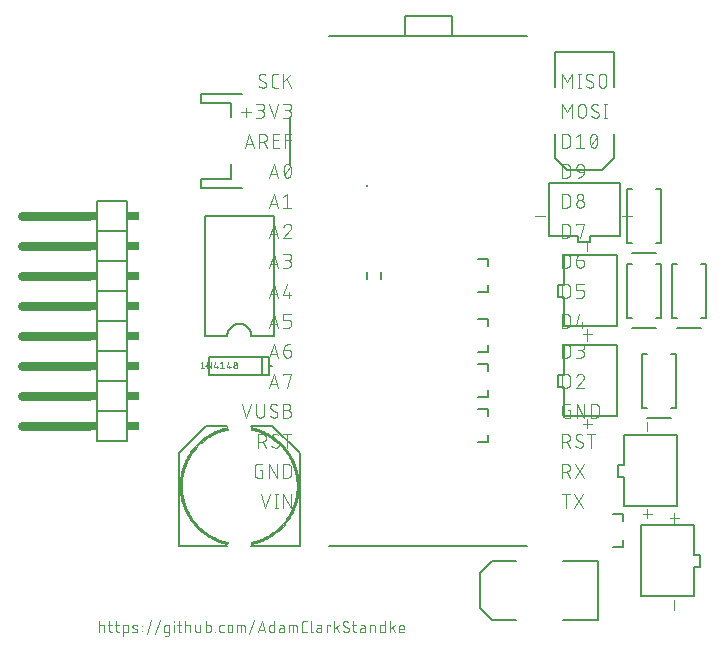
<source format=gto>
G04 EAGLE Gerber RS-274X export*
G75*
%MOMM*%
%FSLAX34Y34*%
%LPD*%
%INSilkscreen Top*%
%IPPOS*%
%AMOC8*
5,1,8,0,0,1.08239X$1,22.5*%
G01*
%ADD10C,0.076200*%
%ADD11C,0.127000*%
%ADD12C,0.101600*%
%ADD13C,0.203200*%
%ADD14R,0.250000X0.250000*%
%ADD15C,0.152400*%
%ADD16C,0.020319*%
%ADD17C,0.050800*%
%ADD18C,0.762000*%
%ADD19R,0.508000X0.762000*%
%ADD20R,1.016000X0.762000*%


D10*
X-16850Y2921D02*
X-16850Y12319D01*
X-16850Y9186D02*
X-14239Y9186D01*
X-14162Y9184D01*
X-14086Y9178D01*
X-14009Y9169D01*
X-13933Y9156D01*
X-13859Y9139D01*
X-13784Y9119D01*
X-13711Y9094D01*
X-13640Y9067D01*
X-13569Y9036D01*
X-13501Y9001D01*
X-13434Y8963D01*
X-13369Y8922D01*
X-13306Y8878D01*
X-13246Y8831D01*
X-13187Y8780D01*
X-13132Y8727D01*
X-13079Y8672D01*
X-13028Y8613D01*
X-12981Y8553D01*
X-12937Y8490D01*
X-12896Y8425D01*
X-12858Y8358D01*
X-12823Y8290D01*
X-12792Y8219D01*
X-12765Y8148D01*
X-12740Y8075D01*
X-12720Y8001D01*
X-12703Y7926D01*
X-12690Y7850D01*
X-12681Y7774D01*
X-12675Y7697D01*
X-12673Y7620D01*
X-12673Y2921D01*
X-9389Y9186D02*
X-6256Y9186D01*
X-8345Y12319D02*
X-8345Y4487D01*
X-8344Y4487D02*
X-8342Y4410D01*
X-8336Y4334D01*
X-8327Y4257D01*
X-8314Y4181D01*
X-8297Y4106D01*
X-8277Y4032D01*
X-8252Y3959D01*
X-8225Y3888D01*
X-8194Y3817D01*
X-8159Y3749D01*
X-8121Y3682D01*
X-8080Y3617D01*
X-8036Y3554D01*
X-7989Y3494D01*
X-7938Y3435D01*
X-7885Y3380D01*
X-7830Y3327D01*
X-7771Y3276D01*
X-7711Y3229D01*
X-7648Y3185D01*
X-7583Y3144D01*
X-7516Y3106D01*
X-7448Y3071D01*
X-7377Y3040D01*
X-7306Y3013D01*
X-7233Y2988D01*
X-7159Y2968D01*
X-7084Y2951D01*
X-7008Y2938D01*
X-6931Y2929D01*
X-6855Y2923D01*
X-6778Y2921D01*
X-6256Y2921D01*
X-3598Y9186D02*
X-465Y9186D01*
X-2554Y12319D02*
X-2554Y4487D01*
X-2553Y4487D02*
X-2551Y4410D01*
X-2545Y4334D01*
X-2536Y4257D01*
X-2523Y4181D01*
X-2506Y4106D01*
X-2486Y4032D01*
X-2461Y3959D01*
X-2434Y3888D01*
X-2403Y3817D01*
X-2368Y3749D01*
X-2330Y3682D01*
X-2289Y3617D01*
X-2245Y3554D01*
X-2198Y3494D01*
X-2147Y3435D01*
X-2094Y3380D01*
X-2039Y3327D01*
X-1980Y3276D01*
X-1920Y3229D01*
X-1857Y3185D01*
X-1792Y3144D01*
X-1725Y3106D01*
X-1657Y3071D01*
X-1586Y3040D01*
X-1515Y3013D01*
X-1442Y2988D01*
X-1368Y2968D01*
X-1293Y2951D01*
X-1217Y2938D01*
X-1140Y2929D01*
X-1064Y2923D01*
X-987Y2921D01*
X-465Y2921D01*
X3313Y-212D02*
X3313Y9186D01*
X5923Y9186D01*
X6000Y9184D01*
X6076Y9178D01*
X6153Y9169D01*
X6229Y9156D01*
X6304Y9139D01*
X6378Y9119D01*
X6451Y9094D01*
X6522Y9067D01*
X6593Y9036D01*
X6661Y9001D01*
X6728Y8963D01*
X6793Y8922D01*
X6856Y8878D01*
X6916Y8831D01*
X6975Y8780D01*
X7030Y8727D01*
X7083Y8672D01*
X7134Y8613D01*
X7181Y8553D01*
X7225Y8490D01*
X7266Y8425D01*
X7304Y8358D01*
X7339Y8290D01*
X7370Y8219D01*
X7397Y8148D01*
X7422Y8075D01*
X7442Y8001D01*
X7459Y7926D01*
X7472Y7850D01*
X7481Y7774D01*
X7487Y7697D01*
X7489Y7620D01*
X7489Y4487D01*
X7487Y4410D01*
X7481Y4334D01*
X7472Y4257D01*
X7459Y4181D01*
X7442Y4106D01*
X7422Y4032D01*
X7397Y3959D01*
X7370Y3888D01*
X7339Y3817D01*
X7304Y3749D01*
X7266Y3682D01*
X7225Y3617D01*
X7181Y3554D01*
X7134Y3494D01*
X7083Y3435D01*
X7030Y3380D01*
X6975Y3327D01*
X6916Y3276D01*
X6856Y3229D01*
X6793Y3185D01*
X6728Y3144D01*
X6661Y3106D01*
X6593Y3071D01*
X6522Y3040D01*
X6451Y3013D01*
X6378Y2988D01*
X6304Y2968D01*
X6229Y2951D01*
X6153Y2938D01*
X6076Y2929D01*
X6000Y2923D01*
X5923Y2921D01*
X3313Y2921D01*
X11975Y6576D02*
X14585Y5532D01*
X11975Y6576D02*
X11909Y6604D01*
X11844Y6637D01*
X11781Y6672D01*
X11720Y6711D01*
X11661Y6753D01*
X11605Y6798D01*
X11551Y6846D01*
X11500Y6897D01*
X11451Y6950D01*
X11406Y7007D01*
X11363Y7065D01*
X11324Y7125D01*
X11287Y7188D01*
X11255Y7253D01*
X11226Y7319D01*
X11200Y7386D01*
X11178Y7455D01*
X11160Y7525D01*
X11145Y7596D01*
X11134Y7667D01*
X11127Y7739D01*
X11124Y7811D01*
X11125Y7883D01*
X11130Y7956D01*
X11138Y8027D01*
X11150Y8099D01*
X11166Y8169D01*
X11186Y8238D01*
X11210Y8307D01*
X11237Y8374D01*
X11267Y8439D01*
X11301Y8503D01*
X11339Y8565D01*
X11379Y8625D01*
X11423Y8682D01*
X11470Y8737D01*
X11520Y8790D01*
X11572Y8839D01*
X11627Y8886D01*
X11684Y8930D01*
X11744Y8971D01*
X11806Y9008D01*
X11870Y9043D01*
X11935Y9073D01*
X12002Y9101D01*
X12070Y9124D01*
X12140Y9144D01*
X12210Y9160D01*
X12281Y9173D01*
X12353Y9181D01*
X12425Y9186D01*
X12497Y9187D01*
X12497Y9186D02*
X12648Y9182D01*
X12799Y9174D01*
X12950Y9163D01*
X13101Y9147D01*
X13251Y9127D01*
X13401Y9104D01*
X13550Y9077D01*
X13698Y9046D01*
X13846Y9011D01*
X13992Y8973D01*
X14138Y8930D01*
X14282Y8884D01*
X14425Y8835D01*
X14567Y8782D01*
X14707Y8725D01*
X14846Y8664D01*
X14586Y5532D02*
X14652Y5504D01*
X14717Y5471D01*
X14780Y5436D01*
X14841Y5397D01*
X14900Y5355D01*
X14956Y5310D01*
X15010Y5262D01*
X15061Y5211D01*
X15110Y5158D01*
X15155Y5101D01*
X15198Y5043D01*
X15237Y4983D01*
X15274Y4920D01*
X15306Y4855D01*
X15335Y4789D01*
X15361Y4722D01*
X15383Y4653D01*
X15401Y4583D01*
X15416Y4512D01*
X15427Y4441D01*
X15434Y4369D01*
X15437Y4297D01*
X15436Y4225D01*
X15431Y4152D01*
X15423Y4081D01*
X15411Y4009D01*
X15395Y3939D01*
X15375Y3870D01*
X15351Y3801D01*
X15324Y3734D01*
X15294Y3669D01*
X15260Y3605D01*
X15222Y3543D01*
X15182Y3483D01*
X15138Y3426D01*
X15091Y3371D01*
X15041Y3318D01*
X14989Y3269D01*
X14934Y3222D01*
X14877Y3178D01*
X14817Y3137D01*
X14755Y3100D01*
X14691Y3065D01*
X14626Y3035D01*
X14559Y3007D01*
X14491Y2984D01*
X14421Y2964D01*
X14351Y2948D01*
X14280Y2935D01*
X14208Y2927D01*
X14136Y2922D01*
X14064Y2921D01*
X13854Y2926D01*
X13645Y2937D01*
X13436Y2952D01*
X13228Y2972D01*
X13020Y2998D01*
X12813Y3028D01*
X12606Y3063D01*
X12401Y3103D01*
X12196Y3147D01*
X11993Y3197D01*
X11790Y3251D01*
X11589Y3311D01*
X11390Y3374D01*
X11192Y3443D01*
X19115Y3704D02*
X19115Y4226D01*
X19637Y4226D01*
X19637Y3704D01*
X19115Y3704D01*
X19115Y7881D02*
X19115Y8403D01*
X19637Y8403D01*
X19637Y7881D01*
X19115Y7881D01*
X23079Y1877D02*
X27256Y13363D01*
X34571Y13363D02*
X30394Y1877D01*
X39534Y2921D02*
X42145Y2921D01*
X39534Y2921D02*
X39457Y2923D01*
X39381Y2929D01*
X39304Y2938D01*
X39228Y2951D01*
X39153Y2968D01*
X39079Y2988D01*
X39006Y3013D01*
X38935Y3040D01*
X38864Y3071D01*
X38796Y3106D01*
X38729Y3144D01*
X38664Y3185D01*
X38601Y3229D01*
X38541Y3276D01*
X38482Y3327D01*
X38427Y3380D01*
X38374Y3435D01*
X38323Y3494D01*
X38276Y3554D01*
X38232Y3617D01*
X38191Y3682D01*
X38153Y3749D01*
X38118Y3817D01*
X38087Y3888D01*
X38060Y3959D01*
X38035Y4032D01*
X38015Y4106D01*
X37998Y4181D01*
X37985Y4257D01*
X37976Y4334D01*
X37970Y4410D01*
X37968Y4487D01*
X37968Y7620D01*
X37970Y7697D01*
X37976Y7773D01*
X37985Y7850D01*
X37998Y7926D01*
X38015Y8001D01*
X38035Y8075D01*
X38060Y8148D01*
X38087Y8219D01*
X38118Y8290D01*
X38153Y8358D01*
X38191Y8425D01*
X38232Y8490D01*
X38276Y8553D01*
X38323Y8613D01*
X38374Y8672D01*
X38427Y8727D01*
X38482Y8780D01*
X38541Y8831D01*
X38601Y8878D01*
X38664Y8922D01*
X38729Y8963D01*
X38796Y9001D01*
X38864Y9036D01*
X38935Y9067D01*
X39006Y9094D01*
X39079Y9119D01*
X39153Y9139D01*
X39228Y9156D01*
X39304Y9169D01*
X39381Y9178D01*
X39457Y9184D01*
X39534Y9186D01*
X42145Y9186D01*
X42145Y1355D01*
X42143Y1278D01*
X42137Y1202D01*
X42128Y1125D01*
X42115Y1049D01*
X42098Y974D01*
X42078Y900D01*
X42053Y827D01*
X42026Y756D01*
X41995Y685D01*
X41960Y617D01*
X41922Y550D01*
X41881Y485D01*
X41837Y422D01*
X41790Y362D01*
X41739Y303D01*
X41686Y248D01*
X41631Y195D01*
X41572Y144D01*
X41512Y97D01*
X41449Y53D01*
X41384Y12D01*
X41317Y-26D01*
X41249Y-61D01*
X41178Y-92D01*
X41107Y-119D01*
X41034Y-144D01*
X40960Y-164D01*
X40885Y-181D01*
X40809Y-194D01*
X40733Y-203D01*
X40656Y-209D01*
X40579Y-211D01*
X40579Y-212D02*
X38490Y-212D01*
X46198Y2921D02*
X46198Y9186D01*
X45937Y11797D02*
X45937Y12319D01*
X46459Y12319D01*
X46459Y11797D01*
X45937Y11797D01*
X49132Y9186D02*
X52265Y9186D01*
X50176Y12319D02*
X50176Y4487D01*
X50177Y4487D02*
X50179Y4410D01*
X50185Y4334D01*
X50194Y4257D01*
X50207Y4181D01*
X50224Y4106D01*
X50244Y4032D01*
X50269Y3959D01*
X50296Y3888D01*
X50327Y3817D01*
X50362Y3749D01*
X50400Y3682D01*
X50441Y3617D01*
X50485Y3554D01*
X50532Y3494D01*
X50583Y3435D01*
X50636Y3380D01*
X50691Y3327D01*
X50750Y3276D01*
X50810Y3229D01*
X50873Y3185D01*
X50938Y3144D01*
X51005Y3106D01*
X51073Y3071D01*
X51144Y3040D01*
X51215Y3013D01*
X51288Y2988D01*
X51362Y2968D01*
X51437Y2951D01*
X51513Y2938D01*
X51590Y2929D01*
X51666Y2923D01*
X51743Y2921D01*
X52265Y2921D01*
X55997Y2921D02*
X55997Y12319D01*
X55997Y9186D02*
X58607Y9186D01*
X58684Y9184D01*
X58760Y9178D01*
X58837Y9169D01*
X58913Y9156D01*
X58988Y9139D01*
X59062Y9119D01*
X59135Y9094D01*
X59206Y9067D01*
X59277Y9036D01*
X59345Y9001D01*
X59412Y8963D01*
X59477Y8922D01*
X59540Y8878D01*
X59600Y8831D01*
X59659Y8780D01*
X59714Y8727D01*
X59767Y8672D01*
X59818Y8613D01*
X59865Y8553D01*
X59909Y8490D01*
X59950Y8425D01*
X59988Y8358D01*
X60023Y8290D01*
X60054Y8219D01*
X60081Y8148D01*
X60106Y8075D01*
X60126Y8001D01*
X60143Y7926D01*
X60156Y7850D01*
X60165Y7774D01*
X60171Y7697D01*
X60173Y7620D01*
X60174Y7620D02*
X60174Y2921D01*
X64531Y4487D02*
X64531Y9186D01*
X64532Y4487D02*
X64534Y4410D01*
X64540Y4334D01*
X64549Y4257D01*
X64562Y4181D01*
X64579Y4106D01*
X64599Y4032D01*
X64624Y3959D01*
X64651Y3888D01*
X64682Y3817D01*
X64717Y3749D01*
X64755Y3682D01*
X64796Y3617D01*
X64840Y3554D01*
X64887Y3494D01*
X64938Y3435D01*
X64991Y3380D01*
X65046Y3327D01*
X65105Y3276D01*
X65165Y3229D01*
X65228Y3185D01*
X65293Y3144D01*
X65360Y3106D01*
X65428Y3071D01*
X65499Y3040D01*
X65570Y3013D01*
X65643Y2988D01*
X65717Y2968D01*
X65792Y2951D01*
X65868Y2938D01*
X65945Y2929D01*
X66021Y2923D01*
X66098Y2921D01*
X68708Y2921D01*
X68708Y9186D01*
X73111Y12319D02*
X73111Y2921D01*
X75722Y2921D01*
X75799Y2923D01*
X75875Y2929D01*
X75952Y2938D01*
X76028Y2951D01*
X76103Y2968D01*
X76177Y2988D01*
X76250Y3013D01*
X76321Y3040D01*
X76392Y3071D01*
X76460Y3106D01*
X76527Y3144D01*
X76592Y3185D01*
X76655Y3229D01*
X76715Y3276D01*
X76774Y3327D01*
X76829Y3380D01*
X76882Y3435D01*
X76933Y3494D01*
X76980Y3554D01*
X77024Y3617D01*
X77065Y3682D01*
X77103Y3749D01*
X77138Y3817D01*
X77169Y3888D01*
X77196Y3959D01*
X77221Y4032D01*
X77241Y4106D01*
X77258Y4181D01*
X77271Y4257D01*
X77280Y4333D01*
X77286Y4410D01*
X77288Y4487D01*
X77288Y7620D01*
X77286Y7697D01*
X77280Y7773D01*
X77271Y7850D01*
X77258Y7926D01*
X77241Y8001D01*
X77221Y8075D01*
X77196Y8148D01*
X77169Y8219D01*
X77138Y8290D01*
X77103Y8358D01*
X77065Y8425D01*
X77024Y8490D01*
X76980Y8553D01*
X76933Y8613D01*
X76882Y8672D01*
X76829Y8727D01*
X76774Y8780D01*
X76715Y8831D01*
X76655Y8878D01*
X76592Y8922D01*
X76527Y8963D01*
X76460Y9001D01*
X76392Y9036D01*
X76321Y9067D01*
X76250Y9094D01*
X76177Y9119D01*
X76103Y9139D01*
X76028Y9156D01*
X75952Y9169D01*
X75875Y9178D01*
X75799Y9184D01*
X75722Y9186D01*
X73111Y9186D01*
X80684Y3443D02*
X80684Y2921D01*
X80684Y3443D02*
X81206Y3443D01*
X81206Y2921D01*
X80684Y2921D01*
X86225Y2921D02*
X88313Y2921D01*
X86225Y2921D02*
X86148Y2923D01*
X86072Y2929D01*
X85995Y2938D01*
X85919Y2951D01*
X85844Y2968D01*
X85770Y2988D01*
X85697Y3013D01*
X85626Y3040D01*
X85555Y3071D01*
X85487Y3106D01*
X85420Y3144D01*
X85355Y3185D01*
X85292Y3229D01*
X85232Y3276D01*
X85173Y3327D01*
X85118Y3380D01*
X85065Y3435D01*
X85014Y3494D01*
X84967Y3554D01*
X84923Y3617D01*
X84882Y3682D01*
X84844Y3749D01*
X84809Y3817D01*
X84778Y3888D01*
X84751Y3959D01*
X84726Y4032D01*
X84706Y4106D01*
X84689Y4181D01*
X84676Y4257D01*
X84667Y4334D01*
X84661Y4410D01*
X84659Y4487D01*
X84658Y4487D02*
X84658Y7620D01*
X84659Y7620D02*
X84661Y7697D01*
X84667Y7773D01*
X84676Y7850D01*
X84689Y7926D01*
X84706Y8001D01*
X84726Y8075D01*
X84751Y8148D01*
X84778Y8219D01*
X84809Y8290D01*
X84844Y8358D01*
X84882Y8425D01*
X84923Y8490D01*
X84967Y8553D01*
X85014Y8613D01*
X85065Y8672D01*
X85118Y8727D01*
X85173Y8780D01*
X85232Y8831D01*
X85292Y8878D01*
X85355Y8922D01*
X85420Y8963D01*
X85487Y9001D01*
X85555Y9036D01*
X85626Y9067D01*
X85697Y9094D01*
X85770Y9119D01*
X85844Y9139D01*
X85919Y9156D01*
X85995Y9169D01*
X86072Y9178D01*
X86148Y9184D01*
X86225Y9186D01*
X88313Y9186D01*
X91658Y7098D02*
X91658Y5009D01*
X91659Y7098D02*
X91661Y7188D01*
X91667Y7277D01*
X91676Y7367D01*
X91690Y7456D01*
X91707Y7544D01*
X91728Y7631D01*
X91753Y7718D01*
X91782Y7803D01*
X91814Y7887D01*
X91849Y7969D01*
X91889Y8050D01*
X91931Y8129D01*
X91977Y8206D01*
X92027Y8281D01*
X92079Y8354D01*
X92135Y8425D01*
X92193Y8493D01*
X92255Y8558D01*
X92319Y8621D01*
X92386Y8681D01*
X92455Y8738D01*
X92527Y8792D01*
X92601Y8843D01*
X92677Y8891D01*
X92755Y8935D01*
X92835Y8976D01*
X92917Y9014D01*
X93000Y9048D01*
X93085Y9078D01*
X93171Y9105D01*
X93257Y9128D01*
X93345Y9147D01*
X93434Y9162D01*
X93523Y9174D01*
X93612Y9182D01*
X93702Y9186D01*
X93792Y9186D01*
X93882Y9182D01*
X93971Y9174D01*
X94060Y9162D01*
X94149Y9147D01*
X94237Y9128D01*
X94323Y9105D01*
X94409Y9078D01*
X94494Y9048D01*
X94577Y9014D01*
X94659Y8976D01*
X94739Y8935D01*
X94817Y8891D01*
X94893Y8843D01*
X94967Y8792D01*
X95039Y8738D01*
X95108Y8681D01*
X95175Y8621D01*
X95239Y8558D01*
X95301Y8493D01*
X95359Y8425D01*
X95415Y8354D01*
X95467Y8281D01*
X95517Y8206D01*
X95563Y8129D01*
X95605Y8050D01*
X95645Y7969D01*
X95680Y7887D01*
X95712Y7803D01*
X95741Y7718D01*
X95766Y7631D01*
X95787Y7544D01*
X95804Y7456D01*
X95818Y7367D01*
X95827Y7277D01*
X95833Y7188D01*
X95835Y7098D01*
X95835Y5009D01*
X95833Y4919D01*
X95827Y4830D01*
X95818Y4740D01*
X95804Y4651D01*
X95787Y4563D01*
X95766Y4476D01*
X95741Y4389D01*
X95712Y4304D01*
X95680Y4220D01*
X95645Y4138D01*
X95605Y4057D01*
X95563Y3978D01*
X95517Y3901D01*
X95467Y3826D01*
X95415Y3753D01*
X95359Y3682D01*
X95301Y3614D01*
X95239Y3549D01*
X95175Y3486D01*
X95108Y3426D01*
X95039Y3369D01*
X94967Y3315D01*
X94893Y3264D01*
X94817Y3216D01*
X94739Y3172D01*
X94659Y3131D01*
X94577Y3093D01*
X94494Y3059D01*
X94409Y3029D01*
X94323Y3002D01*
X94237Y2979D01*
X94149Y2960D01*
X94060Y2945D01*
X93971Y2933D01*
X93882Y2925D01*
X93792Y2921D01*
X93702Y2921D01*
X93612Y2925D01*
X93523Y2933D01*
X93434Y2945D01*
X93345Y2960D01*
X93257Y2979D01*
X93171Y3002D01*
X93085Y3029D01*
X93000Y3059D01*
X92917Y3093D01*
X92835Y3131D01*
X92755Y3172D01*
X92677Y3216D01*
X92601Y3264D01*
X92527Y3315D01*
X92455Y3369D01*
X92386Y3426D01*
X92319Y3486D01*
X92255Y3549D01*
X92193Y3614D01*
X92135Y3682D01*
X92079Y3753D01*
X92027Y3826D01*
X91977Y3901D01*
X91931Y3978D01*
X91889Y4057D01*
X91849Y4138D01*
X91814Y4220D01*
X91782Y4304D01*
X91753Y4389D01*
X91728Y4476D01*
X91707Y4563D01*
X91690Y4651D01*
X91676Y4740D01*
X91667Y4830D01*
X91661Y4919D01*
X91659Y5009D01*
X100063Y2921D02*
X100063Y9186D01*
X104762Y9186D01*
X104839Y9184D01*
X104915Y9178D01*
X104992Y9169D01*
X105068Y9156D01*
X105143Y9139D01*
X105217Y9119D01*
X105290Y9094D01*
X105361Y9067D01*
X105432Y9036D01*
X105500Y9001D01*
X105567Y8963D01*
X105632Y8922D01*
X105695Y8878D01*
X105755Y8831D01*
X105814Y8780D01*
X105869Y8727D01*
X105922Y8672D01*
X105973Y8613D01*
X106020Y8553D01*
X106064Y8490D01*
X106105Y8425D01*
X106143Y8358D01*
X106178Y8290D01*
X106209Y8219D01*
X106236Y8148D01*
X106261Y8075D01*
X106281Y8001D01*
X106298Y7926D01*
X106311Y7850D01*
X106320Y7773D01*
X106326Y7697D01*
X106328Y7620D01*
X106328Y2921D01*
X103196Y2921D02*
X103196Y9186D01*
X110251Y1877D02*
X114428Y13363D01*
X120569Y12319D02*
X117436Y2921D01*
X123702Y2921D02*
X120569Y12319D01*
X122918Y5271D02*
X118219Y5271D01*
X131146Y2921D02*
X131146Y12319D01*
X131146Y2921D02*
X128536Y2921D01*
X128459Y2923D01*
X128383Y2929D01*
X128306Y2938D01*
X128230Y2951D01*
X128155Y2968D01*
X128081Y2988D01*
X128008Y3013D01*
X127937Y3040D01*
X127866Y3071D01*
X127798Y3106D01*
X127731Y3144D01*
X127666Y3185D01*
X127603Y3229D01*
X127543Y3276D01*
X127484Y3327D01*
X127429Y3380D01*
X127376Y3435D01*
X127325Y3494D01*
X127278Y3554D01*
X127234Y3617D01*
X127193Y3682D01*
X127155Y3749D01*
X127120Y3817D01*
X127089Y3888D01*
X127062Y3959D01*
X127037Y4032D01*
X127017Y4106D01*
X127000Y4181D01*
X126987Y4257D01*
X126978Y4334D01*
X126972Y4410D01*
X126970Y4487D01*
X126969Y4487D02*
X126969Y7620D01*
X126970Y7620D02*
X126972Y7697D01*
X126978Y7773D01*
X126987Y7850D01*
X127000Y7926D01*
X127017Y8001D01*
X127037Y8075D01*
X127062Y8148D01*
X127089Y8219D01*
X127120Y8290D01*
X127155Y8358D01*
X127193Y8425D01*
X127234Y8490D01*
X127278Y8553D01*
X127325Y8613D01*
X127376Y8672D01*
X127429Y8727D01*
X127484Y8780D01*
X127543Y8831D01*
X127603Y8878D01*
X127666Y8922D01*
X127731Y8963D01*
X127798Y9001D01*
X127866Y9036D01*
X127937Y9067D01*
X128008Y9094D01*
X128081Y9119D01*
X128155Y9139D01*
X128230Y9156D01*
X128306Y9169D01*
X128383Y9178D01*
X128459Y9184D01*
X128536Y9186D01*
X131146Y9186D01*
X137026Y6576D02*
X139376Y6576D01*
X137026Y6575D02*
X136942Y6573D01*
X136857Y6567D01*
X136774Y6557D01*
X136690Y6544D01*
X136608Y6526D01*
X136526Y6505D01*
X136445Y6480D01*
X136366Y6452D01*
X136288Y6419D01*
X136212Y6383D01*
X136137Y6344D01*
X136064Y6301D01*
X135993Y6255D01*
X135925Y6206D01*
X135859Y6154D01*
X135795Y6098D01*
X135734Y6040D01*
X135676Y5979D01*
X135620Y5915D01*
X135568Y5849D01*
X135519Y5781D01*
X135473Y5710D01*
X135430Y5637D01*
X135391Y5562D01*
X135355Y5486D01*
X135322Y5408D01*
X135294Y5329D01*
X135269Y5248D01*
X135248Y5166D01*
X135230Y5084D01*
X135217Y5000D01*
X135207Y4917D01*
X135201Y4832D01*
X135199Y4748D01*
X135201Y4664D01*
X135207Y4579D01*
X135217Y4496D01*
X135230Y4412D01*
X135248Y4330D01*
X135269Y4248D01*
X135294Y4167D01*
X135322Y4088D01*
X135355Y4010D01*
X135391Y3934D01*
X135430Y3859D01*
X135473Y3786D01*
X135519Y3715D01*
X135568Y3647D01*
X135620Y3581D01*
X135676Y3517D01*
X135734Y3456D01*
X135795Y3398D01*
X135859Y3342D01*
X135925Y3290D01*
X135993Y3241D01*
X136064Y3195D01*
X136137Y3152D01*
X136212Y3113D01*
X136288Y3077D01*
X136366Y3044D01*
X136445Y3016D01*
X136526Y2991D01*
X136608Y2970D01*
X136690Y2952D01*
X136774Y2939D01*
X136857Y2929D01*
X136942Y2923D01*
X137026Y2921D01*
X139376Y2921D01*
X139376Y7620D01*
X139375Y7620D02*
X139373Y7697D01*
X139367Y7773D01*
X139358Y7850D01*
X139345Y7926D01*
X139328Y8001D01*
X139308Y8075D01*
X139283Y8148D01*
X139256Y8219D01*
X139225Y8290D01*
X139190Y8358D01*
X139152Y8425D01*
X139111Y8490D01*
X139067Y8553D01*
X139020Y8613D01*
X138969Y8672D01*
X138916Y8727D01*
X138861Y8780D01*
X138802Y8831D01*
X138742Y8878D01*
X138679Y8922D01*
X138614Y8963D01*
X138547Y9001D01*
X138479Y9036D01*
X138408Y9067D01*
X138337Y9094D01*
X138264Y9119D01*
X138190Y9139D01*
X138115Y9156D01*
X138039Y9169D01*
X137962Y9178D01*
X137886Y9184D01*
X137809Y9186D01*
X135721Y9186D01*
X143954Y9186D02*
X143954Y2921D01*
X143954Y9186D02*
X148653Y9186D01*
X148730Y9184D01*
X148806Y9178D01*
X148883Y9169D01*
X148959Y9156D01*
X149034Y9139D01*
X149108Y9119D01*
X149181Y9094D01*
X149252Y9067D01*
X149323Y9036D01*
X149391Y9001D01*
X149458Y8963D01*
X149523Y8922D01*
X149586Y8878D01*
X149646Y8831D01*
X149705Y8780D01*
X149760Y8727D01*
X149813Y8672D01*
X149864Y8613D01*
X149911Y8553D01*
X149955Y8490D01*
X149996Y8425D01*
X150034Y8358D01*
X150069Y8290D01*
X150100Y8219D01*
X150127Y8148D01*
X150152Y8075D01*
X150172Y8001D01*
X150189Y7926D01*
X150202Y7850D01*
X150211Y7773D01*
X150217Y7697D01*
X150219Y7620D01*
X150219Y2921D01*
X147086Y2921D02*
X147086Y9186D01*
X156597Y2921D02*
X158685Y2921D01*
X156597Y2921D02*
X156508Y2923D01*
X156420Y2929D01*
X156332Y2938D01*
X156244Y2951D01*
X156157Y2968D01*
X156071Y2988D01*
X155986Y3013D01*
X155901Y3040D01*
X155818Y3072D01*
X155737Y3106D01*
X155657Y3145D01*
X155579Y3186D01*
X155502Y3231D01*
X155428Y3279D01*
X155355Y3330D01*
X155285Y3384D01*
X155218Y3442D01*
X155152Y3502D01*
X155090Y3564D01*
X155030Y3630D01*
X154972Y3697D01*
X154918Y3767D01*
X154867Y3840D01*
X154819Y3914D01*
X154774Y3991D01*
X154733Y4069D01*
X154694Y4149D01*
X154660Y4230D01*
X154628Y4313D01*
X154601Y4398D01*
X154576Y4483D01*
X154556Y4569D01*
X154539Y4656D01*
X154526Y4744D01*
X154517Y4832D01*
X154511Y4920D01*
X154509Y5009D01*
X154508Y5009D02*
X154508Y10231D01*
X154509Y10231D02*
X154511Y10322D01*
X154517Y10413D01*
X154527Y10504D01*
X154541Y10594D01*
X154558Y10683D01*
X154580Y10771D01*
X154606Y10859D01*
X154635Y10945D01*
X154668Y11030D01*
X154705Y11113D01*
X154745Y11195D01*
X154789Y11275D01*
X154836Y11353D01*
X154887Y11429D01*
X154940Y11502D01*
X154997Y11573D01*
X155058Y11642D01*
X155121Y11707D01*
X155186Y11770D01*
X155255Y11830D01*
X155326Y11888D01*
X155399Y11941D01*
X155475Y11992D01*
X155553Y12039D01*
X155633Y12083D01*
X155715Y12123D01*
X155798Y12160D01*
X155883Y12193D01*
X155969Y12222D01*
X156057Y12248D01*
X156145Y12270D01*
X156234Y12287D01*
X156324Y12301D01*
X156415Y12311D01*
X156506Y12317D01*
X156597Y12319D01*
X158685Y12319D01*
X162192Y12319D02*
X162192Y4487D01*
X162194Y4410D01*
X162200Y4334D01*
X162209Y4257D01*
X162222Y4181D01*
X162239Y4106D01*
X162259Y4032D01*
X162284Y3959D01*
X162311Y3888D01*
X162342Y3817D01*
X162377Y3749D01*
X162415Y3682D01*
X162456Y3617D01*
X162500Y3554D01*
X162547Y3494D01*
X162598Y3435D01*
X162651Y3380D01*
X162706Y3327D01*
X162765Y3276D01*
X162825Y3229D01*
X162888Y3185D01*
X162953Y3144D01*
X163020Y3106D01*
X163088Y3071D01*
X163159Y3040D01*
X163230Y3013D01*
X163303Y2988D01*
X163377Y2968D01*
X163452Y2951D01*
X163528Y2938D01*
X163605Y2929D01*
X163681Y2923D01*
X163758Y2921D01*
X168725Y6576D02*
X171075Y6576D01*
X168725Y6575D02*
X168641Y6573D01*
X168556Y6567D01*
X168473Y6557D01*
X168389Y6544D01*
X168307Y6526D01*
X168225Y6505D01*
X168144Y6480D01*
X168065Y6452D01*
X167987Y6419D01*
X167911Y6383D01*
X167836Y6344D01*
X167763Y6301D01*
X167692Y6255D01*
X167624Y6206D01*
X167558Y6154D01*
X167494Y6098D01*
X167433Y6040D01*
X167375Y5979D01*
X167319Y5915D01*
X167267Y5849D01*
X167218Y5781D01*
X167172Y5710D01*
X167129Y5637D01*
X167090Y5562D01*
X167054Y5486D01*
X167021Y5408D01*
X166993Y5329D01*
X166968Y5248D01*
X166947Y5166D01*
X166929Y5084D01*
X166916Y5000D01*
X166906Y4917D01*
X166900Y4832D01*
X166898Y4748D01*
X166900Y4664D01*
X166906Y4579D01*
X166916Y4496D01*
X166929Y4412D01*
X166947Y4330D01*
X166968Y4248D01*
X166993Y4167D01*
X167021Y4088D01*
X167054Y4010D01*
X167090Y3934D01*
X167129Y3859D01*
X167172Y3786D01*
X167218Y3715D01*
X167267Y3647D01*
X167319Y3581D01*
X167375Y3517D01*
X167433Y3456D01*
X167494Y3398D01*
X167558Y3342D01*
X167624Y3290D01*
X167692Y3241D01*
X167763Y3195D01*
X167836Y3152D01*
X167911Y3113D01*
X167987Y3077D01*
X168065Y3044D01*
X168144Y3016D01*
X168225Y2991D01*
X168307Y2970D01*
X168389Y2952D01*
X168473Y2939D01*
X168556Y2929D01*
X168641Y2923D01*
X168725Y2921D01*
X171075Y2921D01*
X171075Y7620D01*
X171074Y7620D02*
X171072Y7697D01*
X171066Y7773D01*
X171057Y7850D01*
X171044Y7926D01*
X171027Y8001D01*
X171007Y8075D01*
X170982Y8148D01*
X170955Y8219D01*
X170924Y8290D01*
X170889Y8358D01*
X170851Y8425D01*
X170810Y8490D01*
X170766Y8553D01*
X170719Y8613D01*
X170668Y8672D01*
X170615Y8727D01*
X170560Y8780D01*
X170501Y8831D01*
X170441Y8878D01*
X170378Y8922D01*
X170313Y8963D01*
X170246Y9001D01*
X170178Y9036D01*
X170107Y9067D01*
X170036Y9094D01*
X169963Y9119D01*
X169889Y9139D01*
X169814Y9156D01*
X169738Y9169D01*
X169661Y9178D01*
X169585Y9184D01*
X169508Y9186D01*
X167420Y9186D01*
X175529Y9186D02*
X175529Y2921D01*
X175529Y9186D02*
X178662Y9186D01*
X178662Y8142D01*
X181983Y12319D02*
X181983Y2921D01*
X181983Y6054D02*
X186160Y9186D01*
X183811Y7359D02*
X186160Y2921D01*
X192414Y2921D02*
X192503Y2923D01*
X192591Y2929D01*
X192679Y2938D01*
X192767Y2951D01*
X192854Y2968D01*
X192940Y2988D01*
X193025Y3013D01*
X193110Y3040D01*
X193193Y3072D01*
X193274Y3106D01*
X193354Y3145D01*
X193432Y3186D01*
X193509Y3231D01*
X193583Y3279D01*
X193656Y3330D01*
X193726Y3384D01*
X193793Y3442D01*
X193859Y3502D01*
X193921Y3564D01*
X193981Y3630D01*
X194039Y3697D01*
X194093Y3767D01*
X194144Y3840D01*
X194192Y3914D01*
X194237Y3991D01*
X194278Y4069D01*
X194317Y4149D01*
X194351Y4230D01*
X194383Y4313D01*
X194410Y4398D01*
X194435Y4483D01*
X194455Y4569D01*
X194472Y4656D01*
X194485Y4744D01*
X194494Y4832D01*
X194500Y4920D01*
X194502Y5009D01*
X192414Y2921D02*
X192285Y2923D01*
X192156Y2929D01*
X192027Y2938D01*
X191899Y2951D01*
X191771Y2968D01*
X191644Y2989D01*
X191517Y3013D01*
X191391Y3041D01*
X191266Y3073D01*
X191142Y3108D01*
X191019Y3147D01*
X190897Y3190D01*
X190777Y3236D01*
X190658Y3286D01*
X190540Y3339D01*
X190424Y3395D01*
X190310Y3455D01*
X190197Y3518D01*
X190087Y3585D01*
X189978Y3654D01*
X189872Y3727D01*
X189767Y3803D01*
X189665Y3882D01*
X189566Y3964D01*
X189468Y4048D01*
X189373Y4136D01*
X189281Y4226D01*
X189543Y10231D02*
X189545Y10320D01*
X189551Y10408D01*
X189560Y10496D01*
X189573Y10584D01*
X189590Y10671D01*
X189610Y10757D01*
X189635Y10842D01*
X189662Y10927D01*
X189694Y11010D01*
X189728Y11091D01*
X189767Y11171D01*
X189808Y11249D01*
X189853Y11326D01*
X189901Y11400D01*
X189952Y11473D01*
X190006Y11543D01*
X190064Y11610D01*
X190124Y11676D01*
X190186Y11738D01*
X190252Y11798D01*
X190319Y11856D01*
X190389Y11910D01*
X190462Y11961D01*
X190536Y12009D01*
X190613Y12054D01*
X190691Y12095D01*
X190771Y12134D01*
X190852Y12168D01*
X190935Y12200D01*
X191020Y12227D01*
X191105Y12252D01*
X191191Y12272D01*
X191278Y12289D01*
X191366Y12302D01*
X191454Y12311D01*
X191542Y12317D01*
X191631Y12319D01*
X191751Y12317D01*
X191871Y12312D01*
X191991Y12302D01*
X192110Y12290D01*
X192229Y12273D01*
X192347Y12253D01*
X192465Y12229D01*
X192581Y12202D01*
X192697Y12171D01*
X192812Y12137D01*
X192926Y12099D01*
X193039Y12057D01*
X193150Y12012D01*
X193260Y11964D01*
X193368Y11913D01*
X193475Y11858D01*
X193580Y11800D01*
X193683Y11738D01*
X193784Y11674D01*
X193884Y11606D01*
X193981Y11536D01*
X190586Y8404D02*
X190508Y8452D01*
X190432Y8504D01*
X190359Y8558D01*
X190288Y8616D01*
X190219Y8677D01*
X190153Y8741D01*
X190090Y8808D01*
X190030Y8877D01*
X189973Y8949D01*
X189919Y9023D01*
X189869Y9100D01*
X189821Y9179D01*
X189778Y9259D01*
X189737Y9342D01*
X189701Y9426D01*
X189668Y9511D01*
X189639Y9598D01*
X189613Y9687D01*
X189591Y9776D01*
X189574Y9866D01*
X189560Y9956D01*
X189550Y10048D01*
X189544Y10139D01*
X189542Y10231D01*
X193458Y6836D02*
X193536Y6788D01*
X193612Y6736D01*
X193685Y6682D01*
X193756Y6624D01*
X193825Y6563D01*
X193891Y6499D01*
X193954Y6432D01*
X194014Y6363D01*
X194071Y6291D01*
X194125Y6217D01*
X194175Y6140D01*
X194223Y6061D01*
X194266Y5981D01*
X194307Y5898D01*
X194343Y5814D01*
X194376Y5729D01*
X194405Y5642D01*
X194431Y5553D01*
X194453Y5464D01*
X194470Y5374D01*
X194484Y5284D01*
X194494Y5192D01*
X194500Y5101D01*
X194502Y5009D01*
X193458Y6837D02*
X190586Y8403D01*
X197264Y9186D02*
X200397Y9186D01*
X198308Y12319D02*
X198308Y4487D01*
X198309Y4487D02*
X198311Y4410D01*
X198317Y4334D01*
X198326Y4257D01*
X198339Y4181D01*
X198356Y4106D01*
X198376Y4032D01*
X198401Y3959D01*
X198428Y3888D01*
X198459Y3817D01*
X198494Y3749D01*
X198532Y3682D01*
X198573Y3617D01*
X198617Y3554D01*
X198664Y3494D01*
X198715Y3435D01*
X198768Y3380D01*
X198823Y3327D01*
X198882Y3276D01*
X198942Y3229D01*
X199005Y3185D01*
X199070Y3144D01*
X199137Y3106D01*
X199205Y3071D01*
X199276Y3040D01*
X199347Y3013D01*
X199420Y2988D01*
X199494Y2968D01*
X199569Y2951D01*
X199645Y2938D01*
X199722Y2929D01*
X199798Y2923D01*
X199875Y2921D01*
X200397Y2921D01*
X205606Y6576D02*
X207955Y6576D01*
X205606Y6575D02*
X205522Y6573D01*
X205437Y6567D01*
X205354Y6557D01*
X205270Y6544D01*
X205188Y6526D01*
X205106Y6505D01*
X205025Y6480D01*
X204946Y6452D01*
X204868Y6419D01*
X204792Y6383D01*
X204717Y6344D01*
X204644Y6301D01*
X204573Y6255D01*
X204505Y6206D01*
X204439Y6154D01*
X204375Y6098D01*
X204314Y6040D01*
X204256Y5979D01*
X204200Y5915D01*
X204148Y5849D01*
X204099Y5781D01*
X204053Y5710D01*
X204010Y5637D01*
X203971Y5562D01*
X203935Y5486D01*
X203902Y5408D01*
X203874Y5329D01*
X203849Y5248D01*
X203828Y5166D01*
X203810Y5084D01*
X203797Y5000D01*
X203787Y4917D01*
X203781Y4832D01*
X203779Y4748D01*
X203781Y4664D01*
X203787Y4579D01*
X203797Y4496D01*
X203810Y4412D01*
X203828Y4330D01*
X203849Y4248D01*
X203874Y4167D01*
X203902Y4088D01*
X203935Y4010D01*
X203971Y3934D01*
X204010Y3859D01*
X204053Y3786D01*
X204099Y3715D01*
X204148Y3647D01*
X204200Y3581D01*
X204256Y3517D01*
X204314Y3456D01*
X204375Y3398D01*
X204439Y3342D01*
X204505Y3290D01*
X204573Y3241D01*
X204644Y3195D01*
X204717Y3152D01*
X204792Y3113D01*
X204868Y3077D01*
X204946Y3044D01*
X205025Y3016D01*
X205106Y2991D01*
X205188Y2970D01*
X205270Y2952D01*
X205354Y2939D01*
X205437Y2929D01*
X205522Y2923D01*
X205606Y2921D01*
X207955Y2921D01*
X207955Y7620D01*
X207953Y7697D01*
X207947Y7773D01*
X207938Y7850D01*
X207925Y7926D01*
X207908Y8001D01*
X207888Y8075D01*
X207863Y8148D01*
X207836Y8219D01*
X207805Y8290D01*
X207770Y8358D01*
X207732Y8425D01*
X207691Y8490D01*
X207647Y8553D01*
X207600Y8613D01*
X207549Y8672D01*
X207496Y8727D01*
X207441Y8780D01*
X207382Y8831D01*
X207322Y8878D01*
X207259Y8922D01*
X207194Y8963D01*
X207127Y9001D01*
X207059Y9036D01*
X206988Y9067D01*
X206917Y9094D01*
X206844Y9119D01*
X206770Y9139D01*
X206695Y9156D01*
X206619Y9169D01*
X206542Y9178D01*
X206466Y9184D01*
X206389Y9186D01*
X204300Y9186D01*
X212358Y9186D02*
X212358Y2921D01*
X212358Y9186D02*
X214969Y9186D01*
X215046Y9184D01*
X215122Y9178D01*
X215199Y9169D01*
X215275Y9156D01*
X215350Y9139D01*
X215424Y9119D01*
X215497Y9094D01*
X215568Y9067D01*
X215639Y9036D01*
X215707Y9001D01*
X215774Y8963D01*
X215839Y8922D01*
X215902Y8878D01*
X215962Y8831D01*
X216021Y8780D01*
X216076Y8727D01*
X216129Y8672D01*
X216180Y8613D01*
X216227Y8553D01*
X216271Y8490D01*
X216312Y8425D01*
X216350Y8358D01*
X216385Y8290D01*
X216416Y8219D01*
X216443Y8148D01*
X216468Y8075D01*
X216488Y8001D01*
X216505Y7926D01*
X216518Y7850D01*
X216527Y7774D01*
X216533Y7697D01*
X216535Y7620D01*
X216535Y2921D01*
X224719Y2921D02*
X224719Y12319D01*
X224719Y2921D02*
X222109Y2921D01*
X222032Y2923D01*
X221956Y2929D01*
X221879Y2938D01*
X221803Y2951D01*
X221728Y2968D01*
X221654Y2988D01*
X221581Y3013D01*
X221510Y3040D01*
X221439Y3071D01*
X221371Y3106D01*
X221304Y3144D01*
X221239Y3185D01*
X221176Y3229D01*
X221116Y3276D01*
X221057Y3327D01*
X221002Y3380D01*
X220949Y3435D01*
X220898Y3494D01*
X220851Y3554D01*
X220807Y3617D01*
X220766Y3682D01*
X220728Y3749D01*
X220693Y3817D01*
X220662Y3888D01*
X220635Y3959D01*
X220610Y4032D01*
X220590Y4106D01*
X220573Y4181D01*
X220560Y4257D01*
X220551Y4334D01*
X220545Y4410D01*
X220543Y4487D01*
X220542Y4487D02*
X220542Y7620D01*
X220543Y7620D02*
X220545Y7697D01*
X220551Y7773D01*
X220560Y7850D01*
X220573Y7926D01*
X220590Y8001D01*
X220610Y8075D01*
X220635Y8148D01*
X220662Y8219D01*
X220693Y8290D01*
X220728Y8358D01*
X220766Y8425D01*
X220807Y8490D01*
X220851Y8553D01*
X220898Y8613D01*
X220949Y8672D01*
X221002Y8727D01*
X221057Y8780D01*
X221116Y8831D01*
X221176Y8878D01*
X221239Y8922D01*
X221304Y8963D01*
X221371Y9001D01*
X221439Y9036D01*
X221510Y9067D01*
X221581Y9094D01*
X221654Y9119D01*
X221728Y9139D01*
X221803Y9156D01*
X221879Y9169D01*
X221956Y9178D01*
X222032Y9184D01*
X222109Y9186D01*
X224719Y9186D01*
X229227Y12319D02*
X229227Y2921D01*
X229227Y6054D02*
X233404Y9186D01*
X231055Y7359D02*
X233404Y2921D01*
X238308Y2921D02*
X240919Y2921D01*
X238308Y2921D02*
X238231Y2923D01*
X238155Y2929D01*
X238078Y2938D01*
X238002Y2951D01*
X237927Y2968D01*
X237853Y2988D01*
X237780Y3013D01*
X237709Y3040D01*
X237638Y3071D01*
X237570Y3106D01*
X237503Y3144D01*
X237438Y3185D01*
X237375Y3229D01*
X237315Y3276D01*
X237256Y3327D01*
X237201Y3380D01*
X237148Y3435D01*
X237097Y3494D01*
X237050Y3554D01*
X237006Y3617D01*
X236965Y3682D01*
X236927Y3749D01*
X236892Y3817D01*
X236861Y3888D01*
X236834Y3959D01*
X236809Y4032D01*
X236789Y4106D01*
X236772Y4181D01*
X236759Y4257D01*
X236750Y4334D01*
X236744Y4410D01*
X236742Y4487D01*
X236742Y7098D01*
X236743Y7098D02*
X236745Y7188D01*
X236751Y7277D01*
X236760Y7367D01*
X236774Y7456D01*
X236791Y7544D01*
X236812Y7631D01*
X236837Y7718D01*
X236866Y7803D01*
X236898Y7887D01*
X236933Y7969D01*
X236973Y8050D01*
X237015Y8129D01*
X237061Y8206D01*
X237111Y8281D01*
X237163Y8354D01*
X237219Y8425D01*
X237277Y8493D01*
X237339Y8558D01*
X237403Y8621D01*
X237470Y8681D01*
X237539Y8738D01*
X237611Y8792D01*
X237685Y8843D01*
X237761Y8891D01*
X237839Y8935D01*
X237919Y8976D01*
X238001Y9014D01*
X238084Y9048D01*
X238169Y9078D01*
X238255Y9105D01*
X238341Y9128D01*
X238429Y9147D01*
X238518Y9162D01*
X238607Y9174D01*
X238696Y9182D01*
X238786Y9186D01*
X238876Y9186D01*
X238966Y9182D01*
X239055Y9174D01*
X239144Y9162D01*
X239233Y9147D01*
X239321Y9128D01*
X239407Y9105D01*
X239493Y9078D01*
X239578Y9048D01*
X239661Y9014D01*
X239743Y8976D01*
X239823Y8935D01*
X239901Y8891D01*
X239977Y8843D01*
X240051Y8792D01*
X240123Y8738D01*
X240192Y8681D01*
X240259Y8621D01*
X240323Y8558D01*
X240385Y8493D01*
X240443Y8425D01*
X240499Y8354D01*
X240551Y8281D01*
X240601Y8206D01*
X240647Y8129D01*
X240689Y8050D01*
X240729Y7969D01*
X240764Y7887D01*
X240796Y7803D01*
X240825Y7718D01*
X240850Y7631D01*
X240871Y7544D01*
X240888Y7456D01*
X240902Y7367D01*
X240911Y7277D01*
X240917Y7188D01*
X240919Y7098D01*
X240919Y6054D01*
X236742Y6054D01*
D11*
X281620Y508000D02*
X345440Y508000D01*
X281620Y508000D02*
X241620Y508000D01*
X177800Y508000D01*
X177800Y76200D02*
X345440Y76200D01*
X281620Y508000D02*
X281620Y524900D01*
X241620Y524900D02*
X241620Y508000D01*
X241620Y524900D02*
X281620Y524900D01*
D12*
X119733Y120142D02*
X123627Y108458D01*
X127522Y120142D01*
X132771Y120142D02*
X132771Y108458D01*
X131473Y108458D02*
X134070Y108458D01*
X134070Y120142D02*
X131473Y120142D01*
X139051Y120142D02*
X139051Y108458D01*
X145542Y108458D02*
X139051Y120142D01*
X145542Y120142D02*
X145542Y108458D01*
X121158Y140349D02*
X119211Y140349D01*
X121158Y140349D02*
X121158Y133858D01*
X117263Y133858D01*
X117164Y133860D01*
X117064Y133866D01*
X116965Y133875D01*
X116867Y133888D01*
X116769Y133905D01*
X116671Y133926D01*
X116575Y133951D01*
X116480Y133979D01*
X116386Y134011D01*
X116293Y134046D01*
X116201Y134085D01*
X116111Y134128D01*
X116023Y134173D01*
X115936Y134223D01*
X115852Y134275D01*
X115769Y134331D01*
X115689Y134389D01*
X115611Y134451D01*
X115536Y134516D01*
X115463Y134584D01*
X115393Y134654D01*
X115325Y134727D01*
X115260Y134802D01*
X115198Y134880D01*
X115140Y134960D01*
X115084Y135043D01*
X115032Y135127D01*
X114982Y135214D01*
X114937Y135302D01*
X114894Y135392D01*
X114855Y135484D01*
X114820Y135577D01*
X114788Y135671D01*
X114760Y135766D01*
X114735Y135862D01*
X114714Y135960D01*
X114697Y136058D01*
X114684Y136156D01*
X114675Y136255D01*
X114669Y136355D01*
X114667Y136454D01*
X114667Y142946D01*
X114669Y143045D01*
X114675Y143145D01*
X114684Y143244D01*
X114697Y143342D01*
X114714Y143440D01*
X114735Y143538D01*
X114760Y143634D01*
X114788Y143729D01*
X114820Y143823D01*
X114855Y143916D01*
X114894Y144008D01*
X114937Y144098D01*
X114982Y144186D01*
X115032Y144273D01*
X115084Y144357D01*
X115140Y144440D01*
X115198Y144520D01*
X115260Y144598D01*
X115325Y144673D01*
X115393Y144746D01*
X115463Y144816D01*
X115536Y144884D01*
X115611Y144949D01*
X115689Y145011D01*
X115769Y145069D01*
X115852Y145125D01*
X115936Y145177D01*
X116023Y145227D01*
X116111Y145272D01*
X116201Y145315D01*
X116293Y145354D01*
X116385Y145389D01*
X116480Y145421D01*
X116575Y145449D01*
X116671Y145474D01*
X116769Y145495D01*
X116867Y145512D01*
X116965Y145525D01*
X117064Y145534D01*
X117164Y145540D01*
X117263Y145542D01*
X121158Y145542D01*
X126859Y145542D02*
X126859Y133858D01*
X133350Y133858D02*
X126859Y145542D01*
X133350Y145542D02*
X133350Y133858D01*
X139051Y133858D02*
X139051Y145542D01*
X142296Y145542D01*
X142409Y145540D01*
X142522Y145534D01*
X142635Y145524D01*
X142748Y145510D01*
X142860Y145493D01*
X142971Y145471D01*
X143081Y145446D01*
X143191Y145416D01*
X143299Y145383D01*
X143406Y145346D01*
X143512Y145306D01*
X143616Y145261D01*
X143719Y145213D01*
X143820Y145162D01*
X143919Y145107D01*
X144016Y145049D01*
X144111Y144987D01*
X144204Y144922D01*
X144294Y144854D01*
X144382Y144783D01*
X144468Y144708D01*
X144551Y144631D01*
X144631Y144551D01*
X144708Y144468D01*
X144783Y144382D01*
X144854Y144294D01*
X144922Y144204D01*
X144987Y144111D01*
X145049Y144016D01*
X145107Y143919D01*
X145162Y143820D01*
X145213Y143719D01*
X145261Y143616D01*
X145306Y143512D01*
X145346Y143406D01*
X145383Y143299D01*
X145416Y143191D01*
X145446Y143081D01*
X145471Y142971D01*
X145493Y142860D01*
X145510Y142748D01*
X145524Y142635D01*
X145534Y142522D01*
X145540Y142409D01*
X145542Y142296D01*
X145542Y137104D01*
X145540Y136991D01*
X145534Y136878D01*
X145524Y136765D01*
X145510Y136652D01*
X145493Y136540D01*
X145471Y136429D01*
X145446Y136319D01*
X145416Y136209D01*
X145383Y136101D01*
X145346Y135994D01*
X145306Y135888D01*
X145261Y135784D01*
X145213Y135681D01*
X145162Y135580D01*
X145107Y135481D01*
X145049Y135384D01*
X144987Y135289D01*
X144922Y135196D01*
X144854Y135106D01*
X144783Y135018D01*
X144708Y134932D01*
X144631Y134849D01*
X144551Y134769D01*
X144468Y134692D01*
X144382Y134617D01*
X144294Y134546D01*
X144204Y134478D01*
X144111Y134413D01*
X144016Y134351D01*
X143919Y134293D01*
X143820Y134238D01*
X143719Y134187D01*
X143616Y134139D01*
X143512Y134094D01*
X143406Y134054D01*
X143299Y134017D01*
X143191Y133984D01*
X143081Y133954D01*
X142971Y133929D01*
X142860Y133907D01*
X142748Y133890D01*
X142635Y133876D01*
X142522Y133866D01*
X142409Y133860D01*
X142296Y133858D01*
X139051Y133858D01*
X117789Y159258D02*
X117789Y170942D01*
X121034Y170942D01*
X121147Y170940D01*
X121260Y170934D01*
X121373Y170924D01*
X121486Y170910D01*
X121598Y170893D01*
X121709Y170871D01*
X121819Y170846D01*
X121929Y170816D01*
X122037Y170783D01*
X122144Y170746D01*
X122250Y170706D01*
X122354Y170661D01*
X122457Y170613D01*
X122558Y170562D01*
X122657Y170507D01*
X122754Y170449D01*
X122849Y170387D01*
X122942Y170322D01*
X123032Y170254D01*
X123120Y170183D01*
X123206Y170108D01*
X123289Y170031D01*
X123369Y169951D01*
X123446Y169868D01*
X123521Y169782D01*
X123592Y169694D01*
X123660Y169604D01*
X123725Y169511D01*
X123787Y169416D01*
X123845Y169319D01*
X123900Y169220D01*
X123951Y169119D01*
X123999Y169016D01*
X124044Y168912D01*
X124084Y168806D01*
X124121Y168699D01*
X124154Y168591D01*
X124184Y168481D01*
X124209Y168371D01*
X124231Y168260D01*
X124248Y168148D01*
X124262Y168035D01*
X124272Y167922D01*
X124278Y167809D01*
X124280Y167696D01*
X124278Y167583D01*
X124272Y167470D01*
X124262Y167357D01*
X124248Y167244D01*
X124231Y167132D01*
X124209Y167021D01*
X124184Y166911D01*
X124154Y166801D01*
X124121Y166693D01*
X124084Y166586D01*
X124044Y166480D01*
X123999Y166376D01*
X123951Y166273D01*
X123900Y166172D01*
X123845Y166073D01*
X123787Y165976D01*
X123725Y165881D01*
X123660Y165788D01*
X123592Y165698D01*
X123521Y165610D01*
X123446Y165524D01*
X123369Y165441D01*
X123289Y165361D01*
X123206Y165284D01*
X123120Y165209D01*
X123032Y165138D01*
X122942Y165070D01*
X122849Y165005D01*
X122754Y164943D01*
X122657Y164885D01*
X122558Y164830D01*
X122457Y164779D01*
X122354Y164731D01*
X122250Y164686D01*
X122144Y164646D01*
X122037Y164609D01*
X121929Y164576D01*
X121819Y164546D01*
X121709Y164521D01*
X121598Y164499D01*
X121486Y164482D01*
X121373Y164468D01*
X121260Y164458D01*
X121147Y164452D01*
X121034Y164450D01*
X121034Y164451D02*
X117789Y164451D01*
X121683Y164451D02*
X124280Y159258D01*
X132659Y159258D02*
X132758Y159260D01*
X132858Y159266D01*
X132957Y159275D01*
X133055Y159288D01*
X133153Y159305D01*
X133251Y159326D01*
X133347Y159351D01*
X133442Y159379D01*
X133536Y159411D01*
X133629Y159446D01*
X133721Y159485D01*
X133811Y159528D01*
X133899Y159573D01*
X133986Y159623D01*
X134070Y159675D01*
X134153Y159731D01*
X134233Y159789D01*
X134311Y159851D01*
X134386Y159916D01*
X134459Y159984D01*
X134529Y160054D01*
X134597Y160127D01*
X134662Y160202D01*
X134724Y160280D01*
X134782Y160360D01*
X134838Y160443D01*
X134890Y160527D01*
X134940Y160614D01*
X134985Y160702D01*
X135028Y160792D01*
X135067Y160884D01*
X135102Y160977D01*
X135134Y161071D01*
X135162Y161166D01*
X135187Y161262D01*
X135208Y161360D01*
X135225Y161458D01*
X135238Y161556D01*
X135247Y161655D01*
X135253Y161755D01*
X135255Y161854D01*
X132659Y159258D02*
X132515Y159260D01*
X132370Y159266D01*
X132226Y159275D01*
X132083Y159288D01*
X131939Y159305D01*
X131796Y159326D01*
X131654Y159351D01*
X131513Y159379D01*
X131372Y159411D01*
X131232Y159447D01*
X131093Y159486D01*
X130955Y159529D01*
X130819Y159576D01*
X130683Y159626D01*
X130549Y159680D01*
X130417Y159737D01*
X130286Y159798D01*
X130157Y159862D01*
X130029Y159930D01*
X129903Y160000D01*
X129779Y160075D01*
X129658Y160152D01*
X129538Y160233D01*
X129420Y160316D01*
X129305Y160403D01*
X129192Y160493D01*
X129081Y160586D01*
X128973Y160681D01*
X128867Y160780D01*
X128764Y160881D01*
X129089Y168346D02*
X129091Y168445D01*
X129097Y168545D01*
X129106Y168644D01*
X129119Y168742D01*
X129136Y168840D01*
X129157Y168938D01*
X129182Y169034D01*
X129210Y169129D01*
X129242Y169223D01*
X129277Y169316D01*
X129316Y169408D01*
X129359Y169498D01*
X129404Y169586D01*
X129454Y169673D01*
X129506Y169757D01*
X129562Y169840D01*
X129620Y169920D01*
X129682Y169998D01*
X129747Y170073D01*
X129815Y170146D01*
X129885Y170216D01*
X129958Y170284D01*
X130033Y170349D01*
X130111Y170411D01*
X130191Y170469D01*
X130274Y170525D01*
X130358Y170577D01*
X130445Y170627D01*
X130533Y170672D01*
X130623Y170715D01*
X130715Y170754D01*
X130808Y170789D01*
X130902Y170821D01*
X130997Y170849D01*
X131094Y170874D01*
X131191Y170895D01*
X131289Y170912D01*
X131387Y170925D01*
X131486Y170934D01*
X131586Y170940D01*
X131685Y170942D01*
X131821Y170940D01*
X131957Y170934D01*
X132093Y170925D01*
X132229Y170912D01*
X132364Y170894D01*
X132498Y170874D01*
X132632Y170849D01*
X132766Y170821D01*
X132898Y170788D01*
X133029Y170753D01*
X133160Y170713D01*
X133289Y170670D01*
X133417Y170624D01*
X133543Y170573D01*
X133669Y170520D01*
X133792Y170462D01*
X133914Y170402D01*
X134034Y170338D01*
X134153Y170270D01*
X134269Y170200D01*
X134383Y170126D01*
X134496Y170049D01*
X134606Y169968D01*
X130386Y166074D02*
X130300Y166127D01*
X130216Y166184D01*
X130134Y166243D01*
X130054Y166306D01*
X129977Y166372D01*
X129902Y166440D01*
X129830Y166512D01*
X129761Y166586D01*
X129695Y166663D01*
X129632Y166742D01*
X129572Y166824D01*
X129515Y166908D01*
X129461Y166994D01*
X129411Y167082D01*
X129364Y167172D01*
X129320Y167263D01*
X129281Y167357D01*
X129244Y167451D01*
X129212Y167547D01*
X129183Y167645D01*
X129158Y167743D01*
X129137Y167842D01*
X129119Y167942D01*
X129106Y168042D01*
X129096Y168143D01*
X129090Y168245D01*
X129088Y168346D01*
X133957Y164126D02*
X134043Y164073D01*
X134127Y164016D01*
X134209Y163957D01*
X134289Y163894D01*
X134366Y163828D01*
X134441Y163760D01*
X134513Y163688D01*
X134582Y163614D01*
X134648Y163537D01*
X134711Y163458D01*
X134771Y163376D01*
X134828Y163292D01*
X134882Y163206D01*
X134932Y163118D01*
X134979Y163028D01*
X135023Y162937D01*
X135062Y162843D01*
X135099Y162749D01*
X135131Y162653D01*
X135160Y162555D01*
X135185Y162457D01*
X135206Y162358D01*
X135224Y162258D01*
X135237Y162158D01*
X135247Y162057D01*
X135253Y161955D01*
X135255Y161854D01*
X133957Y164126D02*
X130387Y166074D01*
X142296Y170942D02*
X142296Y159258D01*
X139051Y170942D02*
X145542Y170942D01*
X107456Y184658D02*
X103562Y196342D01*
X111351Y196342D02*
X107456Y184658D01*
X116022Y187904D02*
X116022Y196342D01*
X116021Y187904D02*
X116023Y187791D01*
X116029Y187678D01*
X116039Y187565D01*
X116053Y187452D01*
X116070Y187340D01*
X116092Y187229D01*
X116117Y187119D01*
X116147Y187009D01*
X116180Y186901D01*
X116217Y186794D01*
X116257Y186688D01*
X116302Y186584D01*
X116350Y186481D01*
X116401Y186380D01*
X116456Y186281D01*
X116514Y186184D01*
X116576Y186089D01*
X116641Y185996D01*
X116709Y185906D01*
X116780Y185818D01*
X116855Y185732D01*
X116932Y185649D01*
X117012Y185569D01*
X117095Y185492D01*
X117181Y185417D01*
X117269Y185346D01*
X117359Y185278D01*
X117452Y185213D01*
X117547Y185151D01*
X117644Y185093D01*
X117743Y185038D01*
X117844Y184987D01*
X117947Y184939D01*
X118051Y184894D01*
X118157Y184854D01*
X118264Y184817D01*
X118372Y184784D01*
X118482Y184754D01*
X118592Y184729D01*
X118703Y184707D01*
X118815Y184690D01*
X118928Y184676D01*
X119041Y184666D01*
X119154Y184660D01*
X119267Y184658D01*
X119380Y184660D01*
X119493Y184666D01*
X119606Y184676D01*
X119719Y184690D01*
X119831Y184707D01*
X119942Y184729D01*
X120052Y184754D01*
X120162Y184784D01*
X120270Y184817D01*
X120377Y184854D01*
X120483Y184894D01*
X120587Y184939D01*
X120690Y184987D01*
X120791Y185038D01*
X120890Y185093D01*
X120987Y185151D01*
X121082Y185213D01*
X121175Y185278D01*
X121265Y185346D01*
X121353Y185417D01*
X121439Y185492D01*
X121522Y185569D01*
X121602Y185649D01*
X121679Y185732D01*
X121754Y185818D01*
X121825Y185906D01*
X121893Y185996D01*
X121958Y186089D01*
X122020Y186184D01*
X122078Y186281D01*
X122133Y186380D01*
X122184Y186481D01*
X122232Y186584D01*
X122277Y186688D01*
X122317Y186794D01*
X122354Y186901D01*
X122387Y187009D01*
X122417Y187119D01*
X122442Y187229D01*
X122464Y187340D01*
X122481Y187452D01*
X122495Y187565D01*
X122505Y187678D01*
X122511Y187791D01*
X122513Y187904D01*
X122513Y196342D01*
X133942Y187254D02*
X133940Y187155D01*
X133934Y187055D01*
X133925Y186956D01*
X133912Y186858D01*
X133895Y186760D01*
X133874Y186662D01*
X133849Y186566D01*
X133821Y186471D01*
X133789Y186377D01*
X133754Y186284D01*
X133715Y186192D01*
X133672Y186102D01*
X133627Y186014D01*
X133577Y185927D01*
X133525Y185843D01*
X133469Y185760D01*
X133411Y185680D01*
X133349Y185602D01*
X133284Y185527D01*
X133216Y185454D01*
X133146Y185384D01*
X133073Y185316D01*
X132998Y185251D01*
X132920Y185189D01*
X132840Y185131D01*
X132757Y185075D01*
X132673Y185023D01*
X132586Y184973D01*
X132498Y184928D01*
X132408Y184885D01*
X132316Y184846D01*
X132223Y184811D01*
X132129Y184779D01*
X132034Y184751D01*
X131938Y184726D01*
X131840Y184705D01*
X131742Y184688D01*
X131644Y184675D01*
X131545Y184666D01*
X131445Y184660D01*
X131346Y184658D01*
X131202Y184660D01*
X131057Y184666D01*
X130913Y184675D01*
X130770Y184688D01*
X130626Y184705D01*
X130483Y184726D01*
X130341Y184751D01*
X130200Y184779D01*
X130059Y184811D01*
X129919Y184847D01*
X129780Y184886D01*
X129642Y184929D01*
X129506Y184976D01*
X129370Y185026D01*
X129236Y185080D01*
X129104Y185137D01*
X128973Y185198D01*
X128844Y185262D01*
X128716Y185330D01*
X128590Y185400D01*
X128466Y185475D01*
X128345Y185552D01*
X128225Y185633D01*
X128107Y185716D01*
X127992Y185803D01*
X127879Y185893D01*
X127768Y185986D01*
X127660Y186081D01*
X127554Y186180D01*
X127451Y186281D01*
X127777Y193746D02*
X127779Y193845D01*
X127785Y193945D01*
X127794Y194044D01*
X127807Y194142D01*
X127824Y194240D01*
X127845Y194338D01*
X127870Y194434D01*
X127898Y194529D01*
X127930Y194623D01*
X127965Y194716D01*
X128004Y194808D01*
X128047Y194898D01*
X128092Y194986D01*
X128142Y195073D01*
X128194Y195157D01*
X128250Y195240D01*
X128308Y195320D01*
X128370Y195398D01*
X128435Y195473D01*
X128503Y195546D01*
X128573Y195616D01*
X128646Y195684D01*
X128721Y195749D01*
X128799Y195811D01*
X128879Y195869D01*
X128962Y195925D01*
X129046Y195977D01*
X129133Y196027D01*
X129221Y196072D01*
X129311Y196115D01*
X129403Y196154D01*
X129496Y196189D01*
X129590Y196221D01*
X129685Y196249D01*
X129782Y196274D01*
X129879Y196295D01*
X129977Y196312D01*
X130075Y196325D01*
X130174Y196334D01*
X130274Y196340D01*
X130373Y196342D01*
X130509Y196340D01*
X130645Y196334D01*
X130781Y196325D01*
X130917Y196312D01*
X131052Y196294D01*
X131186Y196274D01*
X131320Y196249D01*
X131454Y196221D01*
X131586Y196188D01*
X131717Y196153D01*
X131848Y196113D01*
X131977Y196070D01*
X132105Y196024D01*
X132231Y195973D01*
X132357Y195920D01*
X132480Y195862D01*
X132602Y195802D01*
X132722Y195738D01*
X132841Y195670D01*
X132957Y195600D01*
X133071Y195526D01*
X133184Y195449D01*
X133294Y195368D01*
X129074Y191474D02*
X128988Y191527D01*
X128904Y191584D01*
X128822Y191643D01*
X128742Y191706D01*
X128665Y191772D01*
X128590Y191840D01*
X128518Y191912D01*
X128449Y191986D01*
X128383Y192063D01*
X128320Y192142D01*
X128260Y192224D01*
X128203Y192308D01*
X128149Y192394D01*
X128099Y192482D01*
X128052Y192572D01*
X128008Y192663D01*
X127969Y192757D01*
X127932Y192851D01*
X127900Y192947D01*
X127871Y193045D01*
X127846Y193143D01*
X127825Y193242D01*
X127807Y193342D01*
X127794Y193442D01*
X127784Y193543D01*
X127778Y193645D01*
X127776Y193746D01*
X132645Y189526D02*
X132731Y189473D01*
X132815Y189416D01*
X132897Y189357D01*
X132977Y189294D01*
X133054Y189228D01*
X133129Y189160D01*
X133201Y189088D01*
X133270Y189014D01*
X133336Y188937D01*
X133399Y188858D01*
X133459Y188776D01*
X133516Y188692D01*
X133570Y188606D01*
X133620Y188518D01*
X133667Y188428D01*
X133711Y188337D01*
X133750Y188243D01*
X133787Y188149D01*
X133819Y188053D01*
X133848Y187955D01*
X133873Y187857D01*
X133894Y187758D01*
X133912Y187658D01*
X133925Y187558D01*
X133935Y187457D01*
X133941Y187355D01*
X133943Y187254D01*
X132644Y189526D02*
X129074Y191474D01*
X139051Y191149D02*
X142296Y191149D01*
X142296Y191150D02*
X142409Y191148D01*
X142522Y191142D01*
X142635Y191132D01*
X142748Y191118D01*
X142860Y191101D01*
X142971Y191079D01*
X143081Y191054D01*
X143191Y191024D01*
X143299Y190991D01*
X143406Y190954D01*
X143512Y190914D01*
X143616Y190869D01*
X143719Y190821D01*
X143820Y190770D01*
X143919Y190715D01*
X144016Y190657D01*
X144111Y190595D01*
X144204Y190530D01*
X144294Y190462D01*
X144382Y190391D01*
X144468Y190316D01*
X144551Y190239D01*
X144631Y190159D01*
X144708Y190076D01*
X144783Y189990D01*
X144854Y189902D01*
X144922Y189812D01*
X144987Y189719D01*
X145049Y189624D01*
X145107Y189527D01*
X145162Y189428D01*
X145213Y189327D01*
X145261Y189224D01*
X145306Y189120D01*
X145346Y189014D01*
X145383Y188907D01*
X145416Y188799D01*
X145446Y188689D01*
X145471Y188579D01*
X145493Y188468D01*
X145510Y188356D01*
X145524Y188243D01*
X145534Y188130D01*
X145540Y188017D01*
X145542Y187904D01*
X145540Y187791D01*
X145534Y187678D01*
X145524Y187565D01*
X145510Y187452D01*
X145493Y187340D01*
X145471Y187229D01*
X145446Y187119D01*
X145416Y187009D01*
X145383Y186901D01*
X145346Y186794D01*
X145306Y186688D01*
X145261Y186584D01*
X145213Y186481D01*
X145162Y186380D01*
X145107Y186281D01*
X145049Y186184D01*
X144987Y186089D01*
X144922Y185996D01*
X144854Y185906D01*
X144783Y185818D01*
X144708Y185732D01*
X144631Y185649D01*
X144551Y185569D01*
X144468Y185492D01*
X144382Y185417D01*
X144294Y185346D01*
X144204Y185278D01*
X144111Y185213D01*
X144016Y185151D01*
X143919Y185093D01*
X143820Y185038D01*
X143719Y184987D01*
X143616Y184939D01*
X143512Y184894D01*
X143406Y184854D01*
X143299Y184817D01*
X143191Y184784D01*
X143081Y184754D01*
X142971Y184729D01*
X142860Y184707D01*
X142748Y184690D01*
X142635Y184676D01*
X142522Y184666D01*
X142409Y184660D01*
X142296Y184658D01*
X139051Y184658D01*
X139051Y196342D01*
X142296Y196342D01*
X142397Y196340D01*
X142497Y196334D01*
X142597Y196324D01*
X142697Y196311D01*
X142796Y196293D01*
X142895Y196272D01*
X142992Y196247D01*
X143089Y196218D01*
X143184Y196185D01*
X143278Y196149D01*
X143370Y196109D01*
X143461Y196066D01*
X143550Y196019D01*
X143637Y195969D01*
X143723Y195915D01*
X143806Y195858D01*
X143886Y195798D01*
X143965Y195735D01*
X144041Y195668D01*
X144114Y195599D01*
X144184Y195527D01*
X144252Y195453D01*
X144317Y195376D01*
X144378Y195296D01*
X144437Y195214D01*
X144492Y195130D01*
X144544Y195044D01*
X144593Y194956D01*
X144638Y194866D01*
X144680Y194774D01*
X144718Y194681D01*
X144752Y194586D01*
X144783Y194491D01*
X144810Y194394D01*
X144833Y194296D01*
X144853Y194197D01*
X144868Y194097D01*
X144880Y193997D01*
X144888Y193897D01*
X144892Y193796D01*
X144892Y193696D01*
X144888Y193595D01*
X144880Y193495D01*
X144868Y193395D01*
X144853Y193295D01*
X144833Y193196D01*
X144810Y193098D01*
X144783Y193001D01*
X144752Y192906D01*
X144718Y192811D01*
X144680Y192718D01*
X144638Y192626D01*
X144593Y192536D01*
X144544Y192448D01*
X144492Y192362D01*
X144437Y192278D01*
X144378Y192196D01*
X144317Y192116D01*
X144252Y192039D01*
X144184Y191965D01*
X144114Y191893D01*
X144041Y191824D01*
X143965Y191757D01*
X143886Y191694D01*
X143806Y191634D01*
X143723Y191577D01*
X143637Y191523D01*
X143550Y191473D01*
X143461Y191426D01*
X143370Y191383D01*
X143278Y191343D01*
X143184Y191307D01*
X143089Y191274D01*
X142992Y191245D01*
X142895Y191220D01*
X142796Y191199D01*
X142697Y191181D01*
X142597Y191168D01*
X142497Y191158D01*
X142397Y191152D01*
X142296Y191150D01*
X126972Y210058D02*
X130866Y221742D01*
X134761Y210058D01*
X133787Y212979D02*
X127945Y212979D01*
X139051Y220444D02*
X139051Y221742D01*
X145542Y221742D01*
X142296Y210058D01*
X126972Y235458D02*
X130866Y247142D01*
X134761Y235458D01*
X133787Y238379D02*
X127945Y238379D01*
X139051Y241949D02*
X142946Y241949D01*
X143045Y241947D01*
X143145Y241941D01*
X143244Y241932D01*
X143342Y241919D01*
X143440Y241902D01*
X143538Y241881D01*
X143634Y241856D01*
X143729Y241828D01*
X143823Y241796D01*
X143916Y241761D01*
X144008Y241722D01*
X144098Y241679D01*
X144186Y241634D01*
X144273Y241584D01*
X144357Y241532D01*
X144440Y241476D01*
X144520Y241418D01*
X144598Y241356D01*
X144673Y241291D01*
X144746Y241223D01*
X144816Y241153D01*
X144884Y241080D01*
X144949Y241005D01*
X145011Y240927D01*
X145069Y240847D01*
X145125Y240764D01*
X145177Y240680D01*
X145227Y240593D01*
X145272Y240505D01*
X145315Y240415D01*
X145354Y240323D01*
X145389Y240230D01*
X145421Y240136D01*
X145449Y240041D01*
X145474Y239945D01*
X145495Y239847D01*
X145512Y239749D01*
X145525Y239651D01*
X145534Y239552D01*
X145540Y239452D01*
X145542Y239353D01*
X145542Y238704D01*
X145540Y238591D01*
X145534Y238478D01*
X145524Y238365D01*
X145510Y238252D01*
X145493Y238140D01*
X145471Y238029D01*
X145446Y237919D01*
X145416Y237809D01*
X145383Y237701D01*
X145346Y237594D01*
X145306Y237488D01*
X145261Y237384D01*
X145213Y237281D01*
X145162Y237180D01*
X145107Y237081D01*
X145049Y236984D01*
X144987Y236889D01*
X144922Y236796D01*
X144854Y236706D01*
X144783Y236618D01*
X144708Y236532D01*
X144631Y236449D01*
X144551Y236369D01*
X144468Y236292D01*
X144382Y236217D01*
X144294Y236146D01*
X144204Y236078D01*
X144111Y236013D01*
X144016Y235951D01*
X143919Y235893D01*
X143820Y235838D01*
X143719Y235787D01*
X143616Y235739D01*
X143512Y235694D01*
X143406Y235654D01*
X143299Y235617D01*
X143191Y235584D01*
X143081Y235554D01*
X142971Y235529D01*
X142860Y235507D01*
X142748Y235490D01*
X142635Y235476D01*
X142522Y235466D01*
X142409Y235460D01*
X142296Y235458D01*
X142183Y235460D01*
X142070Y235466D01*
X141957Y235476D01*
X141844Y235490D01*
X141732Y235507D01*
X141621Y235529D01*
X141511Y235554D01*
X141401Y235584D01*
X141293Y235617D01*
X141186Y235654D01*
X141080Y235694D01*
X140976Y235739D01*
X140873Y235787D01*
X140772Y235838D01*
X140673Y235893D01*
X140576Y235951D01*
X140481Y236013D01*
X140388Y236078D01*
X140298Y236146D01*
X140210Y236217D01*
X140124Y236292D01*
X140041Y236369D01*
X139961Y236449D01*
X139884Y236532D01*
X139809Y236618D01*
X139738Y236706D01*
X139670Y236796D01*
X139605Y236889D01*
X139543Y236984D01*
X139485Y237081D01*
X139430Y237180D01*
X139379Y237281D01*
X139331Y237384D01*
X139286Y237488D01*
X139246Y237594D01*
X139209Y237701D01*
X139176Y237809D01*
X139146Y237919D01*
X139121Y238029D01*
X139099Y238140D01*
X139082Y238252D01*
X139068Y238365D01*
X139058Y238478D01*
X139052Y238591D01*
X139050Y238704D01*
X139051Y238704D02*
X139051Y241949D01*
X139053Y242092D01*
X139059Y242235D01*
X139069Y242378D01*
X139083Y242520D01*
X139100Y242662D01*
X139122Y242804D01*
X139147Y242945D01*
X139177Y243085D01*
X139210Y243224D01*
X139247Y243362D01*
X139288Y243499D01*
X139332Y243635D01*
X139381Y243770D01*
X139433Y243903D01*
X139488Y244035D01*
X139548Y244165D01*
X139611Y244294D01*
X139677Y244421D01*
X139747Y244545D01*
X139820Y244668D01*
X139897Y244789D01*
X139977Y244908D01*
X140060Y245024D01*
X140146Y245139D01*
X140235Y245250D01*
X140328Y245360D01*
X140423Y245466D01*
X140522Y245570D01*
X140623Y245671D01*
X140727Y245770D01*
X140833Y245865D01*
X140943Y245958D01*
X141054Y246047D01*
X141169Y246133D01*
X141285Y246216D01*
X141404Y246296D01*
X141525Y246373D01*
X141647Y246446D01*
X141772Y246516D01*
X141899Y246582D01*
X142028Y246645D01*
X142158Y246705D01*
X142290Y246760D01*
X142423Y246812D01*
X142558Y246861D01*
X142694Y246905D01*
X142831Y246946D01*
X142969Y246983D01*
X143108Y247016D01*
X143248Y247046D01*
X143389Y247071D01*
X143531Y247093D01*
X143673Y247110D01*
X143815Y247124D01*
X143958Y247134D01*
X144101Y247140D01*
X144244Y247142D01*
X126972Y260858D02*
X130866Y272542D01*
X134761Y260858D01*
X133787Y263779D02*
X127945Y263779D01*
X139051Y260858D02*
X142946Y260858D01*
X143045Y260860D01*
X143145Y260866D01*
X143244Y260875D01*
X143342Y260888D01*
X143440Y260905D01*
X143538Y260926D01*
X143634Y260951D01*
X143729Y260979D01*
X143823Y261011D01*
X143916Y261046D01*
X144008Y261085D01*
X144098Y261128D01*
X144186Y261173D01*
X144273Y261223D01*
X144357Y261275D01*
X144440Y261331D01*
X144520Y261389D01*
X144598Y261451D01*
X144673Y261516D01*
X144746Y261584D01*
X144816Y261654D01*
X144884Y261727D01*
X144949Y261802D01*
X145011Y261880D01*
X145069Y261960D01*
X145125Y262043D01*
X145177Y262127D01*
X145227Y262214D01*
X145272Y262302D01*
X145315Y262392D01*
X145354Y262484D01*
X145389Y262577D01*
X145421Y262671D01*
X145449Y262766D01*
X145474Y262862D01*
X145495Y262960D01*
X145512Y263058D01*
X145525Y263156D01*
X145534Y263255D01*
X145540Y263355D01*
X145542Y263454D01*
X145542Y264753D01*
X145540Y264852D01*
X145534Y264952D01*
X145525Y265051D01*
X145512Y265149D01*
X145495Y265247D01*
X145474Y265345D01*
X145449Y265441D01*
X145421Y265536D01*
X145389Y265630D01*
X145354Y265723D01*
X145315Y265815D01*
X145272Y265905D01*
X145227Y265993D01*
X145177Y266080D01*
X145125Y266164D01*
X145069Y266247D01*
X145011Y266327D01*
X144949Y266405D01*
X144884Y266480D01*
X144816Y266553D01*
X144746Y266623D01*
X144673Y266691D01*
X144598Y266756D01*
X144520Y266818D01*
X144440Y266876D01*
X144357Y266932D01*
X144273Y266984D01*
X144186Y267034D01*
X144098Y267079D01*
X144008Y267122D01*
X143916Y267161D01*
X143823Y267196D01*
X143729Y267228D01*
X143634Y267256D01*
X143538Y267281D01*
X143440Y267302D01*
X143342Y267319D01*
X143244Y267332D01*
X143145Y267341D01*
X143045Y267347D01*
X142946Y267349D01*
X139051Y267349D01*
X139051Y272542D01*
X145542Y272542D01*
X126972Y286258D02*
X130866Y297942D01*
X134761Y286258D01*
X133787Y289179D02*
X127945Y289179D01*
X139051Y288854D02*
X141647Y297942D01*
X139051Y288854D02*
X145542Y288854D01*
X143595Y291451D02*
X143595Y286258D01*
X126972Y311658D02*
X130866Y323342D01*
X134761Y311658D01*
X133787Y314579D02*
X127945Y314579D01*
X139051Y311658D02*
X142296Y311658D01*
X142409Y311660D01*
X142522Y311666D01*
X142635Y311676D01*
X142748Y311690D01*
X142860Y311707D01*
X142971Y311729D01*
X143081Y311754D01*
X143191Y311784D01*
X143299Y311817D01*
X143406Y311854D01*
X143512Y311894D01*
X143616Y311939D01*
X143719Y311987D01*
X143820Y312038D01*
X143919Y312093D01*
X144016Y312151D01*
X144111Y312213D01*
X144204Y312278D01*
X144294Y312346D01*
X144382Y312417D01*
X144468Y312492D01*
X144551Y312569D01*
X144631Y312649D01*
X144708Y312732D01*
X144783Y312818D01*
X144854Y312906D01*
X144922Y312996D01*
X144987Y313089D01*
X145049Y313184D01*
X145107Y313281D01*
X145162Y313380D01*
X145213Y313481D01*
X145261Y313584D01*
X145306Y313688D01*
X145346Y313794D01*
X145383Y313901D01*
X145416Y314009D01*
X145446Y314119D01*
X145471Y314229D01*
X145493Y314340D01*
X145510Y314452D01*
X145524Y314565D01*
X145534Y314678D01*
X145540Y314791D01*
X145542Y314904D01*
X145540Y315017D01*
X145534Y315130D01*
X145524Y315243D01*
X145510Y315356D01*
X145493Y315468D01*
X145471Y315579D01*
X145446Y315689D01*
X145416Y315799D01*
X145383Y315907D01*
X145346Y316014D01*
X145306Y316120D01*
X145261Y316224D01*
X145213Y316327D01*
X145162Y316428D01*
X145107Y316527D01*
X145049Y316624D01*
X144987Y316719D01*
X144922Y316812D01*
X144854Y316902D01*
X144783Y316990D01*
X144708Y317076D01*
X144631Y317159D01*
X144551Y317239D01*
X144468Y317316D01*
X144382Y317391D01*
X144294Y317462D01*
X144204Y317530D01*
X144111Y317595D01*
X144016Y317657D01*
X143919Y317715D01*
X143820Y317770D01*
X143719Y317821D01*
X143616Y317869D01*
X143512Y317914D01*
X143406Y317954D01*
X143299Y317991D01*
X143191Y318024D01*
X143081Y318054D01*
X142971Y318079D01*
X142860Y318101D01*
X142748Y318118D01*
X142635Y318132D01*
X142522Y318142D01*
X142409Y318148D01*
X142296Y318150D01*
X142946Y323342D02*
X139051Y323342D01*
X142946Y323342D02*
X143047Y323340D01*
X143147Y323334D01*
X143247Y323324D01*
X143347Y323311D01*
X143446Y323293D01*
X143545Y323272D01*
X143642Y323247D01*
X143739Y323218D01*
X143834Y323185D01*
X143928Y323149D01*
X144020Y323109D01*
X144111Y323066D01*
X144200Y323019D01*
X144287Y322969D01*
X144373Y322915D01*
X144456Y322858D01*
X144536Y322798D01*
X144615Y322735D01*
X144691Y322668D01*
X144764Y322599D01*
X144834Y322527D01*
X144902Y322453D01*
X144967Y322376D01*
X145028Y322296D01*
X145087Y322214D01*
X145142Y322130D01*
X145194Y322044D01*
X145243Y321956D01*
X145288Y321866D01*
X145330Y321774D01*
X145368Y321681D01*
X145402Y321586D01*
X145433Y321491D01*
X145460Y321394D01*
X145483Y321296D01*
X145503Y321197D01*
X145518Y321097D01*
X145530Y320997D01*
X145538Y320897D01*
X145542Y320796D01*
X145542Y320696D01*
X145538Y320595D01*
X145530Y320495D01*
X145518Y320395D01*
X145503Y320295D01*
X145483Y320196D01*
X145460Y320098D01*
X145433Y320001D01*
X145402Y319906D01*
X145368Y319811D01*
X145330Y319718D01*
X145288Y319626D01*
X145243Y319536D01*
X145194Y319448D01*
X145142Y319362D01*
X145087Y319278D01*
X145028Y319196D01*
X144967Y319116D01*
X144902Y319039D01*
X144834Y318965D01*
X144764Y318893D01*
X144691Y318824D01*
X144615Y318757D01*
X144536Y318694D01*
X144456Y318634D01*
X144373Y318577D01*
X144287Y318523D01*
X144200Y318473D01*
X144111Y318426D01*
X144020Y318383D01*
X143928Y318343D01*
X143834Y318307D01*
X143739Y318274D01*
X143642Y318245D01*
X143545Y318220D01*
X143446Y318199D01*
X143347Y318181D01*
X143247Y318168D01*
X143147Y318158D01*
X143047Y318152D01*
X142946Y318150D01*
X142946Y318149D02*
X140349Y318149D01*
X126972Y337058D02*
X130866Y348742D01*
X134761Y337058D01*
X133787Y339979D02*
X127945Y339979D01*
X142621Y348742D02*
X142728Y348740D01*
X142834Y348734D01*
X142940Y348724D01*
X143046Y348711D01*
X143152Y348693D01*
X143256Y348672D01*
X143360Y348647D01*
X143463Y348618D01*
X143564Y348586D01*
X143664Y348549D01*
X143763Y348509D01*
X143861Y348466D01*
X143957Y348419D01*
X144051Y348368D01*
X144143Y348314D01*
X144233Y348257D01*
X144321Y348197D01*
X144406Y348133D01*
X144489Y348066D01*
X144570Y347996D01*
X144648Y347924D01*
X144724Y347848D01*
X144796Y347770D01*
X144866Y347689D01*
X144933Y347606D01*
X144997Y347521D01*
X145057Y347433D01*
X145114Y347343D01*
X145168Y347251D01*
X145219Y347157D01*
X145266Y347061D01*
X145309Y346963D01*
X145349Y346864D01*
X145386Y346764D01*
X145418Y346663D01*
X145447Y346560D01*
X145472Y346456D01*
X145493Y346352D01*
X145511Y346246D01*
X145524Y346140D01*
X145534Y346034D01*
X145540Y345928D01*
X145542Y345821D01*
X142621Y348742D02*
X142500Y348740D01*
X142379Y348734D01*
X142259Y348724D01*
X142138Y348711D01*
X142019Y348693D01*
X141899Y348672D01*
X141781Y348647D01*
X141664Y348618D01*
X141547Y348585D01*
X141432Y348549D01*
X141318Y348508D01*
X141205Y348465D01*
X141093Y348417D01*
X140984Y348366D01*
X140876Y348311D01*
X140769Y348253D01*
X140665Y348192D01*
X140563Y348127D01*
X140463Y348059D01*
X140365Y347988D01*
X140269Y347914D01*
X140176Y347837D01*
X140086Y347756D01*
X139998Y347673D01*
X139913Y347587D01*
X139830Y347498D01*
X139751Y347407D01*
X139674Y347313D01*
X139601Y347217D01*
X139531Y347119D01*
X139464Y347018D01*
X139400Y346915D01*
X139340Y346810D01*
X139283Y346703D01*
X139229Y346595D01*
X139179Y346485D01*
X139133Y346373D01*
X139090Y346260D01*
X139051Y346145D01*
X144569Y343549D02*
X144648Y343626D01*
X144724Y343707D01*
X144797Y343790D01*
X144867Y343875D01*
X144934Y343963D01*
X144998Y344053D01*
X145058Y344145D01*
X145115Y344240D01*
X145169Y344336D01*
X145220Y344434D01*
X145267Y344534D01*
X145311Y344636D01*
X145351Y344739D01*
X145387Y344843D01*
X145419Y344949D01*
X145448Y345055D01*
X145473Y345163D01*
X145495Y345271D01*
X145512Y345381D01*
X145526Y345490D01*
X145535Y345600D01*
X145541Y345711D01*
X145543Y345821D01*
X144568Y343549D02*
X139051Y337058D01*
X145542Y337058D01*
X126972Y362458D02*
X130866Y374142D01*
X134761Y362458D01*
X133787Y365379D02*
X127945Y365379D01*
X139051Y371546D02*
X142296Y374142D01*
X142296Y362458D01*
X139051Y362458D02*
X145542Y362458D01*
X126972Y387858D02*
X130866Y399542D01*
X134761Y387858D01*
X133787Y390779D02*
X127945Y390779D01*
X139051Y393700D02*
X139054Y393930D01*
X139062Y394160D01*
X139076Y394389D01*
X139095Y394618D01*
X139120Y394847D01*
X139150Y395074D01*
X139185Y395302D01*
X139226Y395528D01*
X139272Y395753D01*
X139324Y395977D01*
X139381Y396199D01*
X139443Y396421D01*
X139511Y396640D01*
X139584Y396858D01*
X139662Y397075D01*
X139745Y397289D01*
X139833Y397501D01*
X139926Y397711D01*
X140025Y397919D01*
X140024Y397919D02*
X140057Y398009D01*
X140093Y398098D01*
X140133Y398186D01*
X140177Y398271D01*
X140224Y398355D01*
X140274Y398437D01*
X140328Y398517D01*
X140384Y398594D01*
X140444Y398670D01*
X140507Y398743D01*
X140572Y398813D01*
X140641Y398881D01*
X140712Y398945D01*
X140785Y399007D01*
X140861Y399066D01*
X140939Y399122D01*
X141020Y399175D01*
X141102Y399224D01*
X141186Y399270D01*
X141273Y399313D01*
X141360Y399352D01*
X141450Y399388D01*
X141540Y399420D01*
X141632Y399448D01*
X141725Y399473D01*
X141819Y399494D01*
X141913Y399511D01*
X142008Y399525D01*
X142104Y399534D01*
X142200Y399540D01*
X142296Y399542D01*
X142392Y399540D01*
X142488Y399534D01*
X142584Y399525D01*
X142679Y399511D01*
X142773Y399494D01*
X142867Y399473D01*
X142960Y399448D01*
X143052Y399420D01*
X143142Y399388D01*
X143232Y399352D01*
X143319Y399313D01*
X143406Y399270D01*
X143490Y399224D01*
X143572Y399175D01*
X143653Y399122D01*
X143731Y399066D01*
X143807Y399007D01*
X143880Y398945D01*
X143951Y398881D01*
X144020Y398813D01*
X144085Y398743D01*
X144148Y398670D01*
X144208Y398594D01*
X144264Y398517D01*
X144318Y398437D01*
X144368Y398355D01*
X144415Y398271D01*
X144459Y398186D01*
X144499Y398098D01*
X144535Y398009D01*
X144568Y397919D01*
X144569Y397919D02*
X144668Y397712D01*
X144761Y397502D01*
X144849Y397289D01*
X144932Y397075D01*
X145010Y396859D01*
X145083Y396641D01*
X145151Y396421D01*
X145213Y396200D01*
X145270Y395977D01*
X145322Y395753D01*
X145368Y395528D01*
X145409Y395302D01*
X145444Y395075D01*
X145474Y394847D01*
X145499Y394618D01*
X145518Y394389D01*
X145532Y394160D01*
X145540Y393930D01*
X145543Y393700D01*
X139051Y393700D02*
X139054Y393470D01*
X139062Y393240D01*
X139076Y393011D01*
X139095Y392782D01*
X139120Y392553D01*
X139150Y392325D01*
X139185Y392098D01*
X139226Y391872D01*
X139272Y391647D01*
X139324Y391423D01*
X139381Y391200D01*
X139443Y390979D01*
X139511Y390759D01*
X139584Y390541D01*
X139662Y390325D01*
X139745Y390111D01*
X139833Y389899D01*
X139926Y389688D01*
X140025Y389481D01*
X140024Y389481D02*
X140057Y389391D01*
X140093Y389302D01*
X140134Y389214D01*
X140177Y389129D01*
X140224Y389045D01*
X140274Y388963D01*
X140328Y388883D01*
X140384Y388806D01*
X140444Y388730D01*
X140507Y388657D01*
X140572Y388587D01*
X140641Y388519D01*
X140712Y388455D01*
X140785Y388393D01*
X140861Y388334D01*
X140939Y388278D01*
X141020Y388225D01*
X141102Y388176D01*
X141186Y388130D01*
X141273Y388087D01*
X141360Y388048D01*
X141450Y388012D01*
X141540Y387980D01*
X141632Y387952D01*
X141725Y387927D01*
X141819Y387906D01*
X141913Y387889D01*
X142008Y387875D01*
X142104Y387866D01*
X142200Y387860D01*
X142296Y387858D01*
X144568Y389481D02*
X144667Y389688D01*
X144760Y389899D01*
X144848Y390111D01*
X144931Y390325D01*
X145009Y390541D01*
X145082Y390759D01*
X145150Y390979D01*
X145212Y391200D01*
X145269Y391423D01*
X145321Y391647D01*
X145367Y391872D01*
X145408Y392098D01*
X145443Y392325D01*
X145473Y392553D01*
X145498Y392782D01*
X145517Y393011D01*
X145531Y393240D01*
X145539Y393470D01*
X145542Y393700D01*
X144568Y389481D02*
X144535Y389391D01*
X144499Y389302D01*
X144459Y389214D01*
X144415Y389129D01*
X144368Y389045D01*
X144318Y388963D01*
X144264Y388883D01*
X144208Y388806D01*
X144148Y388730D01*
X144085Y388657D01*
X144020Y388587D01*
X143951Y388519D01*
X143880Y388455D01*
X143807Y388393D01*
X143731Y388334D01*
X143653Y388278D01*
X143572Y388225D01*
X143490Y388176D01*
X143406Y388130D01*
X143319Y388087D01*
X143232Y388048D01*
X143142Y388012D01*
X143052Y387980D01*
X142960Y387952D01*
X142867Y387927D01*
X142773Y387906D01*
X142679Y387889D01*
X142584Y387875D01*
X142488Y387866D01*
X142392Y387860D01*
X142296Y387858D01*
X139700Y390454D02*
X144893Y396946D01*
X106149Y413258D02*
X110044Y424942D01*
X113939Y413258D01*
X112965Y416179D02*
X107123Y416179D01*
X118683Y413258D02*
X118683Y424942D01*
X121929Y424942D01*
X122042Y424940D01*
X122155Y424934D01*
X122268Y424924D01*
X122381Y424910D01*
X122493Y424893D01*
X122604Y424871D01*
X122714Y424846D01*
X122824Y424816D01*
X122932Y424783D01*
X123039Y424746D01*
X123145Y424706D01*
X123249Y424661D01*
X123352Y424613D01*
X123453Y424562D01*
X123552Y424507D01*
X123649Y424449D01*
X123744Y424387D01*
X123837Y424322D01*
X123927Y424254D01*
X124015Y424183D01*
X124101Y424108D01*
X124184Y424031D01*
X124264Y423951D01*
X124341Y423868D01*
X124416Y423782D01*
X124487Y423694D01*
X124555Y423604D01*
X124620Y423511D01*
X124682Y423416D01*
X124740Y423319D01*
X124795Y423220D01*
X124846Y423119D01*
X124894Y423016D01*
X124939Y422912D01*
X124979Y422806D01*
X125016Y422699D01*
X125049Y422591D01*
X125079Y422481D01*
X125104Y422371D01*
X125126Y422260D01*
X125143Y422148D01*
X125157Y422035D01*
X125167Y421922D01*
X125173Y421809D01*
X125175Y421696D01*
X125173Y421583D01*
X125167Y421470D01*
X125157Y421357D01*
X125143Y421244D01*
X125126Y421132D01*
X125104Y421021D01*
X125079Y420911D01*
X125049Y420801D01*
X125016Y420693D01*
X124979Y420586D01*
X124939Y420480D01*
X124894Y420376D01*
X124846Y420273D01*
X124795Y420172D01*
X124740Y420073D01*
X124682Y419976D01*
X124620Y419881D01*
X124555Y419788D01*
X124487Y419698D01*
X124416Y419610D01*
X124341Y419524D01*
X124264Y419441D01*
X124184Y419361D01*
X124101Y419284D01*
X124015Y419209D01*
X123927Y419138D01*
X123837Y419070D01*
X123744Y419005D01*
X123649Y418943D01*
X123552Y418885D01*
X123453Y418830D01*
X123352Y418779D01*
X123249Y418731D01*
X123145Y418686D01*
X123039Y418646D01*
X122932Y418609D01*
X122824Y418576D01*
X122714Y418546D01*
X122604Y418521D01*
X122493Y418499D01*
X122381Y418482D01*
X122268Y418468D01*
X122155Y418458D01*
X122042Y418452D01*
X121929Y418450D01*
X121929Y418451D02*
X118683Y418451D01*
X122578Y418451D02*
X125174Y413258D01*
X130443Y413258D02*
X135636Y413258D01*
X130443Y413258D02*
X130443Y424942D01*
X135636Y424942D01*
X134338Y419749D02*
X130443Y419749D01*
X140349Y424942D02*
X140349Y413258D01*
X140349Y424942D02*
X145542Y424942D01*
X145542Y419749D02*
X140349Y419749D01*
X111139Y443202D02*
X103350Y443202D01*
X107245Y447096D02*
X107245Y439307D01*
X116191Y438658D02*
X119436Y438658D01*
X119549Y438660D01*
X119662Y438666D01*
X119775Y438676D01*
X119888Y438690D01*
X120000Y438707D01*
X120111Y438729D01*
X120221Y438754D01*
X120331Y438784D01*
X120439Y438817D01*
X120546Y438854D01*
X120652Y438894D01*
X120756Y438939D01*
X120859Y438987D01*
X120960Y439038D01*
X121059Y439093D01*
X121156Y439151D01*
X121251Y439213D01*
X121344Y439278D01*
X121434Y439346D01*
X121522Y439417D01*
X121608Y439492D01*
X121691Y439569D01*
X121771Y439649D01*
X121848Y439732D01*
X121923Y439818D01*
X121994Y439906D01*
X122062Y439996D01*
X122127Y440089D01*
X122189Y440184D01*
X122247Y440281D01*
X122302Y440380D01*
X122353Y440481D01*
X122401Y440584D01*
X122446Y440688D01*
X122486Y440794D01*
X122523Y440901D01*
X122556Y441009D01*
X122586Y441119D01*
X122611Y441229D01*
X122633Y441340D01*
X122650Y441452D01*
X122664Y441565D01*
X122674Y441678D01*
X122680Y441791D01*
X122682Y441904D01*
X122680Y442017D01*
X122674Y442130D01*
X122664Y442243D01*
X122650Y442356D01*
X122633Y442468D01*
X122611Y442579D01*
X122586Y442689D01*
X122556Y442799D01*
X122523Y442907D01*
X122486Y443014D01*
X122446Y443120D01*
X122401Y443224D01*
X122353Y443327D01*
X122302Y443428D01*
X122247Y443527D01*
X122189Y443624D01*
X122127Y443719D01*
X122062Y443812D01*
X121994Y443902D01*
X121923Y443990D01*
X121848Y444076D01*
X121771Y444159D01*
X121691Y444239D01*
X121608Y444316D01*
X121522Y444391D01*
X121434Y444462D01*
X121344Y444530D01*
X121251Y444595D01*
X121156Y444657D01*
X121059Y444715D01*
X120960Y444770D01*
X120859Y444821D01*
X120756Y444869D01*
X120652Y444914D01*
X120546Y444954D01*
X120439Y444991D01*
X120331Y445024D01*
X120221Y445054D01*
X120111Y445079D01*
X120000Y445101D01*
X119888Y445118D01*
X119775Y445132D01*
X119662Y445142D01*
X119549Y445148D01*
X119436Y445150D01*
X120086Y450342D02*
X116191Y450342D01*
X120086Y450342D02*
X120187Y450340D01*
X120287Y450334D01*
X120387Y450324D01*
X120487Y450311D01*
X120586Y450293D01*
X120685Y450272D01*
X120782Y450247D01*
X120879Y450218D01*
X120974Y450185D01*
X121068Y450149D01*
X121160Y450109D01*
X121251Y450066D01*
X121340Y450019D01*
X121427Y449969D01*
X121513Y449915D01*
X121596Y449858D01*
X121676Y449798D01*
X121755Y449735D01*
X121831Y449668D01*
X121904Y449599D01*
X121974Y449527D01*
X122042Y449453D01*
X122107Y449376D01*
X122168Y449296D01*
X122227Y449214D01*
X122282Y449130D01*
X122334Y449044D01*
X122383Y448956D01*
X122428Y448866D01*
X122470Y448774D01*
X122508Y448681D01*
X122542Y448586D01*
X122573Y448491D01*
X122600Y448394D01*
X122623Y448296D01*
X122643Y448197D01*
X122658Y448097D01*
X122670Y447997D01*
X122678Y447897D01*
X122682Y447796D01*
X122682Y447696D01*
X122678Y447595D01*
X122670Y447495D01*
X122658Y447395D01*
X122643Y447295D01*
X122623Y447196D01*
X122600Y447098D01*
X122573Y447001D01*
X122542Y446906D01*
X122508Y446811D01*
X122470Y446718D01*
X122428Y446626D01*
X122383Y446536D01*
X122334Y446448D01*
X122282Y446362D01*
X122227Y446278D01*
X122168Y446196D01*
X122107Y446116D01*
X122042Y446039D01*
X121974Y445965D01*
X121904Y445893D01*
X121831Y445824D01*
X121755Y445757D01*
X121676Y445694D01*
X121596Y445634D01*
X121513Y445577D01*
X121427Y445523D01*
X121340Y445473D01*
X121251Y445426D01*
X121160Y445383D01*
X121068Y445343D01*
X120974Y445307D01*
X120879Y445274D01*
X120782Y445245D01*
X120685Y445220D01*
X120586Y445199D01*
X120487Y445181D01*
X120387Y445168D01*
X120287Y445158D01*
X120187Y445152D01*
X120086Y445150D01*
X120086Y445149D02*
X117489Y445149D01*
X126972Y450342D02*
X130866Y438658D01*
X134761Y450342D01*
X139051Y438658D02*
X142296Y438658D01*
X142409Y438660D01*
X142522Y438666D01*
X142635Y438676D01*
X142748Y438690D01*
X142860Y438707D01*
X142971Y438729D01*
X143081Y438754D01*
X143191Y438784D01*
X143299Y438817D01*
X143406Y438854D01*
X143512Y438894D01*
X143616Y438939D01*
X143719Y438987D01*
X143820Y439038D01*
X143919Y439093D01*
X144016Y439151D01*
X144111Y439213D01*
X144204Y439278D01*
X144294Y439346D01*
X144382Y439417D01*
X144468Y439492D01*
X144551Y439569D01*
X144631Y439649D01*
X144708Y439732D01*
X144783Y439818D01*
X144854Y439906D01*
X144922Y439996D01*
X144987Y440089D01*
X145049Y440184D01*
X145107Y440281D01*
X145162Y440380D01*
X145213Y440481D01*
X145261Y440584D01*
X145306Y440688D01*
X145346Y440794D01*
X145383Y440901D01*
X145416Y441009D01*
X145446Y441119D01*
X145471Y441229D01*
X145493Y441340D01*
X145510Y441452D01*
X145524Y441565D01*
X145534Y441678D01*
X145540Y441791D01*
X145542Y441904D01*
X145540Y442017D01*
X145534Y442130D01*
X145524Y442243D01*
X145510Y442356D01*
X145493Y442468D01*
X145471Y442579D01*
X145446Y442689D01*
X145416Y442799D01*
X145383Y442907D01*
X145346Y443014D01*
X145306Y443120D01*
X145261Y443224D01*
X145213Y443327D01*
X145162Y443428D01*
X145107Y443527D01*
X145049Y443624D01*
X144987Y443719D01*
X144922Y443812D01*
X144854Y443902D01*
X144783Y443990D01*
X144708Y444076D01*
X144631Y444159D01*
X144551Y444239D01*
X144468Y444316D01*
X144382Y444391D01*
X144294Y444462D01*
X144204Y444530D01*
X144111Y444595D01*
X144016Y444657D01*
X143919Y444715D01*
X143820Y444770D01*
X143719Y444821D01*
X143616Y444869D01*
X143512Y444914D01*
X143406Y444954D01*
X143299Y444991D01*
X143191Y445024D01*
X143081Y445054D01*
X142971Y445079D01*
X142860Y445101D01*
X142748Y445118D01*
X142635Y445132D01*
X142522Y445142D01*
X142409Y445148D01*
X142296Y445150D01*
X142946Y450342D02*
X139051Y450342D01*
X142946Y450342D02*
X143047Y450340D01*
X143147Y450334D01*
X143247Y450324D01*
X143347Y450311D01*
X143446Y450293D01*
X143545Y450272D01*
X143642Y450247D01*
X143739Y450218D01*
X143834Y450185D01*
X143928Y450149D01*
X144020Y450109D01*
X144111Y450066D01*
X144200Y450019D01*
X144287Y449969D01*
X144373Y449915D01*
X144456Y449858D01*
X144536Y449798D01*
X144615Y449735D01*
X144691Y449668D01*
X144764Y449599D01*
X144834Y449527D01*
X144902Y449453D01*
X144967Y449376D01*
X145028Y449296D01*
X145087Y449214D01*
X145142Y449130D01*
X145194Y449044D01*
X145243Y448956D01*
X145288Y448866D01*
X145330Y448774D01*
X145368Y448681D01*
X145402Y448586D01*
X145433Y448491D01*
X145460Y448394D01*
X145483Y448296D01*
X145503Y448197D01*
X145518Y448097D01*
X145530Y447997D01*
X145538Y447897D01*
X145542Y447796D01*
X145542Y447696D01*
X145538Y447595D01*
X145530Y447495D01*
X145518Y447395D01*
X145503Y447295D01*
X145483Y447196D01*
X145460Y447098D01*
X145433Y447001D01*
X145402Y446906D01*
X145368Y446811D01*
X145330Y446718D01*
X145288Y446626D01*
X145243Y446536D01*
X145194Y446448D01*
X145142Y446362D01*
X145087Y446278D01*
X145028Y446196D01*
X144967Y446116D01*
X144902Y446039D01*
X144834Y445965D01*
X144764Y445893D01*
X144691Y445824D01*
X144615Y445757D01*
X144536Y445694D01*
X144456Y445634D01*
X144373Y445577D01*
X144287Y445523D01*
X144200Y445473D01*
X144111Y445426D01*
X144020Y445383D01*
X143928Y445343D01*
X143834Y445307D01*
X143739Y445274D01*
X143642Y445245D01*
X143545Y445220D01*
X143446Y445199D01*
X143347Y445181D01*
X143247Y445168D01*
X143147Y445158D01*
X143047Y445152D01*
X142946Y445150D01*
X142946Y445149D02*
X140349Y445149D01*
X121821Y464058D02*
X121920Y464060D01*
X122020Y464066D01*
X122119Y464075D01*
X122217Y464088D01*
X122315Y464105D01*
X122413Y464126D01*
X122509Y464151D01*
X122604Y464179D01*
X122698Y464211D01*
X122791Y464246D01*
X122883Y464285D01*
X122973Y464328D01*
X123061Y464373D01*
X123148Y464423D01*
X123232Y464475D01*
X123315Y464531D01*
X123395Y464589D01*
X123473Y464651D01*
X123548Y464716D01*
X123621Y464784D01*
X123691Y464854D01*
X123759Y464927D01*
X123824Y465002D01*
X123886Y465080D01*
X123944Y465160D01*
X124000Y465243D01*
X124052Y465327D01*
X124102Y465414D01*
X124147Y465502D01*
X124190Y465592D01*
X124229Y465684D01*
X124264Y465777D01*
X124296Y465871D01*
X124324Y465966D01*
X124349Y466062D01*
X124370Y466160D01*
X124387Y466258D01*
X124400Y466356D01*
X124409Y466455D01*
X124415Y466555D01*
X124417Y466654D01*
X121821Y464058D02*
X121677Y464060D01*
X121532Y464066D01*
X121388Y464075D01*
X121245Y464088D01*
X121101Y464105D01*
X120958Y464126D01*
X120816Y464151D01*
X120675Y464179D01*
X120534Y464211D01*
X120394Y464247D01*
X120255Y464286D01*
X120117Y464329D01*
X119981Y464376D01*
X119845Y464426D01*
X119711Y464480D01*
X119579Y464537D01*
X119448Y464598D01*
X119319Y464662D01*
X119191Y464730D01*
X119065Y464800D01*
X118941Y464875D01*
X118820Y464952D01*
X118700Y465033D01*
X118582Y465116D01*
X118467Y465203D01*
X118354Y465293D01*
X118243Y465386D01*
X118135Y465481D01*
X118029Y465580D01*
X117926Y465681D01*
X118252Y473146D02*
X118254Y473245D01*
X118260Y473345D01*
X118269Y473444D01*
X118282Y473542D01*
X118299Y473640D01*
X118320Y473738D01*
X118345Y473834D01*
X118373Y473929D01*
X118405Y474023D01*
X118440Y474116D01*
X118479Y474208D01*
X118522Y474298D01*
X118567Y474386D01*
X118617Y474473D01*
X118669Y474557D01*
X118725Y474640D01*
X118783Y474720D01*
X118845Y474798D01*
X118910Y474873D01*
X118978Y474946D01*
X119048Y475016D01*
X119121Y475084D01*
X119196Y475149D01*
X119274Y475211D01*
X119354Y475269D01*
X119437Y475325D01*
X119521Y475377D01*
X119608Y475427D01*
X119696Y475472D01*
X119786Y475515D01*
X119878Y475554D01*
X119971Y475589D01*
X120065Y475621D01*
X120160Y475649D01*
X120257Y475674D01*
X120354Y475695D01*
X120452Y475712D01*
X120550Y475725D01*
X120649Y475734D01*
X120749Y475740D01*
X120848Y475742D01*
X120984Y475740D01*
X121120Y475734D01*
X121256Y475725D01*
X121392Y475712D01*
X121527Y475694D01*
X121661Y475674D01*
X121795Y475649D01*
X121929Y475621D01*
X122061Y475588D01*
X122192Y475553D01*
X122323Y475513D01*
X122452Y475470D01*
X122580Y475424D01*
X122706Y475373D01*
X122832Y475320D01*
X122955Y475262D01*
X123077Y475202D01*
X123197Y475138D01*
X123316Y475070D01*
X123432Y475000D01*
X123546Y474926D01*
X123659Y474849D01*
X123769Y474768D01*
X119549Y470874D02*
X119463Y470927D01*
X119379Y470984D01*
X119297Y471043D01*
X119217Y471106D01*
X119140Y471172D01*
X119065Y471240D01*
X118993Y471312D01*
X118924Y471386D01*
X118858Y471463D01*
X118795Y471542D01*
X118735Y471624D01*
X118678Y471708D01*
X118624Y471794D01*
X118574Y471882D01*
X118527Y471972D01*
X118483Y472063D01*
X118444Y472157D01*
X118407Y472251D01*
X118375Y472347D01*
X118346Y472445D01*
X118321Y472543D01*
X118300Y472642D01*
X118282Y472742D01*
X118269Y472842D01*
X118259Y472943D01*
X118253Y473045D01*
X118251Y473146D01*
X123120Y468926D02*
X123206Y468873D01*
X123290Y468816D01*
X123372Y468757D01*
X123452Y468694D01*
X123529Y468628D01*
X123604Y468560D01*
X123676Y468488D01*
X123745Y468414D01*
X123811Y468337D01*
X123874Y468258D01*
X123934Y468176D01*
X123991Y468092D01*
X124045Y468006D01*
X124095Y467918D01*
X124142Y467828D01*
X124186Y467737D01*
X124225Y467643D01*
X124262Y467549D01*
X124294Y467453D01*
X124323Y467355D01*
X124348Y467257D01*
X124369Y467158D01*
X124387Y467058D01*
X124400Y466958D01*
X124410Y466857D01*
X124416Y466755D01*
X124418Y466654D01*
X123119Y468926D02*
X119549Y470874D01*
X131539Y464058D02*
X134135Y464058D01*
X131539Y464058D02*
X131440Y464060D01*
X131340Y464066D01*
X131241Y464075D01*
X131143Y464088D01*
X131045Y464105D01*
X130947Y464126D01*
X130851Y464151D01*
X130756Y464179D01*
X130662Y464211D01*
X130569Y464246D01*
X130477Y464285D01*
X130387Y464328D01*
X130299Y464373D01*
X130212Y464423D01*
X130128Y464475D01*
X130045Y464531D01*
X129965Y464589D01*
X129887Y464651D01*
X129812Y464716D01*
X129739Y464784D01*
X129669Y464854D01*
X129601Y464927D01*
X129536Y465002D01*
X129474Y465080D01*
X129416Y465160D01*
X129360Y465243D01*
X129308Y465327D01*
X129258Y465414D01*
X129213Y465502D01*
X129170Y465592D01*
X129131Y465684D01*
X129096Y465777D01*
X129064Y465871D01*
X129036Y465966D01*
X129011Y466062D01*
X128990Y466160D01*
X128973Y466258D01*
X128960Y466356D01*
X128951Y466455D01*
X128945Y466555D01*
X128943Y466654D01*
X128942Y466654D02*
X128942Y473146D01*
X128943Y473146D02*
X128945Y473245D01*
X128951Y473345D01*
X128960Y473444D01*
X128973Y473542D01*
X128990Y473640D01*
X129011Y473738D01*
X129036Y473834D01*
X129064Y473929D01*
X129096Y474023D01*
X129131Y474116D01*
X129170Y474208D01*
X129213Y474298D01*
X129258Y474386D01*
X129308Y474473D01*
X129360Y474557D01*
X129416Y474640D01*
X129474Y474720D01*
X129536Y474798D01*
X129601Y474873D01*
X129669Y474946D01*
X129739Y475016D01*
X129812Y475084D01*
X129887Y475149D01*
X129965Y475211D01*
X130045Y475269D01*
X130128Y475325D01*
X130212Y475377D01*
X130299Y475427D01*
X130387Y475472D01*
X130477Y475515D01*
X130569Y475554D01*
X130661Y475589D01*
X130756Y475621D01*
X130851Y475649D01*
X130947Y475674D01*
X131045Y475695D01*
X131143Y475712D01*
X131241Y475725D01*
X131340Y475734D01*
X131440Y475740D01*
X131539Y475742D01*
X134135Y475742D01*
X139051Y475742D02*
X139051Y464058D01*
X139051Y468602D02*
X145542Y475742D01*
X141647Y471198D02*
X145542Y464058D01*
X378404Y120142D02*
X378404Y108458D01*
X375158Y120142D02*
X381649Y120142D01*
X392966Y120142D02*
X385177Y108458D01*
X392966Y108458D02*
X385177Y120142D01*
X375158Y133858D02*
X375158Y145542D01*
X378404Y145542D01*
X378517Y145540D01*
X378630Y145534D01*
X378743Y145524D01*
X378856Y145510D01*
X378968Y145493D01*
X379079Y145471D01*
X379189Y145446D01*
X379299Y145416D01*
X379407Y145383D01*
X379514Y145346D01*
X379620Y145306D01*
X379724Y145261D01*
X379827Y145213D01*
X379928Y145162D01*
X380027Y145107D01*
X380124Y145049D01*
X380219Y144987D01*
X380312Y144922D01*
X380402Y144854D01*
X380490Y144783D01*
X380576Y144708D01*
X380659Y144631D01*
X380739Y144551D01*
X380816Y144468D01*
X380891Y144382D01*
X380962Y144294D01*
X381030Y144204D01*
X381095Y144111D01*
X381157Y144016D01*
X381215Y143919D01*
X381270Y143820D01*
X381321Y143719D01*
X381369Y143616D01*
X381414Y143512D01*
X381454Y143406D01*
X381491Y143299D01*
X381524Y143191D01*
X381554Y143081D01*
X381579Y142971D01*
X381601Y142860D01*
X381618Y142748D01*
X381632Y142635D01*
X381642Y142522D01*
X381648Y142409D01*
X381650Y142296D01*
X381648Y142183D01*
X381642Y142070D01*
X381632Y141957D01*
X381618Y141844D01*
X381601Y141732D01*
X381579Y141621D01*
X381554Y141511D01*
X381524Y141401D01*
X381491Y141293D01*
X381454Y141186D01*
X381414Y141080D01*
X381369Y140976D01*
X381321Y140873D01*
X381270Y140772D01*
X381215Y140673D01*
X381157Y140576D01*
X381095Y140481D01*
X381030Y140388D01*
X380962Y140298D01*
X380891Y140210D01*
X380816Y140124D01*
X380739Y140041D01*
X380659Y139961D01*
X380576Y139884D01*
X380490Y139809D01*
X380402Y139738D01*
X380312Y139670D01*
X380219Y139605D01*
X380124Y139543D01*
X380027Y139485D01*
X379928Y139430D01*
X379827Y139379D01*
X379724Y139331D01*
X379620Y139286D01*
X379514Y139246D01*
X379407Y139209D01*
X379299Y139176D01*
X379189Y139146D01*
X379079Y139121D01*
X378968Y139099D01*
X378856Y139082D01*
X378743Y139068D01*
X378630Y139058D01*
X378517Y139052D01*
X378404Y139050D01*
X378404Y139051D02*
X375158Y139051D01*
X379053Y139051D02*
X381649Y133858D01*
X385865Y133858D02*
X393655Y145542D01*
X385865Y145542D02*
X393655Y133858D01*
X375158Y159258D02*
X375158Y170942D01*
X378404Y170942D01*
X378517Y170940D01*
X378630Y170934D01*
X378743Y170924D01*
X378856Y170910D01*
X378968Y170893D01*
X379079Y170871D01*
X379189Y170846D01*
X379299Y170816D01*
X379407Y170783D01*
X379514Y170746D01*
X379620Y170706D01*
X379724Y170661D01*
X379827Y170613D01*
X379928Y170562D01*
X380027Y170507D01*
X380124Y170449D01*
X380219Y170387D01*
X380312Y170322D01*
X380402Y170254D01*
X380490Y170183D01*
X380576Y170108D01*
X380659Y170031D01*
X380739Y169951D01*
X380816Y169868D01*
X380891Y169782D01*
X380962Y169694D01*
X381030Y169604D01*
X381095Y169511D01*
X381157Y169416D01*
X381215Y169319D01*
X381270Y169220D01*
X381321Y169119D01*
X381369Y169016D01*
X381414Y168912D01*
X381454Y168806D01*
X381491Y168699D01*
X381524Y168591D01*
X381554Y168481D01*
X381579Y168371D01*
X381601Y168260D01*
X381618Y168148D01*
X381632Y168035D01*
X381642Y167922D01*
X381648Y167809D01*
X381650Y167696D01*
X381648Y167583D01*
X381642Y167470D01*
X381632Y167357D01*
X381618Y167244D01*
X381601Y167132D01*
X381579Y167021D01*
X381554Y166911D01*
X381524Y166801D01*
X381491Y166693D01*
X381454Y166586D01*
X381414Y166480D01*
X381369Y166376D01*
X381321Y166273D01*
X381270Y166172D01*
X381215Y166073D01*
X381157Y165976D01*
X381095Y165881D01*
X381030Y165788D01*
X380962Y165698D01*
X380891Y165610D01*
X380816Y165524D01*
X380739Y165441D01*
X380659Y165361D01*
X380576Y165284D01*
X380490Y165209D01*
X380402Y165138D01*
X380312Y165070D01*
X380219Y165005D01*
X380124Y164943D01*
X380027Y164885D01*
X379928Y164830D01*
X379827Y164779D01*
X379724Y164731D01*
X379620Y164686D01*
X379514Y164646D01*
X379407Y164609D01*
X379299Y164576D01*
X379189Y164546D01*
X379079Y164521D01*
X378968Y164499D01*
X378856Y164482D01*
X378743Y164468D01*
X378630Y164458D01*
X378517Y164452D01*
X378404Y164450D01*
X378404Y164451D02*
X375158Y164451D01*
X379053Y164451D02*
X381649Y159258D01*
X390028Y159258D02*
X390127Y159260D01*
X390227Y159266D01*
X390326Y159275D01*
X390424Y159288D01*
X390522Y159305D01*
X390620Y159326D01*
X390716Y159351D01*
X390811Y159379D01*
X390905Y159411D01*
X390998Y159446D01*
X391090Y159485D01*
X391180Y159528D01*
X391268Y159573D01*
X391355Y159623D01*
X391439Y159675D01*
X391522Y159731D01*
X391602Y159789D01*
X391680Y159851D01*
X391755Y159916D01*
X391828Y159984D01*
X391898Y160054D01*
X391966Y160127D01*
X392031Y160202D01*
X392093Y160280D01*
X392151Y160360D01*
X392207Y160443D01*
X392259Y160527D01*
X392309Y160614D01*
X392354Y160702D01*
X392397Y160792D01*
X392436Y160884D01*
X392471Y160977D01*
X392503Y161071D01*
X392531Y161166D01*
X392556Y161262D01*
X392577Y161360D01*
X392594Y161458D01*
X392607Y161556D01*
X392616Y161655D01*
X392622Y161755D01*
X392624Y161854D01*
X390028Y159258D02*
X389884Y159260D01*
X389739Y159266D01*
X389595Y159275D01*
X389452Y159288D01*
X389308Y159305D01*
X389165Y159326D01*
X389023Y159351D01*
X388882Y159379D01*
X388741Y159411D01*
X388601Y159447D01*
X388462Y159486D01*
X388324Y159529D01*
X388188Y159576D01*
X388052Y159626D01*
X387918Y159680D01*
X387786Y159737D01*
X387655Y159798D01*
X387526Y159862D01*
X387398Y159930D01*
X387272Y160000D01*
X387148Y160075D01*
X387027Y160152D01*
X386907Y160233D01*
X386789Y160316D01*
X386674Y160403D01*
X386561Y160493D01*
X386450Y160586D01*
X386342Y160681D01*
X386236Y160780D01*
X386133Y160881D01*
X386458Y168346D02*
X386460Y168445D01*
X386466Y168545D01*
X386475Y168644D01*
X386488Y168742D01*
X386505Y168840D01*
X386526Y168938D01*
X386551Y169034D01*
X386579Y169129D01*
X386611Y169223D01*
X386646Y169316D01*
X386685Y169408D01*
X386728Y169498D01*
X386773Y169586D01*
X386823Y169673D01*
X386875Y169757D01*
X386931Y169840D01*
X386989Y169920D01*
X387051Y169998D01*
X387116Y170073D01*
X387184Y170146D01*
X387254Y170216D01*
X387327Y170284D01*
X387402Y170349D01*
X387480Y170411D01*
X387560Y170469D01*
X387643Y170525D01*
X387727Y170577D01*
X387814Y170627D01*
X387902Y170672D01*
X387992Y170715D01*
X388084Y170754D01*
X388177Y170789D01*
X388271Y170821D01*
X388366Y170849D01*
X388463Y170874D01*
X388560Y170895D01*
X388658Y170912D01*
X388756Y170925D01*
X388855Y170934D01*
X388955Y170940D01*
X389054Y170942D01*
X389190Y170940D01*
X389326Y170934D01*
X389462Y170925D01*
X389598Y170912D01*
X389733Y170894D01*
X389867Y170874D01*
X390001Y170849D01*
X390135Y170821D01*
X390267Y170788D01*
X390398Y170753D01*
X390529Y170713D01*
X390658Y170670D01*
X390786Y170624D01*
X390912Y170573D01*
X391038Y170520D01*
X391161Y170462D01*
X391283Y170402D01*
X391403Y170338D01*
X391522Y170270D01*
X391638Y170200D01*
X391752Y170126D01*
X391865Y170049D01*
X391975Y169968D01*
X387756Y166074D02*
X387670Y166127D01*
X387586Y166184D01*
X387504Y166243D01*
X387424Y166306D01*
X387347Y166372D01*
X387272Y166440D01*
X387200Y166512D01*
X387131Y166586D01*
X387065Y166663D01*
X387002Y166742D01*
X386942Y166824D01*
X386885Y166908D01*
X386831Y166994D01*
X386781Y167082D01*
X386734Y167172D01*
X386690Y167263D01*
X386651Y167357D01*
X386614Y167451D01*
X386582Y167547D01*
X386553Y167645D01*
X386528Y167743D01*
X386507Y167842D01*
X386489Y167942D01*
X386476Y168042D01*
X386466Y168143D01*
X386460Y168245D01*
X386458Y168346D01*
X391326Y164126D02*
X391412Y164073D01*
X391496Y164016D01*
X391578Y163957D01*
X391658Y163894D01*
X391735Y163828D01*
X391810Y163760D01*
X391882Y163688D01*
X391951Y163614D01*
X392017Y163537D01*
X392080Y163458D01*
X392140Y163376D01*
X392197Y163292D01*
X392251Y163206D01*
X392301Y163118D01*
X392348Y163028D01*
X392392Y162937D01*
X392431Y162843D01*
X392468Y162749D01*
X392500Y162653D01*
X392529Y162555D01*
X392554Y162457D01*
X392575Y162358D01*
X392593Y162258D01*
X392606Y162158D01*
X392616Y162057D01*
X392622Y161955D01*
X392624Y161854D01*
X391326Y164126D02*
X387756Y166074D01*
X399666Y170942D02*
X399666Y159258D01*
X396420Y170942D02*
X402911Y170942D01*
X381649Y191149D02*
X379702Y191149D01*
X381649Y191149D02*
X381649Y184658D01*
X377754Y184658D01*
X377655Y184660D01*
X377555Y184666D01*
X377456Y184675D01*
X377358Y184688D01*
X377260Y184705D01*
X377162Y184726D01*
X377066Y184751D01*
X376971Y184779D01*
X376877Y184811D01*
X376784Y184846D01*
X376692Y184885D01*
X376602Y184928D01*
X376514Y184973D01*
X376427Y185023D01*
X376343Y185075D01*
X376260Y185131D01*
X376180Y185189D01*
X376102Y185251D01*
X376027Y185316D01*
X375954Y185384D01*
X375884Y185454D01*
X375816Y185527D01*
X375751Y185602D01*
X375689Y185680D01*
X375631Y185760D01*
X375575Y185843D01*
X375523Y185927D01*
X375473Y186014D01*
X375428Y186102D01*
X375385Y186192D01*
X375346Y186284D01*
X375311Y186377D01*
X375279Y186471D01*
X375251Y186566D01*
X375226Y186662D01*
X375205Y186760D01*
X375188Y186858D01*
X375175Y186956D01*
X375166Y187055D01*
X375160Y187155D01*
X375158Y187254D01*
X375158Y193746D01*
X375160Y193845D01*
X375166Y193945D01*
X375175Y194044D01*
X375188Y194142D01*
X375205Y194240D01*
X375226Y194338D01*
X375251Y194434D01*
X375279Y194529D01*
X375311Y194623D01*
X375346Y194716D01*
X375385Y194808D01*
X375428Y194898D01*
X375473Y194986D01*
X375523Y195073D01*
X375575Y195157D01*
X375631Y195240D01*
X375689Y195320D01*
X375751Y195398D01*
X375816Y195473D01*
X375884Y195546D01*
X375954Y195616D01*
X376027Y195684D01*
X376102Y195749D01*
X376180Y195811D01*
X376260Y195869D01*
X376343Y195925D01*
X376427Y195977D01*
X376514Y196027D01*
X376602Y196072D01*
X376692Y196115D01*
X376784Y196154D01*
X376876Y196189D01*
X376971Y196221D01*
X377066Y196249D01*
X377162Y196274D01*
X377260Y196295D01*
X377358Y196312D01*
X377456Y196325D01*
X377555Y196334D01*
X377655Y196340D01*
X377754Y196342D01*
X381649Y196342D01*
X387350Y196342D02*
X387350Y184658D01*
X393841Y184658D02*
X387350Y196342D01*
X393841Y196342D02*
X393841Y184658D01*
X399542Y184658D02*
X399542Y196342D01*
X402787Y196342D01*
X402900Y196340D01*
X403013Y196334D01*
X403126Y196324D01*
X403239Y196310D01*
X403351Y196293D01*
X403462Y196271D01*
X403572Y196246D01*
X403682Y196216D01*
X403790Y196183D01*
X403897Y196146D01*
X404003Y196106D01*
X404107Y196061D01*
X404210Y196013D01*
X404311Y195962D01*
X404410Y195907D01*
X404507Y195849D01*
X404602Y195787D01*
X404695Y195722D01*
X404785Y195654D01*
X404873Y195583D01*
X404959Y195508D01*
X405042Y195431D01*
X405122Y195351D01*
X405199Y195268D01*
X405274Y195182D01*
X405345Y195094D01*
X405413Y195004D01*
X405478Y194911D01*
X405540Y194816D01*
X405598Y194719D01*
X405653Y194620D01*
X405704Y194519D01*
X405752Y194416D01*
X405797Y194312D01*
X405837Y194206D01*
X405874Y194099D01*
X405907Y193991D01*
X405937Y193881D01*
X405962Y193771D01*
X405984Y193660D01*
X406001Y193548D01*
X406015Y193435D01*
X406025Y193322D01*
X406031Y193209D01*
X406033Y193096D01*
X406033Y187904D01*
X406034Y187904D02*
X406032Y187791D01*
X406026Y187678D01*
X406016Y187565D01*
X406002Y187452D01*
X405985Y187340D01*
X405963Y187229D01*
X405938Y187119D01*
X405908Y187009D01*
X405875Y186901D01*
X405838Y186794D01*
X405798Y186688D01*
X405753Y186584D01*
X405705Y186481D01*
X405654Y186380D01*
X405599Y186281D01*
X405541Y186184D01*
X405479Y186089D01*
X405414Y185996D01*
X405346Y185906D01*
X405275Y185818D01*
X405200Y185732D01*
X405123Y185649D01*
X405043Y185569D01*
X404960Y185492D01*
X404874Y185417D01*
X404786Y185346D01*
X404696Y185278D01*
X404603Y185213D01*
X404508Y185151D01*
X404411Y185093D01*
X404312Y185038D01*
X404211Y184987D01*
X404108Y184939D01*
X404004Y184894D01*
X403898Y184854D01*
X403791Y184817D01*
X403683Y184784D01*
X403573Y184754D01*
X403463Y184729D01*
X403352Y184707D01*
X403240Y184690D01*
X403127Y184676D01*
X403014Y184666D01*
X402901Y184660D01*
X402788Y184658D01*
X402787Y184658D02*
X399542Y184658D01*
X375158Y210058D02*
X375158Y221742D01*
X378404Y221742D01*
X378517Y221740D01*
X378630Y221734D01*
X378743Y221724D01*
X378856Y221710D01*
X378968Y221693D01*
X379079Y221671D01*
X379189Y221646D01*
X379299Y221616D01*
X379407Y221583D01*
X379514Y221546D01*
X379620Y221506D01*
X379724Y221461D01*
X379827Y221413D01*
X379928Y221362D01*
X380027Y221307D01*
X380124Y221249D01*
X380219Y221187D01*
X380312Y221122D01*
X380402Y221054D01*
X380490Y220983D01*
X380576Y220908D01*
X380659Y220831D01*
X380739Y220751D01*
X380816Y220668D01*
X380891Y220582D01*
X380962Y220494D01*
X381030Y220404D01*
X381095Y220311D01*
X381157Y220216D01*
X381215Y220119D01*
X381270Y220020D01*
X381321Y219919D01*
X381369Y219816D01*
X381414Y219712D01*
X381454Y219606D01*
X381491Y219499D01*
X381524Y219391D01*
X381554Y219281D01*
X381579Y219171D01*
X381601Y219060D01*
X381618Y218948D01*
X381632Y218835D01*
X381642Y218722D01*
X381648Y218609D01*
X381650Y218496D01*
X381649Y218496D02*
X381649Y213304D01*
X381650Y213304D02*
X381648Y213191D01*
X381642Y213078D01*
X381632Y212965D01*
X381618Y212852D01*
X381601Y212740D01*
X381579Y212629D01*
X381554Y212519D01*
X381524Y212409D01*
X381491Y212301D01*
X381454Y212194D01*
X381414Y212088D01*
X381369Y211984D01*
X381321Y211881D01*
X381270Y211780D01*
X381215Y211681D01*
X381157Y211584D01*
X381095Y211489D01*
X381030Y211396D01*
X380962Y211306D01*
X380891Y211218D01*
X380816Y211132D01*
X380739Y211049D01*
X380659Y210969D01*
X380576Y210892D01*
X380490Y210817D01*
X380402Y210746D01*
X380312Y210678D01*
X380219Y210613D01*
X380124Y210551D01*
X380027Y210493D01*
X379928Y210438D01*
X379827Y210387D01*
X379724Y210339D01*
X379620Y210294D01*
X379514Y210254D01*
X379407Y210217D01*
X379299Y210184D01*
X379189Y210154D01*
X379079Y210129D01*
X378968Y210107D01*
X378856Y210090D01*
X378743Y210076D01*
X378630Y210066D01*
X378517Y210060D01*
X378404Y210058D01*
X375158Y210058D01*
X390539Y221742D02*
X390646Y221740D01*
X390752Y221734D01*
X390858Y221724D01*
X390964Y221711D01*
X391070Y221693D01*
X391174Y221672D01*
X391278Y221647D01*
X391381Y221618D01*
X391482Y221586D01*
X391582Y221549D01*
X391681Y221509D01*
X391779Y221466D01*
X391875Y221419D01*
X391969Y221368D01*
X392061Y221314D01*
X392151Y221257D01*
X392239Y221197D01*
X392324Y221133D01*
X392407Y221066D01*
X392488Y220996D01*
X392566Y220924D01*
X392642Y220848D01*
X392714Y220770D01*
X392784Y220689D01*
X392851Y220606D01*
X392915Y220521D01*
X392975Y220433D01*
X393032Y220343D01*
X393086Y220251D01*
X393137Y220157D01*
X393184Y220061D01*
X393227Y219963D01*
X393267Y219864D01*
X393304Y219764D01*
X393336Y219663D01*
X393365Y219560D01*
X393390Y219456D01*
X393411Y219352D01*
X393429Y219246D01*
X393442Y219140D01*
X393452Y219034D01*
X393458Y218928D01*
X393460Y218821D01*
X390539Y221742D02*
X390418Y221740D01*
X390297Y221734D01*
X390177Y221724D01*
X390056Y221711D01*
X389937Y221693D01*
X389817Y221672D01*
X389699Y221647D01*
X389582Y221618D01*
X389465Y221585D01*
X389350Y221549D01*
X389236Y221508D01*
X389123Y221465D01*
X389011Y221417D01*
X388902Y221366D01*
X388794Y221311D01*
X388687Y221253D01*
X388583Y221192D01*
X388481Y221127D01*
X388381Y221059D01*
X388283Y220988D01*
X388187Y220914D01*
X388094Y220837D01*
X388004Y220756D01*
X387916Y220673D01*
X387831Y220587D01*
X387748Y220498D01*
X387669Y220407D01*
X387592Y220313D01*
X387519Y220217D01*
X387449Y220119D01*
X387382Y220018D01*
X387318Y219915D01*
X387258Y219810D01*
X387201Y219703D01*
X387147Y219595D01*
X387097Y219485D01*
X387051Y219373D01*
X387008Y219260D01*
X386969Y219145D01*
X392487Y216549D02*
X392566Y216626D01*
X392642Y216707D01*
X392715Y216790D01*
X392785Y216875D01*
X392852Y216963D01*
X392916Y217053D01*
X392976Y217145D01*
X393033Y217240D01*
X393087Y217336D01*
X393138Y217434D01*
X393185Y217534D01*
X393229Y217636D01*
X393269Y217739D01*
X393305Y217843D01*
X393337Y217949D01*
X393366Y218055D01*
X393391Y218163D01*
X393413Y218271D01*
X393430Y218381D01*
X393444Y218490D01*
X393453Y218600D01*
X393459Y218711D01*
X393461Y218821D01*
X392486Y216549D02*
X386969Y210058D01*
X393460Y210058D01*
X375158Y235458D02*
X375158Y247142D01*
X378404Y247142D01*
X378517Y247140D01*
X378630Y247134D01*
X378743Y247124D01*
X378856Y247110D01*
X378968Y247093D01*
X379079Y247071D01*
X379189Y247046D01*
X379299Y247016D01*
X379407Y246983D01*
X379514Y246946D01*
X379620Y246906D01*
X379724Y246861D01*
X379827Y246813D01*
X379928Y246762D01*
X380027Y246707D01*
X380124Y246649D01*
X380219Y246587D01*
X380312Y246522D01*
X380402Y246454D01*
X380490Y246383D01*
X380576Y246308D01*
X380659Y246231D01*
X380739Y246151D01*
X380816Y246068D01*
X380891Y245982D01*
X380962Y245894D01*
X381030Y245804D01*
X381095Y245711D01*
X381157Y245616D01*
X381215Y245519D01*
X381270Y245420D01*
X381321Y245319D01*
X381369Y245216D01*
X381414Y245112D01*
X381454Y245006D01*
X381491Y244899D01*
X381524Y244791D01*
X381554Y244681D01*
X381579Y244571D01*
X381601Y244460D01*
X381618Y244348D01*
X381632Y244235D01*
X381642Y244122D01*
X381648Y244009D01*
X381650Y243896D01*
X381649Y243896D02*
X381649Y238704D01*
X381650Y238704D02*
X381648Y238591D01*
X381642Y238478D01*
X381632Y238365D01*
X381618Y238252D01*
X381601Y238140D01*
X381579Y238029D01*
X381554Y237919D01*
X381524Y237809D01*
X381491Y237701D01*
X381454Y237594D01*
X381414Y237488D01*
X381369Y237384D01*
X381321Y237281D01*
X381270Y237180D01*
X381215Y237081D01*
X381157Y236984D01*
X381095Y236889D01*
X381030Y236796D01*
X380962Y236706D01*
X380891Y236618D01*
X380816Y236532D01*
X380739Y236449D01*
X380659Y236369D01*
X380576Y236292D01*
X380490Y236217D01*
X380402Y236146D01*
X380312Y236078D01*
X380219Y236013D01*
X380124Y235951D01*
X380027Y235893D01*
X379928Y235838D01*
X379827Y235787D01*
X379724Y235739D01*
X379620Y235694D01*
X379514Y235654D01*
X379407Y235617D01*
X379299Y235584D01*
X379189Y235554D01*
X379079Y235529D01*
X378968Y235507D01*
X378856Y235490D01*
X378743Y235476D01*
X378630Y235466D01*
X378517Y235460D01*
X378404Y235458D01*
X375158Y235458D01*
X386969Y235458D02*
X390215Y235458D01*
X390328Y235460D01*
X390441Y235466D01*
X390554Y235476D01*
X390667Y235490D01*
X390779Y235507D01*
X390890Y235529D01*
X391000Y235554D01*
X391110Y235584D01*
X391218Y235617D01*
X391325Y235654D01*
X391431Y235694D01*
X391535Y235739D01*
X391638Y235787D01*
X391739Y235838D01*
X391838Y235893D01*
X391935Y235951D01*
X392030Y236013D01*
X392123Y236078D01*
X392213Y236146D01*
X392301Y236217D01*
X392387Y236292D01*
X392470Y236369D01*
X392550Y236449D01*
X392627Y236532D01*
X392702Y236618D01*
X392773Y236706D01*
X392841Y236796D01*
X392906Y236889D01*
X392968Y236984D01*
X393026Y237081D01*
X393081Y237180D01*
X393132Y237281D01*
X393180Y237384D01*
X393225Y237488D01*
X393265Y237594D01*
X393302Y237701D01*
X393335Y237809D01*
X393365Y237919D01*
X393390Y238029D01*
X393412Y238140D01*
X393429Y238252D01*
X393443Y238365D01*
X393453Y238478D01*
X393459Y238591D01*
X393461Y238704D01*
X393459Y238817D01*
X393453Y238930D01*
X393443Y239043D01*
X393429Y239156D01*
X393412Y239268D01*
X393390Y239379D01*
X393365Y239489D01*
X393335Y239599D01*
X393302Y239707D01*
X393265Y239814D01*
X393225Y239920D01*
X393180Y240024D01*
X393132Y240127D01*
X393081Y240228D01*
X393026Y240327D01*
X392968Y240424D01*
X392906Y240519D01*
X392841Y240612D01*
X392773Y240702D01*
X392702Y240790D01*
X392627Y240876D01*
X392550Y240959D01*
X392470Y241039D01*
X392387Y241116D01*
X392301Y241191D01*
X392213Y241262D01*
X392123Y241330D01*
X392030Y241395D01*
X391935Y241457D01*
X391838Y241515D01*
X391739Y241570D01*
X391638Y241621D01*
X391535Y241669D01*
X391431Y241714D01*
X391325Y241754D01*
X391218Y241791D01*
X391110Y241824D01*
X391000Y241854D01*
X390890Y241879D01*
X390779Y241901D01*
X390667Y241918D01*
X390554Y241932D01*
X390441Y241942D01*
X390328Y241948D01*
X390215Y241950D01*
X390864Y247142D02*
X386969Y247142D01*
X390864Y247142D02*
X390965Y247140D01*
X391065Y247134D01*
X391165Y247124D01*
X391265Y247111D01*
X391364Y247093D01*
X391463Y247072D01*
X391560Y247047D01*
X391657Y247018D01*
X391752Y246985D01*
X391846Y246949D01*
X391938Y246909D01*
X392029Y246866D01*
X392118Y246819D01*
X392205Y246769D01*
X392291Y246715D01*
X392374Y246658D01*
X392454Y246598D01*
X392533Y246535D01*
X392609Y246468D01*
X392682Y246399D01*
X392752Y246327D01*
X392820Y246253D01*
X392885Y246176D01*
X392946Y246096D01*
X393005Y246014D01*
X393060Y245930D01*
X393112Y245844D01*
X393161Y245756D01*
X393206Y245666D01*
X393248Y245574D01*
X393286Y245481D01*
X393320Y245386D01*
X393351Y245291D01*
X393378Y245194D01*
X393401Y245096D01*
X393421Y244997D01*
X393436Y244897D01*
X393448Y244797D01*
X393456Y244697D01*
X393460Y244596D01*
X393460Y244496D01*
X393456Y244395D01*
X393448Y244295D01*
X393436Y244195D01*
X393421Y244095D01*
X393401Y243996D01*
X393378Y243898D01*
X393351Y243801D01*
X393320Y243706D01*
X393286Y243611D01*
X393248Y243518D01*
X393206Y243426D01*
X393161Y243336D01*
X393112Y243248D01*
X393060Y243162D01*
X393005Y243078D01*
X392946Y242996D01*
X392885Y242916D01*
X392820Y242839D01*
X392752Y242765D01*
X392682Y242693D01*
X392609Y242624D01*
X392533Y242557D01*
X392454Y242494D01*
X392374Y242434D01*
X392291Y242377D01*
X392205Y242323D01*
X392118Y242273D01*
X392029Y242226D01*
X391938Y242183D01*
X391846Y242143D01*
X391752Y242107D01*
X391657Y242074D01*
X391560Y242045D01*
X391463Y242020D01*
X391364Y241999D01*
X391265Y241981D01*
X391165Y241968D01*
X391065Y241958D01*
X390965Y241952D01*
X390864Y241950D01*
X390864Y241949D02*
X388267Y241949D01*
X375158Y260858D02*
X375158Y272542D01*
X378404Y272542D01*
X378517Y272540D01*
X378630Y272534D01*
X378743Y272524D01*
X378856Y272510D01*
X378968Y272493D01*
X379079Y272471D01*
X379189Y272446D01*
X379299Y272416D01*
X379407Y272383D01*
X379514Y272346D01*
X379620Y272306D01*
X379724Y272261D01*
X379827Y272213D01*
X379928Y272162D01*
X380027Y272107D01*
X380124Y272049D01*
X380219Y271987D01*
X380312Y271922D01*
X380402Y271854D01*
X380490Y271783D01*
X380576Y271708D01*
X380659Y271631D01*
X380739Y271551D01*
X380816Y271468D01*
X380891Y271382D01*
X380962Y271294D01*
X381030Y271204D01*
X381095Y271111D01*
X381157Y271016D01*
X381215Y270919D01*
X381270Y270820D01*
X381321Y270719D01*
X381369Y270616D01*
X381414Y270512D01*
X381454Y270406D01*
X381491Y270299D01*
X381524Y270191D01*
X381554Y270081D01*
X381579Y269971D01*
X381601Y269860D01*
X381618Y269748D01*
X381632Y269635D01*
X381642Y269522D01*
X381648Y269409D01*
X381650Y269296D01*
X381649Y269296D02*
X381649Y264104D01*
X381650Y264104D02*
X381648Y263991D01*
X381642Y263878D01*
X381632Y263765D01*
X381618Y263652D01*
X381601Y263540D01*
X381579Y263429D01*
X381554Y263319D01*
X381524Y263209D01*
X381491Y263101D01*
X381454Y262994D01*
X381414Y262888D01*
X381369Y262784D01*
X381321Y262681D01*
X381270Y262580D01*
X381215Y262481D01*
X381157Y262384D01*
X381095Y262289D01*
X381030Y262196D01*
X380962Y262106D01*
X380891Y262018D01*
X380816Y261932D01*
X380739Y261849D01*
X380659Y261769D01*
X380576Y261692D01*
X380490Y261617D01*
X380402Y261546D01*
X380312Y261478D01*
X380219Y261413D01*
X380124Y261351D01*
X380027Y261293D01*
X379928Y261238D01*
X379827Y261187D01*
X379724Y261139D01*
X379620Y261094D01*
X379514Y261054D01*
X379407Y261017D01*
X379299Y260984D01*
X379189Y260954D01*
X379079Y260929D01*
X378968Y260907D01*
X378856Y260890D01*
X378743Y260876D01*
X378630Y260866D01*
X378517Y260860D01*
X378404Y260858D01*
X375158Y260858D01*
X386969Y263454D02*
X389565Y272542D01*
X386969Y263454D02*
X393460Y263454D01*
X391513Y266051D02*
X391513Y260858D01*
X375158Y286258D02*
X375158Y297942D01*
X378404Y297942D01*
X378517Y297940D01*
X378630Y297934D01*
X378743Y297924D01*
X378856Y297910D01*
X378968Y297893D01*
X379079Y297871D01*
X379189Y297846D01*
X379299Y297816D01*
X379407Y297783D01*
X379514Y297746D01*
X379620Y297706D01*
X379724Y297661D01*
X379827Y297613D01*
X379928Y297562D01*
X380027Y297507D01*
X380124Y297449D01*
X380219Y297387D01*
X380312Y297322D01*
X380402Y297254D01*
X380490Y297183D01*
X380576Y297108D01*
X380659Y297031D01*
X380739Y296951D01*
X380816Y296868D01*
X380891Y296782D01*
X380962Y296694D01*
X381030Y296604D01*
X381095Y296511D01*
X381157Y296416D01*
X381215Y296319D01*
X381270Y296220D01*
X381321Y296119D01*
X381369Y296016D01*
X381414Y295912D01*
X381454Y295806D01*
X381491Y295699D01*
X381524Y295591D01*
X381554Y295481D01*
X381579Y295371D01*
X381601Y295260D01*
X381618Y295148D01*
X381632Y295035D01*
X381642Y294922D01*
X381648Y294809D01*
X381650Y294696D01*
X381649Y294696D02*
X381649Y289504D01*
X381650Y289504D02*
X381648Y289391D01*
X381642Y289278D01*
X381632Y289165D01*
X381618Y289052D01*
X381601Y288940D01*
X381579Y288829D01*
X381554Y288719D01*
X381524Y288609D01*
X381491Y288501D01*
X381454Y288394D01*
X381414Y288288D01*
X381369Y288184D01*
X381321Y288081D01*
X381270Y287980D01*
X381215Y287881D01*
X381157Y287784D01*
X381095Y287689D01*
X381030Y287596D01*
X380962Y287506D01*
X380891Y287418D01*
X380816Y287332D01*
X380739Y287249D01*
X380659Y287169D01*
X380576Y287092D01*
X380490Y287017D01*
X380402Y286946D01*
X380312Y286878D01*
X380219Y286813D01*
X380124Y286751D01*
X380027Y286693D01*
X379928Y286638D01*
X379827Y286587D01*
X379724Y286539D01*
X379620Y286494D01*
X379514Y286454D01*
X379407Y286417D01*
X379299Y286384D01*
X379189Y286354D01*
X379079Y286329D01*
X378968Y286307D01*
X378856Y286290D01*
X378743Y286276D01*
X378630Y286266D01*
X378517Y286260D01*
X378404Y286258D01*
X375158Y286258D01*
X386969Y286258D02*
X390864Y286258D01*
X390963Y286260D01*
X391063Y286266D01*
X391162Y286275D01*
X391260Y286288D01*
X391358Y286305D01*
X391456Y286326D01*
X391552Y286351D01*
X391647Y286379D01*
X391741Y286411D01*
X391834Y286446D01*
X391926Y286485D01*
X392016Y286528D01*
X392104Y286573D01*
X392191Y286623D01*
X392275Y286675D01*
X392358Y286731D01*
X392438Y286789D01*
X392516Y286851D01*
X392591Y286916D01*
X392664Y286984D01*
X392734Y287054D01*
X392802Y287127D01*
X392867Y287202D01*
X392929Y287280D01*
X392987Y287360D01*
X393043Y287443D01*
X393095Y287527D01*
X393145Y287614D01*
X393190Y287702D01*
X393233Y287792D01*
X393272Y287884D01*
X393307Y287977D01*
X393339Y288071D01*
X393367Y288166D01*
X393392Y288262D01*
X393413Y288360D01*
X393430Y288458D01*
X393443Y288556D01*
X393452Y288655D01*
X393458Y288755D01*
X393460Y288854D01*
X393460Y290153D01*
X393458Y290252D01*
X393452Y290352D01*
X393443Y290451D01*
X393430Y290549D01*
X393413Y290647D01*
X393392Y290745D01*
X393367Y290841D01*
X393339Y290936D01*
X393307Y291030D01*
X393272Y291123D01*
X393233Y291215D01*
X393190Y291305D01*
X393145Y291393D01*
X393095Y291480D01*
X393043Y291564D01*
X392987Y291647D01*
X392929Y291727D01*
X392867Y291805D01*
X392802Y291880D01*
X392734Y291953D01*
X392664Y292023D01*
X392591Y292091D01*
X392516Y292156D01*
X392438Y292218D01*
X392358Y292276D01*
X392275Y292332D01*
X392191Y292384D01*
X392104Y292434D01*
X392016Y292479D01*
X391926Y292522D01*
X391834Y292561D01*
X391741Y292596D01*
X391647Y292628D01*
X391552Y292656D01*
X391456Y292681D01*
X391358Y292702D01*
X391260Y292719D01*
X391162Y292732D01*
X391063Y292741D01*
X390963Y292747D01*
X390864Y292749D01*
X386969Y292749D01*
X386969Y297942D01*
X393460Y297942D01*
X375158Y311658D02*
X375158Y323342D01*
X378404Y323342D01*
X378517Y323340D01*
X378630Y323334D01*
X378743Y323324D01*
X378856Y323310D01*
X378968Y323293D01*
X379079Y323271D01*
X379189Y323246D01*
X379299Y323216D01*
X379407Y323183D01*
X379514Y323146D01*
X379620Y323106D01*
X379724Y323061D01*
X379827Y323013D01*
X379928Y322962D01*
X380027Y322907D01*
X380124Y322849D01*
X380219Y322787D01*
X380312Y322722D01*
X380402Y322654D01*
X380490Y322583D01*
X380576Y322508D01*
X380659Y322431D01*
X380739Y322351D01*
X380816Y322268D01*
X380891Y322182D01*
X380962Y322094D01*
X381030Y322004D01*
X381095Y321911D01*
X381157Y321816D01*
X381215Y321719D01*
X381270Y321620D01*
X381321Y321519D01*
X381369Y321416D01*
X381414Y321312D01*
X381454Y321206D01*
X381491Y321099D01*
X381524Y320991D01*
X381554Y320881D01*
X381579Y320771D01*
X381601Y320660D01*
X381618Y320548D01*
X381632Y320435D01*
X381642Y320322D01*
X381648Y320209D01*
X381650Y320096D01*
X381649Y320096D02*
X381649Y314904D01*
X381650Y314904D02*
X381648Y314791D01*
X381642Y314678D01*
X381632Y314565D01*
X381618Y314452D01*
X381601Y314340D01*
X381579Y314229D01*
X381554Y314119D01*
X381524Y314009D01*
X381491Y313901D01*
X381454Y313794D01*
X381414Y313688D01*
X381369Y313584D01*
X381321Y313481D01*
X381270Y313380D01*
X381215Y313281D01*
X381157Y313184D01*
X381095Y313089D01*
X381030Y312996D01*
X380962Y312906D01*
X380891Y312818D01*
X380816Y312732D01*
X380739Y312649D01*
X380659Y312569D01*
X380576Y312492D01*
X380490Y312417D01*
X380402Y312346D01*
X380312Y312278D01*
X380219Y312213D01*
X380124Y312151D01*
X380027Y312093D01*
X379928Y312038D01*
X379827Y311987D01*
X379724Y311939D01*
X379620Y311894D01*
X379514Y311854D01*
X379407Y311817D01*
X379299Y311784D01*
X379189Y311754D01*
X379079Y311729D01*
X378968Y311707D01*
X378856Y311690D01*
X378743Y311676D01*
X378630Y311666D01*
X378517Y311660D01*
X378404Y311658D01*
X375158Y311658D01*
X386969Y318149D02*
X390864Y318149D01*
X390963Y318147D01*
X391063Y318141D01*
X391162Y318132D01*
X391260Y318119D01*
X391358Y318102D01*
X391456Y318081D01*
X391552Y318056D01*
X391647Y318028D01*
X391741Y317996D01*
X391834Y317961D01*
X391926Y317922D01*
X392016Y317879D01*
X392104Y317834D01*
X392191Y317784D01*
X392275Y317732D01*
X392358Y317676D01*
X392438Y317618D01*
X392516Y317556D01*
X392591Y317491D01*
X392664Y317423D01*
X392734Y317353D01*
X392802Y317280D01*
X392867Y317205D01*
X392929Y317127D01*
X392987Y317047D01*
X393043Y316964D01*
X393095Y316880D01*
X393145Y316793D01*
X393190Y316705D01*
X393233Y316615D01*
X393272Y316523D01*
X393307Y316430D01*
X393339Y316336D01*
X393367Y316241D01*
X393392Y316145D01*
X393413Y316047D01*
X393430Y315949D01*
X393443Y315851D01*
X393452Y315752D01*
X393458Y315652D01*
X393460Y315553D01*
X393460Y314904D01*
X393461Y314904D02*
X393459Y314791D01*
X393453Y314678D01*
X393443Y314565D01*
X393429Y314452D01*
X393412Y314340D01*
X393390Y314229D01*
X393365Y314119D01*
X393335Y314009D01*
X393302Y313901D01*
X393265Y313794D01*
X393225Y313688D01*
X393180Y313584D01*
X393132Y313481D01*
X393081Y313380D01*
X393026Y313281D01*
X392968Y313184D01*
X392906Y313089D01*
X392841Y312996D01*
X392773Y312906D01*
X392702Y312818D01*
X392627Y312732D01*
X392550Y312649D01*
X392470Y312569D01*
X392387Y312492D01*
X392301Y312417D01*
X392213Y312346D01*
X392123Y312278D01*
X392030Y312213D01*
X391935Y312151D01*
X391838Y312093D01*
X391739Y312038D01*
X391638Y311987D01*
X391535Y311939D01*
X391431Y311894D01*
X391325Y311854D01*
X391218Y311817D01*
X391110Y311784D01*
X391000Y311754D01*
X390890Y311729D01*
X390779Y311707D01*
X390667Y311690D01*
X390554Y311676D01*
X390441Y311666D01*
X390328Y311660D01*
X390215Y311658D01*
X390102Y311660D01*
X389989Y311666D01*
X389876Y311676D01*
X389763Y311690D01*
X389651Y311707D01*
X389540Y311729D01*
X389430Y311754D01*
X389320Y311784D01*
X389212Y311817D01*
X389105Y311854D01*
X388999Y311894D01*
X388895Y311939D01*
X388792Y311987D01*
X388691Y312038D01*
X388592Y312093D01*
X388495Y312151D01*
X388400Y312213D01*
X388307Y312278D01*
X388217Y312346D01*
X388129Y312417D01*
X388043Y312492D01*
X387960Y312569D01*
X387880Y312649D01*
X387803Y312732D01*
X387728Y312818D01*
X387657Y312906D01*
X387589Y312996D01*
X387524Y313089D01*
X387462Y313184D01*
X387404Y313281D01*
X387349Y313380D01*
X387298Y313481D01*
X387250Y313584D01*
X387205Y313688D01*
X387165Y313794D01*
X387128Y313901D01*
X387095Y314009D01*
X387065Y314119D01*
X387040Y314229D01*
X387018Y314340D01*
X387001Y314452D01*
X386987Y314565D01*
X386977Y314678D01*
X386971Y314791D01*
X386969Y314904D01*
X386969Y318149D01*
X386971Y318292D01*
X386977Y318435D01*
X386987Y318578D01*
X387001Y318720D01*
X387018Y318862D01*
X387040Y319004D01*
X387065Y319145D01*
X387095Y319285D01*
X387128Y319424D01*
X387165Y319562D01*
X387206Y319699D01*
X387250Y319835D01*
X387299Y319970D01*
X387351Y320103D01*
X387406Y320235D01*
X387466Y320365D01*
X387529Y320494D01*
X387595Y320621D01*
X387665Y320745D01*
X387738Y320868D01*
X387815Y320989D01*
X387895Y321108D01*
X387978Y321224D01*
X388064Y321339D01*
X388153Y321450D01*
X388246Y321560D01*
X388341Y321666D01*
X388440Y321770D01*
X388541Y321871D01*
X388645Y321970D01*
X388751Y322065D01*
X388861Y322158D01*
X388972Y322247D01*
X389087Y322333D01*
X389203Y322416D01*
X389322Y322496D01*
X389443Y322573D01*
X389565Y322646D01*
X389690Y322716D01*
X389817Y322782D01*
X389946Y322845D01*
X390076Y322905D01*
X390208Y322960D01*
X390341Y323012D01*
X390476Y323061D01*
X390612Y323105D01*
X390749Y323146D01*
X390887Y323183D01*
X391026Y323216D01*
X391166Y323246D01*
X391307Y323271D01*
X391449Y323293D01*
X391591Y323310D01*
X391733Y323324D01*
X391876Y323334D01*
X392019Y323340D01*
X392162Y323342D01*
X375158Y337058D02*
X375158Y348742D01*
X378404Y348742D01*
X378517Y348740D01*
X378630Y348734D01*
X378743Y348724D01*
X378856Y348710D01*
X378968Y348693D01*
X379079Y348671D01*
X379189Y348646D01*
X379299Y348616D01*
X379407Y348583D01*
X379514Y348546D01*
X379620Y348506D01*
X379724Y348461D01*
X379827Y348413D01*
X379928Y348362D01*
X380027Y348307D01*
X380124Y348249D01*
X380219Y348187D01*
X380312Y348122D01*
X380402Y348054D01*
X380490Y347983D01*
X380576Y347908D01*
X380659Y347831D01*
X380739Y347751D01*
X380816Y347668D01*
X380891Y347582D01*
X380962Y347494D01*
X381030Y347404D01*
X381095Y347311D01*
X381157Y347216D01*
X381215Y347119D01*
X381270Y347020D01*
X381321Y346919D01*
X381369Y346816D01*
X381414Y346712D01*
X381454Y346606D01*
X381491Y346499D01*
X381524Y346391D01*
X381554Y346281D01*
X381579Y346171D01*
X381601Y346060D01*
X381618Y345948D01*
X381632Y345835D01*
X381642Y345722D01*
X381648Y345609D01*
X381650Y345496D01*
X381649Y345496D02*
X381649Y340304D01*
X381650Y340304D02*
X381648Y340191D01*
X381642Y340078D01*
X381632Y339965D01*
X381618Y339852D01*
X381601Y339740D01*
X381579Y339629D01*
X381554Y339519D01*
X381524Y339409D01*
X381491Y339301D01*
X381454Y339194D01*
X381414Y339088D01*
X381369Y338984D01*
X381321Y338881D01*
X381270Y338780D01*
X381215Y338681D01*
X381157Y338584D01*
X381095Y338489D01*
X381030Y338396D01*
X380962Y338306D01*
X380891Y338218D01*
X380816Y338132D01*
X380739Y338049D01*
X380659Y337969D01*
X380576Y337892D01*
X380490Y337817D01*
X380402Y337746D01*
X380312Y337678D01*
X380219Y337613D01*
X380124Y337551D01*
X380027Y337493D01*
X379928Y337438D01*
X379827Y337387D01*
X379724Y337339D01*
X379620Y337294D01*
X379514Y337254D01*
X379407Y337217D01*
X379299Y337184D01*
X379189Y337154D01*
X379079Y337129D01*
X378968Y337107D01*
X378856Y337090D01*
X378743Y337076D01*
X378630Y337066D01*
X378517Y337060D01*
X378404Y337058D01*
X375158Y337058D01*
X386969Y347444D02*
X386969Y348742D01*
X393460Y348742D01*
X390215Y337058D01*
X375158Y362458D02*
X375158Y374142D01*
X378404Y374142D01*
X378517Y374140D01*
X378630Y374134D01*
X378743Y374124D01*
X378856Y374110D01*
X378968Y374093D01*
X379079Y374071D01*
X379189Y374046D01*
X379299Y374016D01*
X379407Y373983D01*
X379514Y373946D01*
X379620Y373906D01*
X379724Y373861D01*
X379827Y373813D01*
X379928Y373762D01*
X380027Y373707D01*
X380124Y373649D01*
X380219Y373587D01*
X380312Y373522D01*
X380402Y373454D01*
X380490Y373383D01*
X380576Y373308D01*
X380659Y373231D01*
X380739Y373151D01*
X380816Y373068D01*
X380891Y372982D01*
X380962Y372894D01*
X381030Y372804D01*
X381095Y372711D01*
X381157Y372616D01*
X381215Y372519D01*
X381270Y372420D01*
X381321Y372319D01*
X381369Y372216D01*
X381414Y372112D01*
X381454Y372006D01*
X381491Y371899D01*
X381524Y371791D01*
X381554Y371681D01*
X381579Y371571D01*
X381601Y371460D01*
X381618Y371348D01*
X381632Y371235D01*
X381642Y371122D01*
X381648Y371009D01*
X381650Y370896D01*
X381649Y370896D02*
X381649Y365704D01*
X381650Y365704D02*
X381648Y365591D01*
X381642Y365478D01*
X381632Y365365D01*
X381618Y365252D01*
X381601Y365140D01*
X381579Y365029D01*
X381554Y364919D01*
X381524Y364809D01*
X381491Y364701D01*
X381454Y364594D01*
X381414Y364488D01*
X381369Y364384D01*
X381321Y364281D01*
X381270Y364180D01*
X381215Y364081D01*
X381157Y363984D01*
X381095Y363889D01*
X381030Y363796D01*
X380962Y363706D01*
X380891Y363618D01*
X380816Y363532D01*
X380739Y363449D01*
X380659Y363369D01*
X380576Y363292D01*
X380490Y363217D01*
X380402Y363146D01*
X380312Y363078D01*
X380219Y363013D01*
X380124Y362951D01*
X380027Y362893D01*
X379928Y362838D01*
X379827Y362787D01*
X379724Y362739D01*
X379620Y362694D01*
X379514Y362654D01*
X379407Y362617D01*
X379299Y362584D01*
X379189Y362554D01*
X379079Y362529D01*
X378968Y362507D01*
X378856Y362490D01*
X378743Y362476D01*
X378630Y362466D01*
X378517Y362460D01*
X378404Y362458D01*
X375158Y362458D01*
X386969Y365704D02*
X386971Y365817D01*
X386977Y365930D01*
X386987Y366043D01*
X387001Y366156D01*
X387018Y366268D01*
X387040Y366379D01*
X387065Y366489D01*
X387095Y366599D01*
X387128Y366707D01*
X387165Y366814D01*
X387205Y366920D01*
X387250Y367024D01*
X387298Y367127D01*
X387349Y367228D01*
X387404Y367327D01*
X387462Y367424D01*
X387524Y367519D01*
X387589Y367612D01*
X387657Y367702D01*
X387728Y367790D01*
X387803Y367876D01*
X387880Y367959D01*
X387960Y368039D01*
X388043Y368116D01*
X388129Y368191D01*
X388217Y368262D01*
X388307Y368330D01*
X388400Y368395D01*
X388495Y368457D01*
X388592Y368515D01*
X388691Y368570D01*
X388792Y368621D01*
X388895Y368669D01*
X388999Y368714D01*
X389105Y368754D01*
X389212Y368791D01*
X389320Y368824D01*
X389430Y368854D01*
X389540Y368879D01*
X389651Y368901D01*
X389763Y368918D01*
X389876Y368932D01*
X389989Y368942D01*
X390102Y368948D01*
X390215Y368950D01*
X390328Y368948D01*
X390441Y368942D01*
X390554Y368932D01*
X390667Y368918D01*
X390779Y368901D01*
X390890Y368879D01*
X391000Y368854D01*
X391110Y368824D01*
X391218Y368791D01*
X391325Y368754D01*
X391431Y368714D01*
X391535Y368669D01*
X391638Y368621D01*
X391739Y368570D01*
X391838Y368515D01*
X391935Y368457D01*
X392030Y368395D01*
X392123Y368330D01*
X392213Y368262D01*
X392301Y368191D01*
X392387Y368116D01*
X392470Y368039D01*
X392550Y367959D01*
X392627Y367876D01*
X392702Y367790D01*
X392773Y367702D01*
X392841Y367612D01*
X392906Y367519D01*
X392968Y367424D01*
X393026Y367327D01*
X393081Y367228D01*
X393132Y367127D01*
X393180Y367024D01*
X393225Y366920D01*
X393265Y366814D01*
X393302Y366707D01*
X393335Y366599D01*
X393365Y366489D01*
X393390Y366379D01*
X393412Y366268D01*
X393429Y366156D01*
X393443Y366043D01*
X393453Y365930D01*
X393459Y365817D01*
X393461Y365704D01*
X393459Y365591D01*
X393453Y365478D01*
X393443Y365365D01*
X393429Y365252D01*
X393412Y365140D01*
X393390Y365029D01*
X393365Y364919D01*
X393335Y364809D01*
X393302Y364701D01*
X393265Y364594D01*
X393225Y364488D01*
X393180Y364384D01*
X393132Y364281D01*
X393081Y364180D01*
X393026Y364081D01*
X392968Y363984D01*
X392906Y363889D01*
X392841Y363796D01*
X392773Y363706D01*
X392702Y363618D01*
X392627Y363532D01*
X392550Y363449D01*
X392470Y363369D01*
X392387Y363292D01*
X392301Y363217D01*
X392213Y363146D01*
X392123Y363078D01*
X392030Y363013D01*
X391935Y362951D01*
X391838Y362893D01*
X391739Y362838D01*
X391638Y362787D01*
X391535Y362739D01*
X391431Y362694D01*
X391325Y362654D01*
X391218Y362617D01*
X391110Y362584D01*
X391000Y362554D01*
X390890Y362529D01*
X390779Y362507D01*
X390667Y362490D01*
X390554Y362476D01*
X390441Y362466D01*
X390328Y362460D01*
X390215Y362458D01*
X390102Y362460D01*
X389989Y362466D01*
X389876Y362476D01*
X389763Y362490D01*
X389651Y362507D01*
X389540Y362529D01*
X389430Y362554D01*
X389320Y362584D01*
X389212Y362617D01*
X389105Y362654D01*
X388999Y362694D01*
X388895Y362739D01*
X388792Y362787D01*
X388691Y362838D01*
X388592Y362893D01*
X388495Y362951D01*
X388400Y363013D01*
X388307Y363078D01*
X388217Y363146D01*
X388129Y363217D01*
X388043Y363292D01*
X387960Y363369D01*
X387880Y363449D01*
X387803Y363532D01*
X387728Y363618D01*
X387657Y363706D01*
X387589Y363796D01*
X387524Y363889D01*
X387462Y363984D01*
X387404Y364081D01*
X387349Y364180D01*
X387298Y364281D01*
X387250Y364384D01*
X387205Y364488D01*
X387165Y364594D01*
X387128Y364701D01*
X387095Y364809D01*
X387065Y364919D01*
X387040Y365029D01*
X387018Y365140D01*
X387001Y365252D01*
X386987Y365365D01*
X386977Y365478D01*
X386971Y365591D01*
X386969Y365704D01*
X387619Y371546D02*
X387621Y371647D01*
X387627Y371747D01*
X387637Y371847D01*
X387650Y371947D01*
X387668Y372046D01*
X387689Y372145D01*
X387714Y372242D01*
X387743Y372339D01*
X387776Y372434D01*
X387812Y372528D01*
X387852Y372620D01*
X387895Y372711D01*
X387942Y372800D01*
X387992Y372887D01*
X388046Y372973D01*
X388103Y373056D01*
X388163Y373136D01*
X388226Y373215D01*
X388293Y373291D01*
X388362Y373364D01*
X388434Y373434D01*
X388508Y373502D01*
X388585Y373567D01*
X388665Y373628D01*
X388747Y373687D01*
X388831Y373742D01*
X388917Y373794D01*
X389005Y373843D01*
X389095Y373888D01*
X389187Y373930D01*
X389280Y373968D01*
X389375Y374002D01*
X389470Y374033D01*
X389567Y374060D01*
X389665Y374083D01*
X389764Y374103D01*
X389864Y374118D01*
X389964Y374130D01*
X390064Y374138D01*
X390165Y374142D01*
X390265Y374142D01*
X390366Y374138D01*
X390466Y374130D01*
X390566Y374118D01*
X390666Y374103D01*
X390765Y374083D01*
X390863Y374060D01*
X390960Y374033D01*
X391055Y374002D01*
X391150Y373968D01*
X391243Y373930D01*
X391335Y373888D01*
X391425Y373843D01*
X391513Y373794D01*
X391599Y373742D01*
X391683Y373687D01*
X391765Y373628D01*
X391845Y373567D01*
X391922Y373502D01*
X391996Y373434D01*
X392068Y373364D01*
X392137Y373291D01*
X392204Y373215D01*
X392267Y373136D01*
X392327Y373056D01*
X392384Y372973D01*
X392438Y372887D01*
X392488Y372800D01*
X392535Y372711D01*
X392578Y372620D01*
X392618Y372528D01*
X392654Y372434D01*
X392687Y372339D01*
X392716Y372242D01*
X392741Y372145D01*
X392762Y372046D01*
X392780Y371947D01*
X392793Y371847D01*
X392803Y371747D01*
X392809Y371647D01*
X392811Y371546D01*
X392809Y371445D01*
X392803Y371345D01*
X392793Y371245D01*
X392780Y371145D01*
X392762Y371046D01*
X392741Y370947D01*
X392716Y370850D01*
X392687Y370753D01*
X392654Y370658D01*
X392618Y370564D01*
X392578Y370472D01*
X392535Y370381D01*
X392488Y370292D01*
X392438Y370205D01*
X392384Y370119D01*
X392327Y370036D01*
X392267Y369956D01*
X392204Y369877D01*
X392137Y369801D01*
X392068Y369728D01*
X391996Y369658D01*
X391922Y369590D01*
X391845Y369525D01*
X391765Y369464D01*
X391683Y369405D01*
X391599Y369350D01*
X391513Y369298D01*
X391425Y369249D01*
X391335Y369204D01*
X391243Y369162D01*
X391150Y369124D01*
X391055Y369090D01*
X390960Y369059D01*
X390863Y369032D01*
X390765Y369009D01*
X390666Y368989D01*
X390566Y368974D01*
X390466Y368962D01*
X390366Y368954D01*
X390265Y368950D01*
X390165Y368950D01*
X390064Y368954D01*
X389964Y368962D01*
X389864Y368974D01*
X389764Y368989D01*
X389665Y369009D01*
X389567Y369032D01*
X389470Y369059D01*
X389375Y369090D01*
X389280Y369124D01*
X389187Y369162D01*
X389095Y369204D01*
X389005Y369249D01*
X388917Y369298D01*
X388831Y369350D01*
X388747Y369405D01*
X388665Y369464D01*
X388585Y369525D01*
X388508Y369590D01*
X388434Y369658D01*
X388362Y369728D01*
X388293Y369801D01*
X388226Y369877D01*
X388163Y369956D01*
X388103Y370036D01*
X388046Y370119D01*
X387992Y370205D01*
X387942Y370292D01*
X387895Y370381D01*
X387852Y370472D01*
X387812Y370564D01*
X387776Y370658D01*
X387743Y370753D01*
X387714Y370850D01*
X387689Y370947D01*
X387668Y371046D01*
X387650Y371145D01*
X387637Y371245D01*
X387627Y371345D01*
X387621Y371445D01*
X387619Y371546D01*
X375158Y387858D02*
X375158Y399542D01*
X378404Y399542D01*
X378517Y399540D01*
X378630Y399534D01*
X378743Y399524D01*
X378856Y399510D01*
X378968Y399493D01*
X379079Y399471D01*
X379189Y399446D01*
X379299Y399416D01*
X379407Y399383D01*
X379514Y399346D01*
X379620Y399306D01*
X379724Y399261D01*
X379827Y399213D01*
X379928Y399162D01*
X380027Y399107D01*
X380124Y399049D01*
X380219Y398987D01*
X380312Y398922D01*
X380402Y398854D01*
X380490Y398783D01*
X380576Y398708D01*
X380659Y398631D01*
X380739Y398551D01*
X380816Y398468D01*
X380891Y398382D01*
X380962Y398294D01*
X381030Y398204D01*
X381095Y398111D01*
X381157Y398016D01*
X381215Y397919D01*
X381270Y397820D01*
X381321Y397719D01*
X381369Y397616D01*
X381414Y397512D01*
X381454Y397406D01*
X381491Y397299D01*
X381524Y397191D01*
X381554Y397081D01*
X381579Y396971D01*
X381601Y396860D01*
X381618Y396748D01*
X381632Y396635D01*
X381642Y396522D01*
X381648Y396409D01*
X381650Y396296D01*
X381649Y396296D02*
X381649Y391104D01*
X381650Y391104D02*
X381648Y390991D01*
X381642Y390878D01*
X381632Y390765D01*
X381618Y390652D01*
X381601Y390540D01*
X381579Y390429D01*
X381554Y390319D01*
X381524Y390209D01*
X381491Y390101D01*
X381454Y389994D01*
X381414Y389888D01*
X381369Y389784D01*
X381321Y389681D01*
X381270Y389580D01*
X381215Y389481D01*
X381157Y389384D01*
X381095Y389289D01*
X381030Y389196D01*
X380962Y389106D01*
X380891Y389018D01*
X380816Y388932D01*
X380739Y388849D01*
X380659Y388769D01*
X380576Y388692D01*
X380490Y388617D01*
X380402Y388546D01*
X380312Y388478D01*
X380219Y388413D01*
X380124Y388351D01*
X380027Y388293D01*
X379928Y388238D01*
X379827Y388187D01*
X379724Y388139D01*
X379620Y388094D01*
X379514Y388054D01*
X379407Y388017D01*
X379299Y387984D01*
X379189Y387954D01*
X379079Y387929D01*
X378968Y387907D01*
X378856Y387890D01*
X378743Y387876D01*
X378630Y387866D01*
X378517Y387860D01*
X378404Y387858D01*
X375158Y387858D01*
X389565Y393051D02*
X393460Y393051D01*
X389565Y393051D02*
X389466Y393053D01*
X389366Y393059D01*
X389267Y393068D01*
X389169Y393081D01*
X389071Y393098D01*
X388973Y393119D01*
X388877Y393144D01*
X388782Y393172D01*
X388688Y393204D01*
X388595Y393239D01*
X388503Y393278D01*
X388413Y393321D01*
X388325Y393366D01*
X388238Y393416D01*
X388154Y393468D01*
X388071Y393524D01*
X387991Y393582D01*
X387913Y393644D01*
X387838Y393709D01*
X387765Y393777D01*
X387695Y393847D01*
X387627Y393920D01*
X387562Y393995D01*
X387500Y394073D01*
X387442Y394153D01*
X387386Y394236D01*
X387334Y394320D01*
X387284Y394407D01*
X387239Y394495D01*
X387196Y394585D01*
X387157Y394677D01*
X387122Y394770D01*
X387090Y394864D01*
X387062Y394959D01*
X387037Y395055D01*
X387016Y395153D01*
X386999Y395251D01*
X386986Y395349D01*
X386977Y395448D01*
X386971Y395548D01*
X386969Y395647D01*
X386969Y396296D01*
X386971Y396409D01*
X386977Y396522D01*
X386987Y396635D01*
X387001Y396748D01*
X387018Y396860D01*
X387040Y396971D01*
X387065Y397081D01*
X387095Y397191D01*
X387128Y397299D01*
X387165Y397406D01*
X387205Y397512D01*
X387250Y397616D01*
X387298Y397719D01*
X387349Y397820D01*
X387404Y397919D01*
X387462Y398016D01*
X387524Y398111D01*
X387589Y398204D01*
X387657Y398294D01*
X387728Y398382D01*
X387803Y398468D01*
X387880Y398551D01*
X387960Y398631D01*
X388043Y398708D01*
X388129Y398783D01*
X388217Y398854D01*
X388307Y398922D01*
X388400Y398987D01*
X388495Y399049D01*
X388592Y399107D01*
X388691Y399162D01*
X388792Y399213D01*
X388895Y399261D01*
X388999Y399306D01*
X389105Y399346D01*
X389212Y399383D01*
X389320Y399416D01*
X389430Y399446D01*
X389540Y399471D01*
X389651Y399493D01*
X389763Y399510D01*
X389876Y399524D01*
X389989Y399534D01*
X390102Y399540D01*
X390215Y399542D01*
X390328Y399540D01*
X390441Y399534D01*
X390554Y399524D01*
X390667Y399510D01*
X390779Y399493D01*
X390890Y399471D01*
X391000Y399446D01*
X391110Y399416D01*
X391218Y399383D01*
X391325Y399346D01*
X391431Y399306D01*
X391535Y399261D01*
X391638Y399213D01*
X391739Y399162D01*
X391838Y399107D01*
X391935Y399049D01*
X392030Y398987D01*
X392123Y398922D01*
X392213Y398854D01*
X392301Y398783D01*
X392387Y398708D01*
X392470Y398631D01*
X392550Y398551D01*
X392627Y398468D01*
X392702Y398382D01*
X392773Y398294D01*
X392841Y398204D01*
X392906Y398111D01*
X392968Y398016D01*
X393026Y397919D01*
X393081Y397820D01*
X393132Y397719D01*
X393180Y397616D01*
X393225Y397512D01*
X393265Y397406D01*
X393302Y397299D01*
X393335Y397191D01*
X393365Y397081D01*
X393390Y396971D01*
X393412Y396860D01*
X393429Y396748D01*
X393443Y396635D01*
X393453Y396522D01*
X393459Y396409D01*
X393461Y396296D01*
X393460Y396296D02*
X393460Y393051D01*
X393458Y392908D01*
X393452Y392765D01*
X393442Y392622D01*
X393428Y392480D01*
X393411Y392338D01*
X393389Y392196D01*
X393364Y392055D01*
X393334Y391915D01*
X393301Y391776D01*
X393264Y391638D01*
X393223Y391501D01*
X393179Y391365D01*
X393130Y391230D01*
X393078Y391097D01*
X393023Y390965D01*
X392963Y390835D01*
X392900Y390706D01*
X392834Y390579D01*
X392764Y390454D01*
X392691Y390332D01*
X392614Y390211D01*
X392534Y390092D01*
X392451Y389976D01*
X392365Y389861D01*
X392276Y389750D01*
X392183Y389640D01*
X392088Y389534D01*
X391989Y389430D01*
X391888Y389329D01*
X391784Y389230D01*
X391678Y389135D01*
X391568Y389042D01*
X391457Y388953D01*
X391342Y388867D01*
X391226Y388784D01*
X391107Y388704D01*
X390986Y388627D01*
X390864Y388554D01*
X390739Y388484D01*
X390612Y388418D01*
X390483Y388355D01*
X390353Y388295D01*
X390221Y388240D01*
X390088Y388188D01*
X389953Y388139D01*
X389817Y388095D01*
X389680Y388054D01*
X389542Y388017D01*
X389403Y387984D01*
X389263Y387954D01*
X389122Y387929D01*
X388980Y387907D01*
X388838Y387890D01*
X388696Y387876D01*
X388553Y387866D01*
X388410Y387860D01*
X388267Y387858D01*
X375158Y413258D02*
X375158Y424942D01*
X378404Y424942D01*
X378517Y424940D01*
X378630Y424934D01*
X378743Y424924D01*
X378856Y424910D01*
X378968Y424893D01*
X379079Y424871D01*
X379189Y424846D01*
X379299Y424816D01*
X379407Y424783D01*
X379514Y424746D01*
X379620Y424706D01*
X379724Y424661D01*
X379827Y424613D01*
X379928Y424562D01*
X380027Y424507D01*
X380124Y424449D01*
X380219Y424387D01*
X380312Y424322D01*
X380402Y424254D01*
X380490Y424183D01*
X380576Y424108D01*
X380659Y424031D01*
X380739Y423951D01*
X380816Y423868D01*
X380891Y423782D01*
X380962Y423694D01*
X381030Y423604D01*
X381095Y423511D01*
X381157Y423416D01*
X381215Y423319D01*
X381270Y423220D01*
X381321Y423119D01*
X381369Y423016D01*
X381414Y422912D01*
X381454Y422806D01*
X381491Y422699D01*
X381524Y422591D01*
X381554Y422481D01*
X381579Y422371D01*
X381601Y422260D01*
X381618Y422148D01*
X381632Y422035D01*
X381642Y421922D01*
X381648Y421809D01*
X381650Y421696D01*
X381649Y421696D02*
X381649Y416504D01*
X381650Y416504D02*
X381648Y416391D01*
X381642Y416278D01*
X381632Y416165D01*
X381618Y416052D01*
X381601Y415940D01*
X381579Y415829D01*
X381554Y415719D01*
X381524Y415609D01*
X381491Y415501D01*
X381454Y415394D01*
X381414Y415288D01*
X381369Y415184D01*
X381321Y415081D01*
X381270Y414980D01*
X381215Y414881D01*
X381157Y414784D01*
X381095Y414689D01*
X381030Y414596D01*
X380962Y414506D01*
X380891Y414418D01*
X380816Y414332D01*
X380739Y414249D01*
X380659Y414169D01*
X380576Y414092D01*
X380490Y414017D01*
X380402Y413946D01*
X380312Y413878D01*
X380219Y413813D01*
X380124Y413751D01*
X380027Y413693D01*
X379928Y413638D01*
X379827Y413587D01*
X379724Y413539D01*
X379620Y413494D01*
X379514Y413454D01*
X379407Y413417D01*
X379299Y413384D01*
X379189Y413354D01*
X379079Y413329D01*
X378968Y413307D01*
X378856Y413290D01*
X378743Y413276D01*
X378630Y413266D01*
X378517Y413260D01*
X378404Y413258D01*
X375158Y413258D01*
X386969Y422346D02*
X390215Y424942D01*
X390215Y413258D01*
X393460Y413258D02*
X386969Y413258D01*
X398399Y419100D02*
X398402Y419330D01*
X398410Y419560D01*
X398424Y419789D01*
X398443Y420018D01*
X398468Y420247D01*
X398498Y420474D01*
X398533Y420702D01*
X398574Y420928D01*
X398620Y421153D01*
X398672Y421377D01*
X398729Y421599D01*
X398791Y421821D01*
X398859Y422040D01*
X398932Y422258D01*
X399010Y422475D01*
X399093Y422689D01*
X399181Y422901D01*
X399274Y423111D01*
X399373Y423319D01*
X399372Y423319D02*
X399405Y423409D01*
X399441Y423498D01*
X399481Y423586D01*
X399525Y423671D01*
X399572Y423755D01*
X399622Y423837D01*
X399676Y423917D01*
X399732Y423994D01*
X399792Y424070D01*
X399855Y424143D01*
X399920Y424213D01*
X399989Y424281D01*
X400060Y424345D01*
X400133Y424407D01*
X400209Y424466D01*
X400287Y424522D01*
X400368Y424575D01*
X400450Y424624D01*
X400534Y424670D01*
X400621Y424713D01*
X400708Y424752D01*
X400798Y424788D01*
X400888Y424820D01*
X400980Y424848D01*
X401073Y424873D01*
X401167Y424894D01*
X401261Y424911D01*
X401356Y424925D01*
X401452Y424934D01*
X401548Y424940D01*
X401644Y424942D01*
X401740Y424940D01*
X401836Y424934D01*
X401932Y424925D01*
X402027Y424911D01*
X402121Y424894D01*
X402215Y424873D01*
X402308Y424848D01*
X402400Y424820D01*
X402490Y424788D01*
X402580Y424752D01*
X402667Y424713D01*
X402754Y424670D01*
X402838Y424624D01*
X402920Y424575D01*
X403001Y424522D01*
X403079Y424466D01*
X403155Y424407D01*
X403228Y424345D01*
X403299Y424281D01*
X403368Y424213D01*
X403433Y424143D01*
X403496Y424070D01*
X403556Y423994D01*
X403612Y423917D01*
X403666Y423837D01*
X403716Y423755D01*
X403763Y423671D01*
X403807Y423586D01*
X403847Y423498D01*
X403883Y423409D01*
X403916Y423319D01*
X403917Y423319D02*
X404016Y423112D01*
X404109Y422902D01*
X404197Y422689D01*
X404280Y422475D01*
X404358Y422259D01*
X404431Y422041D01*
X404499Y421821D01*
X404561Y421600D01*
X404618Y421377D01*
X404670Y421153D01*
X404716Y420928D01*
X404757Y420702D01*
X404792Y420475D01*
X404822Y420247D01*
X404847Y420018D01*
X404866Y419789D01*
X404880Y419560D01*
X404888Y419330D01*
X404891Y419100D01*
X398399Y419100D02*
X398402Y418870D01*
X398410Y418640D01*
X398424Y418411D01*
X398443Y418182D01*
X398468Y417953D01*
X398498Y417725D01*
X398533Y417498D01*
X398574Y417272D01*
X398620Y417047D01*
X398672Y416823D01*
X398729Y416600D01*
X398791Y416379D01*
X398859Y416159D01*
X398932Y415941D01*
X399010Y415725D01*
X399093Y415511D01*
X399181Y415299D01*
X399274Y415088D01*
X399373Y414881D01*
X399372Y414881D02*
X399405Y414791D01*
X399441Y414702D01*
X399482Y414614D01*
X399525Y414529D01*
X399572Y414445D01*
X399622Y414363D01*
X399676Y414283D01*
X399732Y414206D01*
X399792Y414130D01*
X399855Y414057D01*
X399920Y413987D01*
X399989Y413919D01*
X400060Y413855D01*
X400133Y413793D01*
X400209Y413734D01*
X400287Y413678D01*
X400368Y413625D01*
X400450Y413576D01*
X400534Y413530D01*
X400621Y413487D01*
X400708Y413448D01*
X400798Y413412D01*
X400888Y413380D01*
X400980Y413352D01*
X401073Y413327D01*
X401167Y413306D01*
X401261Y413289D01*
X401356Y413275D01*
X401452Y413266D01*
X401548Y413260D01*
X401644Y413258D01*
X403916Y414881D02*
X404015Y415088D01*
X404108Y415299D01*
X404196Y415511D01*
X404279Y415725D01*
X404357Y415941D01*
X404430Y416159D01*
X404498Y416379D01*
X404560Y416600D01*
X404617Y416823D01*
X404669Y417047D01*
X404715Y417272D01*
X404756Y417498D01*
X404791Y417725D01*
X404821Y417953D01*
X404846Y418182D01*
X404865Y418411D01*
X404879Y418640D01*
X404887Y418870D01*
X404890Y419100D01*
X403916Y414881D02*
X403883Y414791D01*
X403847Y414702D01*
X403807Y414614D01*
X403763Y414529D01*
X403716Y414445D01*
X403666Y414363D01*
X403612Y414283D01*
X403556Y414206D01*
X403496Y414130D01*
X403433Y414057D01*
X403368Y413987D01*
X403299Y413919D01*
X403228Y413855D01*
X403155Y413793D01*
X403079Y413734D01*
X403001Y413678D01*
X402920Y413625D01*
X402838Y413576D01*
X402754Y413530D01*
X402667Y413487D01*
X402580Y413448D01*
X402490Y413412D01*
X402400Y413380D01*
X402308Y413352D01*
X402215Y413327D01*
X402121Y413306D01*
X402027Y413289D01*
X401932Y413275D01*
X401836Y413266D01*
X401740Y413260D01*
X401644Y413258D01*
X399048Y415854D02*
X404241Y422346D01*
X375158Y438658D02*
X375158Y450342D01*
X379053Y443851D01*
X382947Y450342D01*
X382947Y438658D01*
X388380Y441904D02*
X388380Y447096D01*
X388382Y447209D01*
X388388Y447322D01*
X388398Y447435D01*
X388412Y447548D01*
X388429Y447660D01*
X388451Y447771D01*
X388476Y447881D01*
X388506Y447991D01*
X388539Y448099D01*
X388576Y448206D01*
X388616Y448312D01*
X388661Y448416D01*
X388709Y448519D01*
X388760Y448620D01*
X388815Y448719D01*
X388873Y448816D01*
X388935Y448911D01*
X389000Y449004D01*
X389068Y449094D01*
X389139Y449182D01*
X389214Y449268D01*
X389291Y449351D01*
X389371Y449431D01*
X389454Y449508D01*
X389540Y449583D01*
X389628Y449654D01*
X389718Y449722D01*
X389811Y449787D01*
X389906Y449849D01*
X390003Y449907D01*
X390102Y449962D01*
X390203Y450013D01*
X390306Y450061D01*
X390410Y450106D01*
X390516Y450146D01*
X390623Y450183D01*
X390731Y450216D01*
X390841Y450246D01*
X390951Y450271D01*
X391062Y450293D01*
X391174Y450310D01*
X391287Y450324D01*
X391400Y450334D01*
X391513Y450340D01*
X391626Y450342D01*
X391739Y450340D01*
X391852Y450334D01*
X391965Y450324D01*
X392078Y450310D01*
X392190Y450293D01*
X392301Y450271D01*
X392411Y450246D01*
X392521Y450216D01*
X392629Y450183D01*
X392736Y450146D01*
X392842Y450106D01*
X392946Y450061D01*
X393049Y450013D01*
X393150Y449962D01*
X393249Y449907D01*
X393346Y449849D01*
X393441Y449787D01*
X393534Y449722D01*
X393624Y449654D01*
X393712Y449583D01*
X393798Y449508D01*
X393881Y449431D01*
X393961Y449351D01*
X394038Y449268D01*
X394113Y449182D01*
X394184Y449094D01*
X394252Y449004D01*
X394317Y448911D01*
X394379Y448816D01*
X394437Y448719D01*
X394492Y448620D01*
X394543Y448519D01*
X394591Y448416D01*
X394636Y448312D01*
X394676Y448206D01*
X394713Y448099D01*
X394746Y447991D01*
X394776Y447881D01*
X394801Y447771D01*
X394823Y447660D01*
X394840Y447548D01*
X394854Y447435D01*
X394864Y447322D01*
X394870Y447209D01*
X394872Y447096D01*
X394871Y447096D02*
X394871Y441904D01*
X394872Y441904D02*
X394870Y441791D01*
X394864Y441678D01*
X394854Y441565D01*
X394840Y441452D01*
X394823Y441340D01*
X394801Y441229D01*
X394776Y441119D01*
X394746Y441009D01*
X394713Y440901D01*
X394676Y440794D01*
X394636Y440688D01*
X394591Y440584D01*
X394543Y440481D01*
X394492Y440380D01*
X394437Y440281D01*
X394379Y440184D01*
X394317Y440089D01*
X394252Y439996D01*
X394184Y439906D01*
X394113Y439818D01*
X394038Y439732D01*
X393961Y439649D01*
X393881Y439569D01*
X393798Y439492D01*
X393712Y439417D01*
X393624Y439346D01*
X393534Y439278D01*
X393441Y439213D01*
X393346Y439151D01*
X393249Y439093D01*
X393150Y439038D01*
X393049Y438987D01*
X392946Y438939D01*
X392842Y438894D01*
X392736Y438854D01*
X392629Y438817D01*
X392521Y438784D01*
X392411Y438754D01*
X392301Y438729D01*
X392190Y438707D01*
X392078Y438690D01*
X391965Y438676D01*
X391852Y438666D01*
X391739Y438660D01*
X391626Y438658D01*
X391513Y438660D01*
X391400Y438666D01*
X391287Y438676D01*
X391174Y438690D01*
X391062Y438707D01*
X390951Y438729D01*
X390841Y438754D01*
X390731Y438784D01*
X390623Y438817D01*
X390516Y438854D01*
X390410Y438894D01*
X390306Y438939D01*
X390203Y438987D01*
X390102Y439038D01*
X390003Y439093D01*
X389906Y439151D01*
X389811Y439213D01*
X389718Y439278D01*
X389628Y439346D01*
X389540Y439417D01*
X389454Y439492D01*
X389371Y439569D01*
X389291Y439649D01*
X389214Y439732D01*
X389139Y439818D01*
X389068Y439906D01*
X389000Y439996D01*
X388935Y440089D01*
X388873Y440184D01*
X388815Y440281D01*
X388760Y440380D01*
X388709Y440481D01*
X388661Y440584D01*
X388616Y440688D01*
X388576Y440794D01*
X388539Y440901D01*
X388506Y441009D01*
X388476Y441119D01*
X388451Y441229D01*
X388429Y441340D01*
X388412Y441452D01*
X388398Y441565D01*
X388388Y441678D01*
X388382Y441791D01*
X388380Y441904D01*
X403324Y438658D02*
X403423Y438660D01*
X403523Y438666D01*
X403622Y438675D01*
X403720Y438688D01*
X403818Y438705D01*
X403916Y438726D01*
X404012Y438751D01*
X404107Y438779D01*
X404201Y438811D01*
X404294Y438846D01*
X404386Y438885D01*
X404476Y438928D01*
X404564Y438973D01*
X404651Y439023D01*
X404735Y439075D01*
X404818Y439131D01*
X404898Y439189D01*
X404976Y439251D01*
X405051Y439316D01*
X405124Y439384D01*
X405194Y439454D01*
X405262Y439527D01*
X405327Y439602D01*
X405389Y439680D01*
X405447Y439760D01*
X405503Y439843D01*
X405555Y439927D01*
X405605Y440014D01*
X405650Y440102D01*
X405693Y440192D01*
X405732Y440284D01*
X405767Y440377D01*
X405799Y440471D01*
X405827Y440566D01*
X405852Y440662D01*
X405873Y440760D01*
X405890Y440858D01*
X405903Y440956D01*
X405912Y441055D01*
X405918Y441155D01*
X405920Y441254D01*
X403324Y438658D02*
X403180Y438660D01*
X403035Y438666D01*
X402891Y438675D01*
X402748Y438688D01*
X402604Y438705D01*
X402461Y438726D01*
X402319Y438751D01*
X402178Y438779D01*
X402037Y438811D01*
X401897Y438847D01*
X401758Y438886D01*
X401620Y438929D01*
X401484Y438976D01*
X401348Y439026D01*
X401214Y439080D01*
X401082Y439137D01*
X400951Y439198D01*
X400822Y439262D01*
X400694Y439330D01*
X400568Y439400D01*
X400444Y439475D01*
X400323Y439552D01*
X400203Y439633D01*
X400085Y439716D01*
X399970Y439803D01*
X399857Y439893D01*
X399746Y439986D01*
X399638Y440081D01*
X399532Y440180D01*
X399429Y440281D01*
X399754Y447746D02*
X399756Y447845D01*
X399762Y447945D01*
X399771Y448044D01*
X399784Y448142D01*
X399801Y448240D01*
X399822Y448338D01*
X399847Y448434D01*
X399875Y448529D01*
X399907Y448623D01*
X399942Y448716D01*
X399981Y448808D01*
X400024Y448898D01*
X400069Y448986D01*
X400119Y449073D01*
X400171Y449157D01*
X400227Y449240D01*
X400285Y449320D01*
X400347Y449398D01*
X400412Y449473D01*
X400480Y449546D01*
X400550Y449616D01*
X400623Y449684D01*
X400698Y449749D01*
X400776Y449811D01*
X400856Y449869D01*
X400939Y449925D01*
X401023Y449977D01*
X401110Y450027D01*
X401198Y450072D01*
X401288Y450115D01*
X401380Y450154D01*
X401473Y450189D01*
X401567Y450221D01*
X401662Y450249D01*
X401759Y450274D01*
X401856Y450295D01*
X401954Y450312D01*
X402052Y450325D01*
X402151Y450334D01*
X402251Y450340D01*
X402350Y450342D01*
X402486Y450340D01*
X402622Y450334D01*
X402758Y450325D01*
X402894Y450312D01*
X403029Y450294D01*
X403163Y450274D01*
X403297Y450249D01*
X403431Y450221D01*
X403563Y450188D01*
X403694Y450153D01*
X403825Y450113D01*
X403954Y450070D01*
X404082Y450024D01*
X404208Y449973D01*
X404334Y449920D01*
X404457Y449862D01*
X404579Y449802D01*
X404699Y449738D01*
X404818Y449670D01*
X404934Y449600D01*
X405048Y449526D01*
X405161Y449449D01*
X405271Y449368D01*
X401052Y445474D02*
X400966Y445527D01*
X400882Y445584D01*
X400800Y445643D01*
X400720Y445706D01*
X400643Y445772D01*
X400568Y445840D01*
X400496Y445912D01*
X400427Y445986D01*
X400361Y446063D01*
X400298Y446142D01*
X400238Y446224D01*
X400181Y446308D01*
X400127Y446394D01*
X400077Y446482D01*
X400030Y446572D01*
X399986Y446663D01*
X399947Y446757D01*
X399910Y446851D01*
X399878Y446947D01*
X399849Y447045D01*
X399824Y447143D01*
X399803Y447242D01*
X399785Y447342D01*
X399772Y447442D01*
X399762Y447543D01*
X399756Y447645D01*
X399754Y447746D01*
X404622Y443526D02*
X404708Y443473D01*
X404792Y443416D01*
X404874Y443357D01*
X404954Y443294D01*
X405031Y443228D01*
X405106Y443160D01*
X405178Y443088D01*
X405247Y443014D01*
X405313Y442937D01*
X405376Y442858D01*
X405436Y442776D01*
X405493Y442692D01*
X405547Y442606D01*
X405597Y442518D01*
X405644Y442428D01*
X405688Y442337D01*
X405727Y442243D01*
X405764Y442149D01*
X405796Y442053D01*
X405825Y441955D01*
X405850Y441857D01*
X405871Y441758D01*
X405889Y441658D01*
X405902Y441558D01*
X405912Y441457D01*
X405918Y441355D01*
X405920Y441254D01*
X404622Y443526D02*
X401052Y445474D01*
X411438Y450342D02*
X411438Y438658D01*
X412736Y438658D02*
X410139Y438658D01*
X410139Y450342D02*
X412736Y450342D01*
X375158Y464058D02*
X375158Y475742D01*
X379053Y469251D01*
X382947Y475742D01*
X382947Y464058D01*
X389340Y464058D02*
X389340Y475742D01*
X388041Y464058D02*
X390638Y464058D01*
X390638Y475742D02*
X388041Y475742D01*
X398752Y464058D02*
X398851Y464060D01*
X398951Y464066D01*
X399050Y464075D01*
X399148Y464088D01*
X399246Y464105D01*
X399344Y464126D01*
X399440Y464151D01*
X399535Y464179D01*
X399629Y464211D01*
X399722Y464246D01*
X399814Y464285D01*
X399904Y464328D01*
X399992Y464373D01*
X400079Y464423D01*
X400163Y464475D01*
X400246Y464531D01*
X400326Y464589D01*
X400404Y464651D01*
X400479Y464716D01*
X400552Y464784D01*
X400622Y464854D01*
X400690Y464927D01*
X400755Y465002D01*
X400817Y465080D01*
X400875Y465160D01*
X400931Y465243D01*
X400983Y465327D01*
X401033Y465414D01*
X401078Y465502D01*
X401121Y465592D01*
X401160Y465684D01*
X401195Y465777D01*
X401227Y465871D01*
X401255Y465966D01*
X401280Y466062D01*
X401301Y466160D01*
X401318Y466258D01*
X401331Y466356D01*
X401340Y466455D01*
X401346Y466555D01*
X401348Y466654D01*
X398752Y464058D02*
X398608Y464060D01*
X398463Y464066D01*
X398319Y464075D01*
X398176Y464088D01*
X398032Y464105D01*
X397889Y464126D01*
X397747Y464151D01*
X397606Y464179D01*
X397465Y464211D01*
X397325Y464247D01*
X397186Y464286D01*
X397048Y464329D01*
X396912Y464376D01*
X396776Y464426D01*
X396642Y464480D01*
X396510Y464537D01*
X396379Y464598D01*
X396250Y464662D01*
X396122Y464730D01*
X395996Y464800D01*
X395872Y464875D01*
X395751Y464952D01*
X395631Y465033D01*
X395513Y465116D01*
X395398Y465203D01*
X395285Y465293D01*
X395174Y465386D01*
X395066Y465481D01*
X394960Y465580D01*
X394857Y465681D01*
X395182Y473146D02*
X395184Y473245D01*
X395190Y473345D01*
X395199Y473444D01*
X395212Y473542D01*
X395229Y473640D01*
X395250Y473738D01*
X395275Y473834D01*
X395303Y473929D01*
X395335Y474023D01*
X395370Y474116D01*
X395409Y474208D01*
X395452Y474298D01*
X395497Y474386D01*
X395547Y474473D01*
X395599Y474557D01*
X395655Y474640D01*
X395713Y474720D01*
X395775Y474798D01*
X395840Y474873D01*
X395908Y474946D01*
X395978Y475016D01*
X396051Y475084D01*
X396126Y475149D01*
X396204Y475211D01*
X396284Y475269D01*
X396367Y475325D01*
X396451Y475377D01*
X396538Y475427D01*
X396626Y475472D01*
X396716Y475515D01*
X396808Y475554D01*
X396901Y475589D01*
X396995Y475621D01*
X397090Y475649D01*
X397187Y475674D01*
X397284Y475695D01*
X397382Y475712D01*
X397480Y475725D01*
X397579Y475734D01*
X397679Y475740D01*
X397778Y475742D01*
X397914Y475740D01*
X398050Y475734D01*
X398186Y475725D01*
X398322Y475712D01*
X398457Y475694D01*
X398591Y475674D01*
X398725Y475649D01*
X398859Y475621D01*
X398991Y475588D01*
X399122Y475553D01*
X399253Y475513D01*
X399382Y475470D01*
X399510Y475424D01*
X399636Y475373D01*
X399762Y475320D01*
X399885Y475262D01*
X400007Y475202D01*
X400127Y475138D01*
X400246Y475070D01*
X400362Y475000D01*
X400476Y474926D01*
X400589Y474849D01*
X400699Y474768D01*
X396480Y470874D02*
X396394Y470927D01*
X396310Y470984D01*
X396228Y471043D01*
X396148Y471106D01*
X396071Y471172D01*
X395996Y471240D01*
X395924Y471312D01*
X395855Y471386D01*
X395789Y471463D01*
X395726Y471542D01*
X395666Y471624D01*
X395609Y471708D01*
X395555Y471794D01*
X395505Y471882D01*
X395458Y471972D01*
X395414Y472063D01*
X395375Y472157D01*
X395338Y472251D01*
X395306Y472347D01*
X395277Y472445D01*
X395252Y472543D01*
X395231Y472642D01*
X395213Y472742D01*
X395200Y472842D01*
X395190Y472943D01*
X395184Y473045D01*
X395182Y473146D01*
X400050Y468926D02*
X400136Y468873D01*
X400220Y468816D01*
X400302Y468757D01*
X400382Y468694D01*
X400459Y468628D01*
X400534Y468560D01*
X400606Y468488D01*
X400675Y468414D01*
X400741Y468337D01*
X400804Y468258D01*
X400864Y468176D01*
X400921Y468092D01*
X400975Y468006D01*
X401025Y467918D01*
X401072Y467828D01*
X401116Y467737D01*
X401155Y467643D01*
X401192Y467549D01*
X401224Y467453D01*
X401253Y467355D01*
X401278Y467257D01*
X401299Y467158D01*
X401317Y467058D01*
X401330Y466958D01*
X401340Y466857D01*
X401346Y466755D01*
X401348Y466654D01*
X400050Y468926D02*
X396480Y470874D01*
X405906Y472496D02*
X405906Y467304D01*
X405906Y472496D02*
X405908Y472609D01*
X405914Y472722D01*
X405924Y472835D01*
X405938Y472948D01*
X405955Y473060D01*
X405977Y473171D01*
X406002Y473281D01*
X406032Y473391D01*
X406065Y473499D01*
X406102Y473606D01*
X406142Y473712D01*
X406187Y473816D01*
X406235Y473919D01*
X406286Y474020D01*
X406341Y474119D01*
X406399Y474216D01*
X406461Y474311D01*
X406526Y474404D01*
X406594Y474494D01*
X406665Y474582D01*
X406740Y474668D01*
X406817Y474751D01*
X406897Y474831D01*
X406980Y474908D01*
X407066Y474983D01*
X407154Y475054D01*
X407244Y475122D01*
X407337Y475187D01*
X407432Y475249D01*
X407529Y475307D01*
X407628Y475362D01*
X407729Y475413D01*
X407832Y475461D01*
X407936Y475506D01*
X408042Y475546D01*
X408149Y475583D01*
X408257Y475616D01*
X408367Y475646D01*
X408477Y475671D01*
X408588Y475693D01*
X408700Y475710D01*
X408813Y475724D01*
X408926Y475734D01*
X409039Y475740D01*
X409152Y475742D01*
X409265Y475740D01*
X409378Y475734D01*
X409491Y475724D01*
X409604Y475710D01*
X409716Y475693D01*
X409827Y475671D01*
X409937Y475646D01*
X410047Y475616D01*
X410155Y475583D01*
X410262Y475546D01*
X410368Y475506D01*
X410472Y475461D01*
X410575Y475413D01*
X410676Y475362D01*
X410775Y475307D01*
X410872Y475249D01*
X410967Y475187D01*
X411060Y475122D01*
X411150Y475054D01*
X411238Y474983D01*
X411324Y474908D01*
X411407Y474831D01*
X411487Y474751D01*
X411564Y474668D01*
X411639Y474582D01*
X411710Y474494D01*
X411778Y474404D01*
X411843Y474311D01*
X411905Y474216D01*
X411963Y474119D01*
X412018Y474020D01*
X412069Y473919D01*
X412117Y473816D01*
X412162Y473712D01*
X412202Y473606D01*
X412239Y473499D01*
X412272Y473391D01*
X412302Y473281D01*
X412327Y473171D01*
X412349Y473060D01*
X412366Y472948D01*
X412380Y472835D01*
X412390Y472722D01*
X412396Y472609D01*
X412398Y472496D01*
X412397Y472496D02*
X412397Y467304D01*
X412398Y467304D02*
X412396Y467191D01*
X412390Y467078D01*
X412380Y466965D01*
X412366Y466852D01*
X412349Y466740D01*
X412327Y466629D01*
X412302Y466519D01*
X412272Y466409D01*
X412239Y466301D01*
X412202Y466194D01*
X412162Y466088D01*
X412117Y465984D01*
X412069Y465881D01*
X412018Y465780D01*
X411963Y465681D01*
X411905Y465584D01*
X411843Y465489D01*
X411778Y465396D01*
X411710Y465306D01*
X411639Y465218D01*
X411564Y465132D01*
X411487Y465049D01*
X411407Y464969D01*
X411324Y464892D01*
X411238Y464817D01*
X411150Y464746D01*
X411060Y464678D01*
X410967Y464613D01*
X410872Y464551D01*
X410775Y464493D01*
X410676Y464438D01*
X410575Y464387D01*
X410472Y464339D01*
X410368Y464294D01*
X410262Y464254D01*
X410155Y464217D01*
X410047Y464184D01*
X409937Y464154D01*
X409827Y464129D01*
X409716Y464107D01*
X409604Y464090D01*
X409491Y464076D01*
X409378Y464066D01*
X409265Y464060D01*
X409152Y464058D01*
X409039Y464060D01*
X408926Y464066D01*
X408813Y464076D01*
X408700Y464090D01*
X408588Y464107D01*
X408477Y464129D01*
X408367Y464154D01*
X408257Y464184D01*
X408149Y464217D01*
X408042Y464254D01*
X407936Y464294D01*
X407832Y464339D01*
X407729Y464387D01*
X407628Y464438D01*
X407529Y464493D01*
X407432Y464551D01*
X407337Y464613D01*
X407244Y464678D01*
X407154Y464746D01*
X407066Y464817D01*
X406980Y464892D01*
X406897Y464969D01*
X406817Y465049D01*
X406740Y465132D01*
X406665Y465218D01*
X406594Y465306D01*
X406526Y465396D01*
X406461Y465489D01*
X406399Y465584D01*
X406341Y465681D01*
X406286Y465780D01*
X406235Y465881D01*
X406187Y465984D01*
X406142Y466088D01*
X406102Y466194D01*
X406065Y466301D01*
X406032Y466409D01*
X406002Y466519D01*
X405977Y466629D01*
X405955Y466740D01*
X405938Y466852D01*
X405924Y466965D01*
X405914Y467078D01*
X405908Y467191D01*
X405906Y467304D01*
D11*
X486900Y93500D02*
X486900Y68500D01*
X491900Y68500D01*
X491900Y58500D01*
X486900Y58500D01*
X486900Y33500D01*
X441900Y33500D01*
X441900Y93500D01*
X486900Y93500D01*
D12*
X469928Y95843D02*
X469928Y103632D01*
X466034Y99737D02*
X473823Y99737D01*
X469928Y29972D02*
X469928Y22183D01*
D11*
X423700Y338600D02*
X398700Y338600D01*
X398700Y333600D01*
X388700Y333600D01*
X388700Y338600D01*
X363700Y338600D01*
X363700Y383600D01*
X423700Y383600D01*
X423700Y338600D01*
D12*
X426043Y355572D02*
X433832Y355572D01*
X429937Y359466D02*
X429937Y351677D01*
X360172Y355572D02*
X352383Y355572D01*
D13*
X454500Y378600D02*
X459000Y378600D01*
X459000Y332600D01*
X454500Y332600D01*
X434500Y332600D02*
X430000Y332600D01*
X430000Y378600D01*
X434500Y378600D01*
X434500Y323850D02*
X454500Y323850D01*
D11*
X376700Y287100D02*
X376700Y262100D01*
X376700Y287100D02*
X371700Y287100D01*
X371700Y297100D01*
X376700Y297100D01*
X376700Y322100D01*
X421700Y322100D01*
X421700Y262100D01*
X376700Y262100D01*
D12*
X396268Y259757D02*
X396268Y251968D01*
X392374Y255863D02*
X400163Y255863D01*
X396268Y325628D02*
X396268Y333417D01*
D13*
X454500Y315100D02*
X459000Y315100D01*
X459000Y269100D01*
X454500Y269100D01*
X434500Y269100D02*
X430000Y269100D01*
X430000Y315100D01*
X434500Y315100D01*
X434500Y260350D02*
X454500Y260350D01*
D11*
X376700Y210900D02*
X376700Y185900D01*
X376700Y210900D02*
X371700Y210900D01*
X371700Y220900D01*
X376700Y220900D01*
X376700Y245900D01*
X421700Y245900D01*
X421700Y185900D01*
X376700Y185900D01*
D12*
X396268Y183557D02*
X396268Y175768D01*
X392374Y179663D02*
X400163Y179663D01*
X396268Y249428D02*
X396268Y257217D01*
D13*
X467200Y238900D02*
X471700Y238900D01*
X471700Y192900D01*
X467200Y192900D01*
X447200Y192900D02*
X442700Y192900D01*
X442700Y238900D01*
X447200Y238900D01*
X447200Y184150D02*
X467200Y184150D01*
D11*
X427500Y134700D02*
X427500Y109700D01*
X427500Y134700D02*
X422500Y134700D01*
X422500Y144700D01*
X427500Y144700D01*
X427500Y169700D01*
X472500Y169700D01*
X472500Y109700D01*
X427500Y109700D01*
D12*
X447068Y107357D02*
X447068Y99568D01*
X443174Y103463D02*
X450963Y103463D01*
X447068Y173228D02*
X447068Y181017D01*
D13*
X492600Y315100D02*
X497100Y315100D01*
X497100Y269100D01*
X492600Y269100D01*
X472600Y269100D02*
X468100Y269100D01*
X468100Y315100D01*
X472600Y315100D01*
X472600Y260350D02*
X492600Y260350D01*
X311800Y312800D02*
X311800Y318800D01*
X303800Y318800D01*
X311800Y296800D02*
X311800Y290800D01*
X303800Y290800D01*
X311800Y268000D02*
X311800Y262000D01*
X311800Y268000D02*
X303800Y268000D01*
X311800Y246000D02*
X311800Y240000D01*
X303800Y240000D01*
X311800Y229900D02*
X311800Y223900D01*
X311800Y229900D02*
X303800Y229900D01*
X311800Y207900D02*
X311800Y201900D01*
X303800Y201900D01*
X311800Y191800D02*
X311800Y185800D01*
X311800Y191800D02*
X303800Y191800D01*
X311800Y169800D02*
X311800Y163800D01*
X303800Y163800D01*
X426100Y102900D02*
X426100Y96900D01*
X426100Y102900D02*
X418100Y102900D01*
X426100Y80900D02*
X426100Y74900D01*
X418100Y74900D01*
X418700Y464500D02*
X418700Y494500D01*
X368700Y494500D01*
X368700Y464500D01*
X418700Y424500D02*
X418700Y404500D01*
X408700Y394500D01*
X378700Y394500D01*
X368700Y404500D01*
X368700Y424500D01*
X375600Y13100D02*
X405600Y13100D01*
X405600Y63100D01*
X375600Y63100D01*
X335600Y13100D02*
X315600Y13100D01*
X305600Y23100D01*
X305600Y53100D01*
X315600Y63100D01*
X335600Y63100D01*
D14*
X209650Y381000D03*
D15*
X72390Y355600D02*
X72390Y254000D01*
X130810Y254000D02*
X130810Y355600D01*
X72390Y355600D01*
X72390Y254000D02*
X91440Y254000D01*
X111760Y254000D02*
X130810Y254000D01*
X111760Y254000D02*
X111757Y254247D01*
X111748Y254495D01*
X111733Y254742D01*
X111712Y254988D01*
X111685Y255234D01*
X111652Y255479D01*
X111613Y255724D01*
X111568Y255967D01*
X111517Y256209D01*
X111460Y256450D01*
X111398Y256689D01*
X111329Y256927D01*
X111255Y257163D01*
X111175Y257397D01*
X111090Y257629D01*
X110998Y257859D01*
X110902Y258087D01*
X110799Y258312D01*
X110692Y258535D01*
X110578Y258755D01*
X110460Y258972D01*
X110336Y259187D01*
X110207Y259398D01*
X110073Y259606D01*
X109934Y259811D01*
X109790Y260012D01*
X109642Y260210D01*
X109488Y260404D01*
X109330Y260594D01*
X109167Y260780D01*
X109000Y260962D01*
X108828Y261140D01*
X108652Y261314D01*
X108472Y261484D01*
X108287Y261649D01*
X108099Y261809D01*
X107907Y261965D01*
X107711Y262117D01*
X107512Y262263D01*
X107309Y262405D01*
X107102Y262541D01*
X106893Y262673D01*
X106680Y262799D01*
X106464Y262920D01*
X106246Y263036D01*
X106024Y263146D01*
X105800Y263251D01*
X105574Y263351D01*
X105345Y263445D01*
X105114Y263533D01*
X104880Y263616D01*
X104645Y263693D01*
X104408Y263764D01*
X104170Y263830D01*
X103930Y263889D01*
X103688Y263943D01*
X103445Y263991D01*
X103202Y264033D01*
X102957Y264069D01*
X102711Y264099D01*
X102465Y264123D01*
X102218Y264141D01*
X101971Y264153D01*
X101724Y264159D01*
X101476Y264159D01*
X101229Y264153D01*
X100982Y264141D01*
X100735Y264123D01*
X100489Y264099D01*
X100243Y264069D01*
X99998Y264033D01*
X99755Y263991D01*
X99512Y263943D01*
X99270Y263889D01*
X99030Y263830D01*
X98792Y263764D01*
X98555Y263693D01*
X98320Y263616D01*
X98086Y263533D01*
X97855Y263445D01*
X97626Y263351D01*
X97400Y263251D01*
X97176Y263146D01*
X96954Y263036D01*
X96736Y262920D01*
X96520Y262799D01*
X96307Y262673D01*
X96098Y262541D01*
X95891Y262405D01*
X95688Y262263D01*
X95489Y262117D01*
X95293Y261965D01*
X95101Y261809D01*
X94913Y261649D01*
X94728Y261484D01*
X94548Y261314D01*
X94372Y261140D01*
X94200Y260962D01*
X94033Y260780D01*
X93870Y260594D01*
X93712Y260404D01*
X93558Y260210D01*
X93410Y260012D01*
X93266Y259811D01*
X93127Y259606D01*
X92993Y259398D01*
X92864Y259187D01*
X92740Y258972D01*
X92622Y258755D01*
X92508Y258535D01*
X92401Y258312D01*
X92298Y258087D01*
X92202Y257859D01*
X92110Y257629D01*
X92025Y257397D01*
X91945Y257163D01*
X91871Y256927D01*
X91802Y256689D01*
X91740Y256450D01*
X91683Y256209D01*
X91632Y255967D01*
X91587Y255724D01*
X91548Y255479D01*
X91515Y255234D01*
X91488Y254988D01*
X91467Y254742D01*
X91452Y254495D01*
X91443Y254247D01*
X91440Y254000D01*
D13*
X91600Y76000D02*
X50600Y76000D01*
X50600Y155000D01*
X73600Y178000D01*
X91600Y178000D01*
X111600Y178000D02*
X129600Y178000D01*
X152600Y155000D01*
X152600Y76000D01*
X111600Y76000D01*
D16*
X111884Y77625D02*
X111514Y79416D01*
X111515Y79416D02*
X112672Y79672D01*
X113822Y79956D01*
X114966Y80268D01*
X116101Y80608D01*
X117228Y80975D01*
X118345Y81369D01*
X119453Y81791D01*
X120549Y82240D01*
X121635Y82715D01*
X122709Y83217D01*
X123770Y83744D01*
X124818Y84298D01*
X125852Y84877D01*
X126872Y85480D01*
X127876Y86109D01*
X128865Y86761D01*
X129838Y87438D01*
X130794Y88138D01*
X131733Y88862D01*
X132654Y89608D01*
X133556Y90376D01*
X134440Y91166D01*
X135304Y91977D01*
X136147Y92809D01*
X136971Y93661D01*
X137773Y94534D01*
X138554Y95425D01*
X139312Y96335D01*
X140049Y97264D01*
X140762Y98210D01*
X141453Y99173D01*
X142119Y100153D01*
X142762Y101149D01*
X143380Y102160D01*
X143973Y103186D01*
X144541Y104226D01*
X145083Y105280D01*
X145600Y106347D01*
X146090Y107425D01*
X146554Y108516D01*
X146991Y109617D01*
X147402Y110729D01*
X147785Y111850D01*
X148140Y112981D01*
X148468Y114120D01*
X148768Y115266D01*
X149040Y116420D01*
X149284Y117579D01*
X149500Y118745D01*
X149687Y119915D01*
X149845Y121089D01*
X149975Y122267D01*
X150076Y123448D01*
X150148Y124631D01*
X150192Y125815D01*
X150206Y127000D01*
X150192Y128185D01*
X150148Y129369D01*
X150076Y130552D01*
X149975Y131733D01*
X149845Y132911D01*
X149687Y134085D01*
X149500Y135255D01*
X149284Y136421D01*
X149040Y137580D01*
X148768Y138734D01*
X148468Y139880D01*
X148140Y141019D01*
X147785Y142150D01*
X147402Y143271D01*
X146991Y144383D01*
X146554Y145484D01*
X146090Y146575D01*
X145600Y147653D01*
X145083Y148720D01*
X144541Y149774D01*
X143973Y150814D01*
X143380Y151840D01*
X142762Y152851D01*
X142119Y153847D01*
X141453Y154827D01*
X140762Y155790D01*
X140049Y156736D01*
X139312Y157665D01*
X138554Y158575D01*
X137773Y159466D01*
X136971Y160339D01*
X136147Y161191D01*
X135304Y162023D01*
X134440Y162834D01*
X133556Y163624D01*
X132654Y164392D01*
X131733Y165138D01*
X130794Y165862D01*
X129838Y166562D01*
X128865Y167239D01*
X127876Y167891D01*
X126872Y168520D01*
X125852Y169123D01*
X124818Y169702D01*
X123770Y170256D01*
X122709Y170783D01*
X121635Y171285D01*
X120549Y171760D01*
X119453Y172209D01*
X118345Y172631D01*
X117228Y173025D01*
X116101Y173392D01*
X114966Y173732D01*
X113822Y174044D01*
X112672Y174328D01*
X111515Y174584D01*
X111884Y176375D01*
X113085Y176110D01*
X114279Y175815D01*
X115465Y175492D01*
X116643Y175139D01*
X117812Y174758D01*
X118972Y174349D01*
X120121Y173911D01*
X121259Y173446D01*
X122386Y172952D01*
X123500Y172432D01*
X124601Y171885D01*
X125689Y171310D01*
X126762Y170710D01*
X127820Y170084D01*
X128863Y169431D01*
X129889Y168754D01*
X130899Y168052D01*
X131891Y167326D01*
X132865Y166575D01*
X133821Y165801D01*
X134757Y165004D01*
X135674Y164184D01*
X136570Y163342D01*
X137446Y162479D01*
X138300Y161595D01*
X139133Y160690D01*
X139943Y159764D01*
X140730Y158820D01*
X141495Y157856D01*
X142235Y156875D01*
X142951Y155875D01*
X143643Y154858D01*
X144310Y153825D01*
X144951Y152776D01*
X145566Y151711D01*
X146156Y150632D01*
X146719Y149538D01*
X147255Y148432D01*
X147764Y147312D01*
X148245Y146181D01*
X148699Y145038D01*
X149125Y143884D01*
X149522Y142720D01*
X149891Y141547D01*
X150232Y140366D01*
X150543Y139176D01*
X150825Y137979D01*
X151079Y136776D01*
X151302Y135567D01*
X151496Y134352D01*
X151661Y133134D01*
X151795Y131911D01*
X151900Y130686D01*
X151975Y129459D01*
X152020Y128230D01*
X152035Y127000D01*
X152020Y125770D01*
X151975Y124541D01*
X151900Y123314D01*
X151795Y122089D01*
X151661Y120866D01*
X151496Y119648D01*
X151302Y118433D01*
X151079Y117224D01*
X150825Y116021D01*
X150543Y114824D01*
X150232Y113634D01*
X149891Y112453D01*
X149522Y111280D01*
X149125Y110116D01*
X148699Y108962D01*
X148245Y107819D01*
X147764Y106688D01*
X147255Y105568D01*
X146719Y104462D01*
X146156Y103368D01*
X145566Y102289D01*
X144951Y101224D01*
X144310Y100175D01*
X143643Y99142D01*
X142951Y98125D01*
X142235Y97125D01*
X141495Y96144D01*
X140730Y95180D01*
X139943Y94236D01*
X139133Y93310D01*
X138300Y92405D01*
X137446Y91521D01*
X136570Y90658D01*
X135674Y89816D01*
X134757Y88996D01*
X133821Y88199D01*
X132865Y87425D01*
X131891Y86674D01*
X130899Y85948D01*
X129889Y85246D01*
X128863Y84569D01*
X127820Y83916D01*
X126762Y83290D01*
X125689Y82690D01*
X124601Y82115D01*
X123500Y81568D01*
X122386Y81048D01*
X121259Y80554D01*
X120121Y80089D01*
X118972Y79651D01*
X117812Y79242D01*
X116643Y78861D01*
X115465Y78508D01*
X114279Y78185D01*
X113085Y77890D01*
X111884Y77625D01*
X111845Y77813D01*
X113042Y78077D01*
X114231Y78371D01*
X115413Y78693D01*
X116586Y79044D01*
X117751Y79424D01*
X118906Y79832D01*
X120051Y80268D01*
X121185Y80731D01*
X122307Y81223D01*
X123417Y81741D01*
X124514Y82286D01*
X125597Y82858D01*
X126666Y83457D01*
X127721Y84081D01*
X128759Y84730D01*
X129782Y85405D01*
X130787Y86104D01*
X131776Y86828D01*
X132746Y87576D01*
X133698Y88347D01*
X134631Y89141D01*
X135544Y89957D01*
X136437Y90796D01*
X137310Y91656D01*
X138161Y92537D01*
X138990Y93439D01*
X139797Y94360D01*
X140582Y95301D01*
X141343Y96261D01*
X142080Y97239D01*
X142794Y98235D01*
X143483Y99248D01*
X144147Y100277D01*
X144786Y101323D01*
X145399Y102383D01*
X145986Y103458D01*
X146547Y104547D01*
X147081Y105650D01*
X147588Y106765D01*
X148068Y107892D01*
X148520Y109031D01*
X148944Y110180D01*
X149340Y111339D01*
X149708Y112508D01*
X150047Y113685D01*
X150357Y114870D01*
X150638Y116063D01*
X150890Y117261D01*
X151113Y118466D01*
X151306Y119676D01*
X151470Y120890D01*
X151604Y122107D01*
X151709Y123328D01*
X151783Y124551D01*
X151828Y125775D01*
X151843Y127000D01*
X151828Y128225D01*
X151783Y129449D01*
X151709Y130672D01*
X151604Y131893D01*
X151470Y133110D01*
X151306Y134324D01*
X151113Y135534D01*
X150890Y136739D01*
X150638Y137937D01*
X150357Y139130D01*
X150047Y140315D01*
X149708Y141492D01*
X149340Y142661D01*
X148944Y143820D01*
X148520Y144969D01*
X148068Y146108D01*
X147588Y147235D01*
X147081Y148350D01*
X146547Y149453D01*
X145986Y150542D01*
X145399Y151617D01*
X144786Y152677D01*
X144147Y153723D01*
X143483Y154752D01*
X142794Y155765D01*
X142080Y156761D01*
X141343Y157739D01*
X140582Y158699D01*
X139797Y159640D01*
X138990Y160561D01*
X138161Y161463D01*
X137310Y162344D01*
X136437Y163204D01*
X135544Y164043D01*
X134631Y164859D01*
X133698Y165653D01*
X132746Y166424D01*
X131776Y167172D01*
X130787Y167896D01*
X129782Y168595D01*
X128759Y169270D01*
X127721Y169919D01*
X126666Y170543D01*
X125597Y171142D01*
X124514Y171714D01*
X123417Y172259D01*
X122307Y172777D01*
X121185Y173269D01*
X120051Y173732D01*
X118906Y174168D01*
X117751Y174576D01*
X116586Y174956D01*
X115413Y175307D01*
X114231Y175629D01*
X113042Y175923D01*
X111845Y176187D01*
X111807Y175999D01*
X112998Y175736D01*
X114183Y175443D01*
X115360Y175122D01*
X116529Y174773D01*
X117690Y174394D01*
X118840Y173988D01*
X119981Y173554D01*
X121110Y173092D01*
X122228Y172602D01*
X123334Y172086D01*
X124427Y171543D01*
X125506Y170973D01*
X126571Y170377D01*
X127621Y169755D01*
X128656Y169108D01*
X129674Y168436D01*
X130676Y167739D01*
X131661Y167018D01*
X132627Y166273D01*
X133576Y165505D01*
X134505Y164714D01*
X135415Y163901D01*
X136304Y163065D01*
X137173Y162209D01*
X138021Y161331D01*
X138847Y160433D01*
X139651Y159515D01*
X140433Y158577D01*
X141191Y157621D01*
X141926Y156647D01*
X142637Y155655D01*
X143323Y154646D01*
X143985Y153620D01*
X144621Y152579D01*
X145232Y151523D01*
X145817Y150452D01*
X146375Y149367D01*
X146907Y148268D01*
X147412Y147157D01*
X147890Y146035D01*
X148341Y144900D01*
X148763Y143755D01*
X149158Y142601D01*
X149524Y141436D01*
X149862Y140264D01*
X150171Y139083D01*
X150451Y137895D01*
X150702Y136701D01*
X150924Y135501D01*
X151116Y134296D01*
X151280Y133087D01*
X151413Y131874D01*
X151517Y130658D01*
X151591Y129440D01*
X151636Y128220D01*
X151651Y127000D01*
X151636Y125780D01*
X151591Y124560D01*
X151517Y123342D01*
X151413Y122126D01*
X151280Y120913D01*
X151116Y119704D01*
X150924Y118499D01*
X150702Y117299D01*
X150451Y116105D01*
X150171Y114917D01*
X149862Y113736D01*
X149524Y112564D01*
X149158Y111399D01*
X148763Y110245D01*
X148341Y109100D01*
X147890Y107965D01*
X147412Y106843D01*
X146907Y105732D01*
X146375Y104633D01*
X145817Y103548D01*
X145232Y102477D01*
X144621Y101421D01*
X143985Y100380D01*
X143323Y99354D01*
X142637Y98345D01*
X141926Y97353D01*
X141191Y96379D01*
X140433Y95423D01*
X139651Y94485D01*
X138847Y93567D01*
X138021Y92669D01*
X137173Y91791D01*
X136304Y90935D01*
X135415Y90099D01*
X134505Y89286D01*
X133576Y88495D01*
X132627Y87727D01*
X131661Y86982D01*
X130676Y86261D01*
X129674Y85564D01*
X128656Y84892D01*
X127621Y84245D01*
X126571Y83623D01*
X125506Y83027D01*
X124427Y82457D01*
X123334Y81914D01*
X122228Y81398D01*
X121110Y80908D01*
X119981Y80446D01*
X118840Y80012D01*
X117690Y79606D01*
X116529Y79227D01*
X115360Y78878D01*
X114183Y78557D01*
X112998Y78264D01*
X111807Y78001D01*
X111768Y78189D01*
X112955Y78451D01*
X114135Y78742D01*
X115308Y79062D01*
X116473Y79411D01*
X117628Y79788D01*
X118775Y80192D01*
X119911Y80625D01*
X121036Y81085D01*
X122150Y81573D01*
X123251Y82087D01*
X124339Y82628D01*
X125414Y83196D01*
X126475Y83790D01*
X127521Y84409D01*
X128552Y85054D01*
X129567Y85723D01*
X130565Y86417D01*
X131546Y87135D01*
X132509Y87877D01*
X133453Y88643D01*
X134379Y89431D01*
X135285Y90241D01*
X136171Y91073D01*
X137037Y91927D01*
X137881Y92801D01*
X138704Y93696D01*
X139505Y94610D01*
X140284Y95544D01*
X141039Y96496D01*
X141771Y97467D01*
X142479Y98455D01*
X143163Y99460D01*
X143822Y100482D01*
X144456Y101519D01*
X145065Y102572D01*
X145647Y103638D01*
X146204Y104719D01*
X146734Y105813D01*
X147237Y106920D01*
X147713Y108039D01*
X148161Y109168D01*
X148582Y110309D01*
X148975Y111459D01*
X149340Y112619D01*
X149676Y113787D01*
X149984Y114963D01*
X150263Y116146D01*
X150513Y117336D01*
X150735Y118531D01*
X150926Y119732D01*
X151089Y120937D01*
X151222Y122145D01*
X151326Y123356D01*
X151400Y124570D01*
X151444Y125784D01*
X151459Y127000D01*
X151444Y128216D01*
X151400Y129430D01*
X151326Y130644D01*
X151222Y131855D01*
X151089Y133063D01*
X150926Y134268D01*
X150735Y135469D01*
X150513Y136664D01*
X150263Y137854D01*
X149984Y139037D01*
X149676Y140213D01*
X149340Y141381D01*
X148975Y142541D01*
X148582Y143691D01*
X148161Y144832D01*
X147713Y145961D01*
X147237Y147080D01*
X146734Y148187D01*
X146204Y149281D01*
X145647Y150362D01*
X145065Y151428D01*
X144456Y152481D01*
X143822Y153518D01*
X143163Y154540D01*
X142479Y155545D01*
X141771Y156533D01*
X141039Y157504D01*
X140284Y158456D01*
X139505Y159390D01*
X138704Y160304D01*
X137881Y161199D01*
X137037Y162073D01*
X136171Y162927D01*
X135285Y163759D01*
X134379Y164569D01*
X133453Y165357D01*
X132509Y166123D01*
X131546Y166865D01*
X130565Y167583D01*
X129567Y168277D01*
X128552Y168946D01*
X127521Y169591D01*
X126475Y170210D01*
X125414Y170804D01*
X124339Y171372D01*
X123251Y171913D01*
X122150Y172427D01*
X121036Y172915D01*
X119911Y173375D01*
X118775Y173808D01*
X117628Y174212D01*
X116473Y174589D01*
X115308Y174938D01*
X114135Y175258D01*
X112955Y175549D01*
X111768Y175811D01*
X111729Y175623D01*
X112911Y175362D01*
X114087Y175072D01*
X115255Y174753D01*
X116416Y174406D01*
X117567Y174030D01*
X118709Y173627D01*
X119840Y173196D01*
X120961Y172738D01*
X122071Y172252D01*
X123168Y171740D01*
X124252Y171201D01*
X125323Y170635D01*
X126380Y170044D01*
X127422Y169427D01*
X128449Y168785D01*
X129459Y168118D01*
X130453Y167426D01*
X131430Y166711D01*
X132390Y165972D01*
X133331Y165210D01*
X134253Y164425D01*
X135156Y163617D01*
X136038Y162788D01*
X136901Y161938D01*
X137742Y161067D01*
X138562Y160176D01*
X139360Y159265D01*
X140135Y158335D01*
X140887Y157386D01*
X141617Y156419D01*
X142322Y155435D01*
X143003Y154433D01*
X143660Y153416D01*
X144291Y152383D01*
X144897Y151334D01*
X145478Y150271D01*
X146032Y149195D01*
X146560Y148105D01*
X147061Y147003D01*
X147535Y145888D01*
X147982Y144763D01*
X148401Y143627D01*
X148793Y142481D01*
X149156Y141326D01*
X149491Y140162D01*
X149798Y138990D01*
X150076Y137812D01*
X150325Y136627D01*
X150545Y135436D01*
X150736Y134240D01*
X150898Y133040D01*
X151031Y131836D01*
X151134Y130630D01*
X151208Y129421D01*
X151252Y128211D01*
X151267Y127000D01*
X151252Y125789D01*
X151208Y124579D01*
X151134Y123370D01*
X151031Y122164D01*
X150898Y120960D01*
X150736Y119760D01*
X150545Y118564D01*
X150325Y117373D01*
X150076Y116188D01*
X149798Y115010D01*
X149491Y113838D01*
X149156Y112674D01*
X148793Y111519D01*
X148401Y110373D01*
X147982Y109237D01*
X147535Y108112D01*
X147061Y106997D01*
X146560Y105895D01*
X146032Y104805D01*
X145478Y103729D01*
X144897Y102666D01*
X144291Y101617D01*
X143660Y100584D01*
X143003Y99567D01*
X142322Y98565D01*
X141617Y97581D01*
X140887Y96614D01*
X140135Y95665D01*
X139360Y94735D01*
X138562Y93824D01*
X137742Y92933D01*
X136901Y92062D01*
X136038Y91212D01*
X135156Y90383D01*
X134253Y89575D01*
X133331Y88790D01*
X132390Y88028D01*
X131430Y87289D01*
X130453Y86574D01*
X129459Y85882D01*
X128449Y85215D01*
X127422Y84573D01*
X126380Y83956D01*
X125323Y83365D01*
X124252Y82799D01*
X123168Y82260D01*
X122071Y81748D01*
X120961Y81262D01*
X119840Y80804D01*
X118709Y80373D01*
X117567Y79970D01*
X116416Y79594D01*
X115255Y79247D01*
X114087Y78928D01*
X112911Y78638D01*
X111729Y78377D01*
X111690Y78565D01*
X112868Y78825D01*
X114039Y79114D01*
X115203Y79432D01*
X116359Y79778D01*
X117506Y80151D01*
X118643Y80553D01*
X119770Y80982D01*
X120887Y81439D01*
X121992Y81923D01*
X123085Y82433D01*
X124165Y82970D01*
X125232Y83534D01*
X126284Y84123D01*
X127322Y84737D01*
X128345Y85377D01*
X129352Y86041D01*
X130342Y86730D01*
X131315Y87443D01*
X132271Y88179D01*
X133208Y88938D01*
X134127Y89720D01*
X135026Y90524D01*
X135905Y91350D01*
X136764Y92197D01*
X137602Y93065D01*
X138419Y93953D01*
X139214Y94860D01*
X139986Y95787D01*
X140736Y96732D01*
X141462Y97695D01*
X142165Y98675D01*
X142843Y99673D01*
X143497Y100686D01*
X144126Y101716D01*
X144730Y102760D01*
X145308Y103819D01*
X145860Y104891D01*
X146386Y105977D01*
X146885Y107075D01*
X147358Y108185D01*
X147803Y109306D01*
X148220Y110438D01*
X148610Y111579D01*
X148972Y112730D01*
X149306Y113889D01*
X149612Y115056D01*
X149889Y116230D01*
X150137Y117411D01*
X150356Y118597D01*
X150547Y119788D01*
X150708Y120983D01*
X150840Y122182D01*
X150943Y123384D01*
X151016Y124588D01*
X151060Y125794D01*
X151075Y127000D01*
X151060Y128206D01*
X151016Y129412D01*
X150943Y130616D01*
X150840Y131818D01*
X150708Y133017D01*
X150547Y134212D01*
X150356Y135403D01*
X150137Y136589D01*
X149889Y137770D01*
X149612Y138944D01*
X149306Y140111D01*
X148972Y141270D01*
X148610Y142421D01*
X148220Y143562D01*
X147803Y144694D01*
X147358Y145815D01*
X146885Y146925D01*
X146386Y148023D01*
X145860Y149109D01*
X145308Y150181D01*
X144730Y151240D01*
X144126Y152284D01*
X143497Y153314D01*
X142843Y154327D01*
X142165Y155325D01*
X141462Y156305D01*
X140736Y157268D01*
X139986Y158213D01*
X139214Y159140D01*
X138419Y160047D01*
X137602Y160935D01*
X136764Y161803D01*
X135905Y162650D01*
X135026Y163476D01*
X134127Y164280D01*
X133208Y165062D01*
X132271Y165821D01*
X131315Y166557D01*
X130342Y167270D01*
X129352Y167959D01*
X128345Y168623D01*
X127322Y169263D01*
X126284Y169877D01*
X125232Y170466D01*
X124165Y171030D01*
X123085Y171567D01*
X121992Y172077D01*
X120887Y172561D01*
X119770Y173018D01*
X118643Y173447D01*
X117506Y173849D01*
X116359Y174222D01*
X115203Y174568D01*
X114039Y174886D01*
X112868Y175175D01*
X111690Y175435D01*
X111651Y175247D01*
X112825Y174988D01*
X113991Y174700D01*
X115151Y174384D01*
X116302Y174039D01*
X117444Y173667D01*
X118577Y173267D01*
X119700Y172839D01*
X120812Y172384D01*
X121913Y171902D01*
X123002Y171394D01*
X124078Y170859D01*
X125140Y170298D01*
X126189Y169711D01*
X127223Y169099D01*
X128241Y168461D01*
X129244Y167800D01*
X130231Y167113D01*
X131200Y166404D01*
X132152Y165670D01*
X133086Y164914D01*
X134001Y164135D01*
X134896Y163334D01*
X135772Y162511D01*
X136628Y161668D01*
X137463Y160803D01*
X138276Y159919D01*
X139068Y159015D01*
X139837Y158092D01*
X140584Y157151D01*
X141307Y156191D01*
X142007Y155215D01*
X142683Y154221D01*
X143335Y153211D01*
X143961Y152186D01*
X144563Y151146D01*
X145139Y150091D01*
X145689Y149023D01*
X146212Y147942D01*
X146710Y146848D01*
X147180Y145742D01*
X147624Y144625D01*
X148040Y143498D01*
X148428Y142361D01*
X148789Y141215D01*
X149121Y140060D01*
X149425Y138898D01*
X149701Y137728D01*
X149948Y136552D01*
X150167Y135371D01*
X150357Y134184D01*
X150517Y132993D01*
X150649Y131799D01*
X150751Y130602D01*
X150824Y129402D01*
X150868Y128202D01*
X150883Y127000D01*
X150868Y125798D01*
X150824Y124598D01*
X150751Y123398D01*
X150649Y122201D01*
X150517Y121007D01*
X150357Y119816D01*
X150167Y118629D01*
X149948Y117448D01*
X149701Y116272D01*
X149425Y115102D01*
X149121Y113940D01*
X148789Y112785D01*
X148428Y111639D01*
X148040Y110502D01*
X147624Y109375D01*
X147180Y108258D01*
X146710Y107152D01*
X146212Y106058D01*
X145689Y104977D01*
X145139Y103909D01*
X144563Y102854D01*
X143961Y101814D01*
X143335Y100789D01*
X142683Y99779D01*
X142007Y98785D01*
X141307Y97809D01*
X140584Y96849D01*
X139837Y95908D01*
X139068Y94985D01*
X138276Y94081D01*
X137463Y93197D01*
X136628Y92332D01*
X135772Y91489D01*
X134896Y90666D01*
X134001Y89865D01*
X133086Y89086D01*
X132152Y88330D01*
X131200Y87596D01*
X130231Y86887D01*
X129244Y86200D01*
X128241Y85539D01*
X127223Y84901D01*
X126189Y84289D01*
X125140Y83702D01*
X124078Y83141D01*
X123002Y82606D01*
X121913Y82098D01*
X120812Y81616D01*
X119700Y81161D01*
X118577Y80733D01*
X117444Y80333D01*
X116302Y79961D01*
X115151Y79616D01*
X113991Y79300D01*
X112825Y79012D01*
X111651Y78753D01*
X111613Y78941D01*
X112781Y79199D01*
X113943Y79486D01*
X115098Y79801D01*
X116245Y80144D01*
X117383Y80515D01*
X118511Y80914D01*
X119630Y81340D01*
X120738Y81793D01*
X121834Y82273D01*
X122919Y82780D01*
X123990Y83312D01*
X125049Y83871D01*
X126093Y84456D01*
X127123Y85066D01*
X128138Y85700D01*
X129137Y86360D01*
X130120Y87043D01*
X131085Y87750D01*
X132033Y88481D01*
X132963Y89234D01*
X133875Y90010D01*
X134767Y90808D01*
X135639Y91627D01*
X136492Y92467D01*
X137323Y93328D01*
X138134Y94209D01*
X138922Y95110D01*
X139688Y96029D01*
X140432Y96967D01*
X141153Y97923D01*
X141850Y98895D01*
X142523Y99885D01*
X143172Y100891D01*
X143796Y101912D01*
X144395Y102948D01*
X144969Y103999D01*
X145517Y105063D01*
X146039Y106140D01*
X146534Y107230D01*
X147003Y108331D01*
X147444Y109444D01*
X147859Y110566D01*
X148246Y111699D01*
X148605Y112841D01*
X148936Y113991D01*
X149239Y115149D01*
X149514Y116314D01*
X149760Y117485D01*
X149978Y118662D01*
X150167Y119844D01*
X150327Y121030D01*
X150458Y122220D01*
X150560Y123412D01*
X150633Y124607D01*
X150676Y125803D01*
X150691Y127000D01*
X150676Y128197D01*
X150633Y129393D01*
X150560Y130588D01*
X150458Y131780D01*
X150327Y132970D01*
X150167Y134156D01*
X149978Y135338D01*
X149760Y136515D01*
X149514Y137686D01*
X149239Y138851D01*
X148936Y140009D01*
X148605Y141159D01*
X148246Y142301D01*
X147859Y143434D01*
X147444Y144556D01*
X147003Y145669D01*
X146534Y146770D01*
X146039Y147860D01*
X145517Y148937D01*
X144969Y150001D01*
X144395Y151052D01*
X143796Y152088D01*
X143172Y153109D01*
X142523Y154115D01*
X141850Y155105D01*
X141153Y156077D01*
X140432Y157033D01*
X139688Y157971D01*
X138922Y158890D01*
X138134Y159791D01*
X137323Y160672D01*
X136492Y161533D01*
X135639Y162373D01*
X134767Y163192D01*
X133875Y163990D01*
X132963Y164766D01*
X132033Y165519D01*
X131085Y166250D01*
X130120Y166957D01*
X129137Y167640D01*
X128138Y168300D01*
X127123Y168934D01*
X126093Y169544D01*
X125049Y170129D01*
X123990Y170688D01*
X122919Y171220D01*
X121834Y171727D01*
X120738Y172207D01*
X119630Y172660D01*
X118511Y173086D01*
X117383Y173485D01*
X116245Y173856D01*
X115098Y174199D01*
X113943Y174514D01*
X112781Y174801D01*
X111613Y175059D01*
X111574Y174871D01*
X112738Y174614D01*
X113896Y174328D01*
X115046Y174014D01*
X116188Y173672D01*
X117321Y173303D01*
X118446Y172906D01*
X119560Y172481D01*
X120663Y172030D01*
X121755Y171552D01*
X122835Y171047D01*
X123903Y170517D01*
X124957Y169960D01*
X125998Y169378D01*
X127024Y168770D01*
X128034Y168138D01*
X129029Y167481D01*
X130008Y166801D01*
X130970Y166096D01*
X131914Y165369D01*
X132841Y164618D01*
X133749Y163845D01*
X134637Y163051D01*
X135506Y162234D01*
X136355Y161397D01*
X137184Y160540D01*
X137991Y159662D01*
X138776Y158765D01*
X139540Y157850D01*
X140280Y156915D01*
X140998Y155964D01*
X141693Y154994D01*
X142363Y154009D01*
X143010Y153007D01*
X143631Y151990D01*
X144228Y150958D01*
X144799Y149911D01*
X145345Y148851D01*
X145865Y147778D01*
X146358Y146693D01*
X146825Y145596D01*
X147265Y144488D01*
X147678Y143369D01*
X148063Y142241D01*
X148421Y141104D01*
X148751Y139958D01*
X149053Y138805D01*
X149326Y137644D01*
X149572Y136478D01*
X149789Y135305D01*
X149977Y134128D01*
X150136Y132946D01*
X150267Y131761D01*
X150368Y130574D01*
X150441Y129384D01*
X150484Y128192D01*
X150499Y127000D01*
X150484Y125808D01*
X150441Y124616D01*
X150368Y123426D01*
X150267Y122239D01*
X150136Y121054D01*
X149977Y119872D01*
X149789Y118695D01*
X149572Y117522D01*
X149326Y116356D01*
X149053Y115195D01*
X148751Y114042D01*
X148421Y112896D01*
X148063Y111759D01*
X147678Y110631D01*
X147265Y109512D01*
X146825Y108404D01*
X146358Y107307D01*
X145865Y106222D01*
X145345Y105149D01*
X144799Y104089D01*
X144228Y103042D01*
X143631Y102010D01*
X143010Y100993D01*
X142363Y99991D01*
X141693Y99006D01*
X140998Y98036D01*
X140280Y97085D01*
X139540Y96150D01*
X138776Y95235D01*
X137991Y94338D01*
X137184Y93460D01*
X136355Y92603D01*
X135506Y91766D01*
X134637Y90949D01*
X133749Y90155D01*
X132841Y89382D01*
X131914Y88631D01*
X130970Y87904D01*
X130008Y87199D01*
X129029Y86519D01*
X128034Y85862D01*
X127024Y85230D01*
X125998Y84622D01*
X124957Y84040D01*
X123903Y83483D01*
X122835Y82953D01*
X121755Y82448D01*
X120663Y81970D01*
X119560Y81519D01*
X118446Y81094D01*
X117321Y80697D01*
X116188Y80328D01*
X115046Y79986D01*
X113896Y79672D01*
X112738Y79386D01*
X111574Y79129D01*
X111535Y79317D01*
X112695Y79573D01*
X113848Y79858D01*
X114993Y80171D01*
X116131Y80511D01*
X117260Y80879D01*
X118380Y81275D01*
X119490Y81697D01*
X120589Y82147D01*
X121676Y82623D01*
X122752Y83126D01*
X123816Y83654D01*
X124866Y84209D01*
X125902Y84789D01*
X126924Y85394D01*
X127931Y86024D01*
X128922Y86678D01*
X129897Y87356D01*
X130855Y88057D01*
X131796Y88782D01*
X132718Y89530D01*
X133623Y90300D01*
X134508Y91091D01*
X135374Y91904D01*
X136219Y92738D01*
X137044Y93592D01*
X137848Y94466D01*
X138630Y95359D01*
X139391Y96272D01*
X140129Y97202D01*
X140844Y98150D01*
X141535Y99116D01*
X142203Y100097D01*
X142847Y101095D01*
X143466Y102109D01*
X144061Y103137D01*
X144630Y104179D01*
X145173Y105235D01*
X145691Y106304D01*
X146183Y107385D01*
X146648Y108477D01*
X147086Y109581D01*
X147497Y110695D01*
X147881Y111819D01*
X148237Y112952D01*
X148566Y114093D01*
X148866Y115242D01*
X149139Y116398D01*
X149383Y117560D01*
X149599Y118727D01*
X149787Y119900D01*
X149946Y121077D01*
X150076Y122257D01*
X150177Y123440D01*
X150249Y124626D01*
X150293Y125813D01*
X150307Y127000D01*
X150293Y128187D01*
X150249Y129374D01*
X150177Y130560D01*
X150076Y131743D01*
X149946Y132923D01*
X149787Y134100D01*
X149599Y135273D01*
X149383Y136440D01*
X149139Y137602D01*
X148866Y138758D01*
X148566Y139907D01*
X148237Y141048D01*
X147881Y142181D01*
X147497Y143305D01*
X147086Y144419D01*
X146648Y145523D01*
X146183Y146615D01*
X145691Y147696D01*
X145173Y148765D01*
X144630Y149821D01*
X144061Y150863D01*
X143466Y151891D01*
X142847Y152905D01*
X142203Y153903D01*
X141535Y154884D01*
X140844Y155850D01*
X140129Y156798D01*
X139391Y157728D01*
X138630Y158641D01*
X137848Y159534D01*
X137044Y160408D01*
X136219Y161262D01*
X135374Y162096D01*
X134508Y162909D01*
X133623Y163700D01*
X132718Y164470D01*
X131796Y165218D01*
X130855Y165943D01*
X129897Y166644D01*
X128922Y167322D01*
X127931Y167976D01*
X126924Y168606D01*
X125902Y169211D01*
X124866Y169791D01*
X123816Y170346D01*
X122752Y170874D01*
X121676Y171377D01*
X120589Y171853D01*
X119490Y172303D01*
X118380Y172725D01*
X117260Y173121D01*
X116131Y173489D01*
X114993Y173829D01*
X113848Y174142D01*
X112695Y174427D01*
X111535Y174683D01*
X91316Y176375D02*
X91686Y174584D01*
X91685Y174584D02*
X90528Y174328D01*
X89378Y174044D01*
X88234Y173732D01*
X87099Y173392D01*
X85972Y173025D01*
X84855Y172631D01*
X83747Y172209D01*
X82651Y171760D01*
X81565Y171285D01*
X80491Y170783D01*
X79430Y170256D01*
X78382Y169702D01*
X77348Y169123D01*
X76328Y168520D01*
X75324Y167891D01*
X74335Y167239D01*
X73362Y166562D01*
X72406Y165862D01*
X71467Y165138D01*
X70546Y164392D01*
X69644Y163624D01*
X68760Y162834D01*
X67896Y162023D01*
X67053Y161191D01*
X66229Y160339D01*
X65427Y159466D01*
X64646Y158575D01*
X63888Y157665D01*
X63151Y156736D01*
X62438Y155790D01*
X61747Y154827D01*
X61081Y153847D01*
X60438Y152851D01*
X59820Y151840D01*
X59227Y150814D01*
X58659Y149774D01*
X58117Y148720D01*
X57600Y147653D01*
X57110Y146575D01*
X56646Y145484D01*
X56209Y144383D01*
X55798Y143271D01*
X55415Y142150D01*
X55060Y141019D01*
X54732Y139880D01*
X54432Y138734D01*
X54160Y137580D01*
X53916Y136421D01*
X53700Y135255D01*
X53513Y134085D01*
X53355Y132911D01*
X53225Y131733D01*
X53124Y130552D01*
X53052Y129369D01*
X53008Y128185D01*
X52994Y127000D01*
X53008Y125815D01*
X53052Y124631D01*
X53124Y123448D01*
X53225Y122267D01*
X53355Y121089D01*
X53513Y119915D01*
X53700Y118745D01*
X53916Y117579D01*
X54160Y116420D01*
X54432Y115266D01*
X54732Y114120D01*
X55060Y112981D01*
X55415Y111850D01*
X55798Y110729D01*
X56209Y109617D01*
X56646Y108516D01*
X57110Y107425D01*
X57600Y106347D01*
X58117Y105280D01*
X58659Y104226D01*
X59227Y103186D01*
X59820Y102160D01*
X60438Y101149D01*
X61081Y100153D01*
X61747Y99173D01*
X62438Y98210D01*
X63151Y97264D01*
X63888Y96335D01*
X64646Y95425D01*
X65427Y94534D01*
X66229Y93661D01*
X67053Y92809D01*
X67896Y91977D01*
X68760Y91166D01*
X69644Y90376D01*
X70546Y89608D01*
X71467Y88862D01*
X72406Y88138D01*
X73362Y87438D01*
X74335Y86761D01*
X75324Y86109D01*
X76328Y85480D01*
X77348Y84877D01*
X78382Y84298D01*
X79430Y83744D01*
X80491Y83217D01*
X81565Y82715D01*
X82651Y82240D01*
X83747Y81791D01*
X84855Y81369D01*
X85972Y80975D01*
X87099Y80608D01*
X88234Y80268D01*
X89378Y79956D01*
X90528Y79672D01*
X91685Y79416D01*
X91316Y77625D01*
X90115Y77890D01*
X88921Y78185D01*
X87735Y78508D01*
X86557Y78861D01*
X85388Y79242D01*
X84228Y79651D01*
X83079Y80089D01*
X81941Y80554D01*
X80814Y81048D01*
X79700Y81568D01*
X78599Y82115D01*
X77511Y82690D01*
X76438Y83290D01*
X75380Y83916D01*
X74337Y84569D01*
X73311Y85246D01*
X72301Y85948D01*
X71309Y86674D01*
X70335Y87425D01*
X69379Y88199D01*
X68443Y88996D01*
X67526Y89816D01*
X66630Y90658D01*
X65754Y91521D01*
X64900Y92405D01*
X64067Y93310D01*
X63257Y94236D01*
X62470Y95180D01*
X61705Y96144D01*
X60965Y97125D01*
X60249Y98125D01*
X59557Y99142D01*
X58890Y100175D01*
X58249Y101224D01*
X57634Y102289D01*
X57044Y103368D01*
X56481Y104462D01*
X55945Y105568D01*
X55436Y106688D01*
X54955Y107819D01*
X54501Y108962D01*
X54075Y110116D01*
X53678Y111280D01*
X53309Y112453D01*
X52968Y113634D01*
X52657Y114824D01*
X52375Y116021D01*
X52121Y117224D01*
X51898Y118433D01*
X51704Y119648D01*
X51539Y120866D01*
X51405Y122089D01*
X51300Y123314D01*
X51225Y124541D01*
X51180Y125770D01*
X51165Y127000D01*
X51180Y128230D01*
X51225Y129459D01*
X51300Y130686D01*
X51405Y131911D01*
X51539Y133134D01*
X51704Y134352D01*
X51898Y135567D01*
X52121Y136776D01*
X52375Y137979D01*
X52657Y139176D01*
X52968Y140366D01*
X53309Y141547D01*
X53678Y142720D01*
X54075Y143884D01*
X54501Y145038D01*
X54955Y146181D01*
X55436Y147312D01*
X55945Y148432D01*
X56481Y149538D01*
X57044Y150632D01*
X57634Y151711D01*
X58249Y152776D01*
X58890Y153825D01*
X59557Y154858D01*
X60249Y155875D01*
X60965Y156875D01*
X61705Y157856D01*
X62470Y158820D01*
X63257Y159764D01*
X64067Y160690D01*
X64900Y161595D01*
X65754Y162479D01*
X66630Y163342D01*
X67526Y164184D01*
X68443Y165004D01*
X69379Y165801D01*
X70335Y166575D01*
X71309Y167326D01*
X72301Y168052D01*
X73311Y168754D01*
X74337Y169431D01*
X75380Y170084D01*
X76438Y170710D01*
X77511Y171310D01*
X78599Y171885D01*
X79700Y172432D01*
X80814Y172952D01*
X81941Y173446D01*
X83079Y173911D01*
X84228Y174349D01*
X85388Y174758D01*
X86557Y175139D01*
X87735Y175492D01*
X88921Y175815D01*
X90115Y176110D01*
X91316Y176375D01*
X91355Y176187D01*
X90158Y175923D01*
X88969Y175629D01*
X87787Y175307D01*
X86614Y174956D01*
X85449Y174576D01*
X84294Y174168D01*
X83149Y173732D01*
X82015Y173269D01*
X80893Y172777D01*
X79783Y172259D01*
X78686Y171714D01*
X77603Y171142D01*
X76534Y170543D01*
X75479Y169919D01*
X74441Y169270D01*
X73418Y168595D01*
X72413Y167896D01*
X71424Y167172D01*
X70454Y166424D01*
X69502Y165653D01*
X68569Y164859D01*
X67656Y164043D01*
X66763Y163204D01*
X65890Y162344D01*
X65039Y161463D01*
X64210Y160561D01*
X63403Y159640D01*
X62618Y158699D01*
X61857Y157739D01*
X61120Y156761D01*
X60406Y155765D01*
X59717Y154752D01*
X59053Y153723D01*
X58414Y152677D01*
X57801Y151617D01*
X57214Y150542D01*
X56653Y149453D01*
X56119Y148350D01*
X55612Y147235D01*
X55132Y146108D01*
X54680Y144969D01*
X54256Y143820D01*
X53860Y142661D01*
X53492Y141492D01*
X53153Y140315D01*
X52843Y139130D01*
X52562Y137937D01*
X52310Y136739D01*
X52087Y135534D01*
X51894Y134324D01*
X51730Y133110D01*
X51596Y131893D01*
X51491Y130672D01*
X51417Y129449D01*
X51372Y128225D01*
X51357Y127000D01*
X51372Y125775D01*
X51417Y124551D01*
X51491Y123328D01*
X51596Y122107D01*
X51730Y120890D01*
X51894Y119676D01*
X52087Y118466D01*
X52310Y117261D01*
X52562Y116063D01*
X52843Y114870D01*
X53153Y113685D01*
X53492Y112508D01*
X53860Y111339D01*
X54256Y110180D01*
X54680Y109031D01*
X55132Y107892D01*
X55612Y106765D01*
X56119Y105650D01*
X56653Y104547D01*
X57214Y103458D01*
X57801Y102383D01*
X58414Y101323D01*
X59053Y100277D01*
X59717Y99248D01*
X60406Y98235D01*
X61120Y97239D01*
X61857Y96261D01*
X62618Y95301D01*
X63403Y94360D01*
X64210Y93439D01*
X65039Y92537D01*
X65890Y91656D01*
X66763Y90796D01*
X67656Y89957D01*
X68569Y89141D01*
X69502Y88347D01*
X70454Y87576D01*
X71424Y86828D01*
X72413Y86104D01*
X73418Y85405D01*
X74441Y84730D01*
X75479Y84081D01*
X76534Y83457D01*
X77603Y82858D01*
X78686Y82286D01*
X79783Y81741D01*
X80893Y81223D01*
X82015Y80731D01*
X83149Y80268D01*
X84294Y79832D01*
X85449Y79424D01*
X86614Y79044D01*
X87787Y78693D01*
X88969Y78371D01*
X90158Y78077D01*
X91355Y77813D01*
X91393Y78001D01*
X90202Y78264D01*
X89017Y78557D01*
X87840Y78878D01*
X86671Y79227D01*
X85510Y79606D01*
X84360Y80012D01*
X83219Y80446D01*
X82090Y80908D01*
X80972Y81398D01*
X79866Y81914D01*
X78773Y82457D01*
X77694Y83027D01*
X76629Y83623D01*
X75579Y84245D01*
X74544Y84892D01*
X73526Y85564D01*
X72524Y86261D01*
X71539Y86982D01*
X70573Y87727D01*
X69624Y88495D01*
X68695Y89286D01*
X67785Y90099D01*
X66896Y90935D01*
X66027Y91791D01*
X65179Y92669D01*
X64353Y93567D01*
X63549Y94485D01*
X62767Y95423D01*
X62009Y96379D01*
X61274Y97353D01*
X60563Y98345D01*
X59877Y99354D01*
X59215Y100380D01*
X58579Y101421D01*
X57968Y102477D01*
X57383Y103548D01*
X56825Y104633D01*
X56293Y105732D01*
X55788Y106843D01*
X55310Y107965D01*
X54859Y109100D01*
X54437Y110245D01*
X54042Y111399D01*
X53676Y112564D01*
X53338Y113736D01*
X53029Y114917D01*
X52749Y116105D01*
X52498Y117299D01*
X52276Y118499D01*
X52084Y119704D01*
X51920Y120913D01*
X51787Y122126D01*
X51683Y123342D01*
X51609Y124560D01*
X51564Y125780D01*
X51549Y127000D01*
X51564Y128220D01*
X51609Y129440D01*
X51683Y130658D01*
X51787Y131874D01*
X51920Y133087D01*
X52084Y134296D01*
X52276Y135501D01*
X52498Y136701D01*
X52749Y137895D01*
X53029Y139083D01*
X53338Y140264D01*
X53676Y141436D01*
X54042Y142601D01*
X54437Y143755D01*
X54859Y144900D01*
X55310Y146035D01*
X55788Y147157D01*
X56293Y148268D01*
X56825Y149367D01*
X57383Y150452D01*
X57968Y151523D01*
X58579Y152579D01*
X59215Y153620D01*
X59877Y154646D01*
X60563Y155655D01*
X61274Y156647D01*
X62009Y157621D01*
X62767Y158577D01*
X63549Y159515D01*
X64353Y160433D01*
X65179Y161331D01*
X66027Y162209D01*
X66896Y163065D01*
X67785Y163901D01*
X68695Y164714D01*
X69624Y165505D01*
X70573Y166273D01*
X71539Y167018D01*
X72524Y167739D01*
X73526Y168436D01*
X74544Y169108D01*
X75579Y169755D01*
X76629Y170377D01*
X77694Y170973D01*
X78773Y171543D01*
X79866Y172086D01*
X80972Y172602D01*
X82090Y173092D01*
X83219Y173554D01*
X84360Y173988D01*
X85510Y174394D01*
X86671Y174773D01*
X87840Y175122D01*
X89017Y175443D01*
X90202Y175736D01*
X91393Y175999D01*
X91432Y175811D01*
X90245Y175549D01*
X89065Y175258D01*
X87892Y174938D01*
X86727Y174589D01*
X85572Y174212D01*
X84425Y173808D01*
X83289Y173375D01*
X82164Y172915D01*
X81050Y172427D01*
X79949Y171913D01*
X78861Y171372D01*
X77786Y170804D01*
X76725Y170210D01*
X75679Y169591D01*
X74648Y168946D01*
X73633Y168277D01*
X72635Y167583D01*
X71654Y166865D01*
X70691Y166123D01*
X69747Y165357D01*
X68821Y164569D01*
X67915Y163759D01*
X67029Y162927D01*
X66163Y162073D01*
X65319Y161199D01*
X64496Y160304D01*
X63695Y159390D01*
X62916Y158456D01*
X62161Y157504D01*
X61429Y156533D01*
X60721Y155545D01*
X60037Y154540D01*
X59378Y153518D01*
X58744Y152481D01*
X58135Y151428D01*
X57553Y150362D01*
X56996Y149281D01*
X56466Y148187D01*
X55963Y147080D01*
X55487Y145961D01*
X55039Y144832D01*
X54618Y143691D01*
X54225Y142541D01*
X53860Y141381D01*
X53524Y140213D01*
X53216Y139037D01*
X52937Y137854D01*
X52687Y136664D01*
X52465Y135469D01*
X52274Y134268D01*
X52111Y133063D01*
X51978Y131855D01*
X51874Y130644D01*
X51800Y129430D01*
X51756Y128216D01*
X51741Y127000D01*
X51756Y125784D01*
X51800Y124570D01*
X51874Y123356D01*
X51978Y122145D01*
X52111Y120937D01*
X52274Y119732D01*
X52465Y118531D01*
X52687Y117336D01*
X52937Y116146D01*
X53216Y114963D01*
X53524Y113787D01*
X53860Y112619D01*
X54225Y111459D01*
X54618Y110309D01*
X55039Y109168D01*
X55487Y108039D01*
X55963Y106920D01*
X56466Y105813D01*
X56996Y104719D01*
X57553Y103638D01*
X58135Y102572D01*
X58744Y101519D01*
X59378Y100482D01*
X60037Y99460D01*
X60721Y98455D01*
X61429Y97467D01*
X62161Y96496D01*
X62916Y95544D01*
X63695Y94610D01*
X64496Y93696D01*
X65319Y92801D01*
X66163Y91927D01*
X67029Y91073D01*
X67915Y90241D01*
X68821Y89431D01*
X69747Y88643D01*
X70691Y87877D01*
X71654Y87135D01*
X72635Y86417D01*
X73633Y85723D01*
X74648Y85054D01*
X75679Y84409D01*
X76725Y83790D01*
X77786Y83196D01*
X78861Y82628D01*
X79949Y82087D01*
X81050Y81573D01*
X82164Y81085D01*
X83289Y80625D01*
X84425Y80192D01*
X85572Y79788D01*
X86727Y79411D01*
X87892Y79062D01*
X89065Y78742D01*
X90245Y78451D01*
X91432Y78189D01*
X91471Y78377D01*
X90289Y78638D01*
X89113Y78928D01*
X87945Y79247D01*
X86784Y79594D01*
X85633Y79970D01*
X84491Y80373D01*
X83360Y80804D01*
X82239Y81262D01*
X81129Y81748D01*
X80032Y82260D01*
X78948Y82799D01*
X77877Y83365D01*
X76820Y83956D01*
X75778Y84573D01*
X74751Y85215D01*
X73741Y85882D01*
X72747Y86574D01*
X71770Y87289D01*
X70810Y88028D01*
X69869Y88790D01*
X68947Y89575D01*
X68044Y90383D01*
X67162Y91212D01*
X66299Y92062D01*
X65458Y92933D01*
X64638Y93824D01*
X63840Y94735D01*
X63065Y95665D01*
X62313Y96614D01*
X61583Y97581D01*
X60878Y98565D01*
X60197Y99567D01*
X59540Y100584D01*
X58909Y101617D01*
X58303Y102666D01*
X57722Y103729D01*
X57168Y104805D01*
X56640Y105895D01*
X56139Y106997D01*
X55665Y108112D01*
X55218Y109237D01*
X54799Y110373D01*
X54407Y111519D01*
X54044Y112674D01*
X53709Y113838D01*
X53402Y115010D01*
X53124Y116188D01*
X52875Y117373D01*
X52655Y118564D01*
X52464Y119760D01*
X52302Y120960D01*
X52169Y122164D01*
X52066Y123370D01*
X51992Y124579D01*
X51948Y125789D01*
X51933Y127000D01*
X51948Y128211D01*
X51992Y129421D01*
X52066Y130630D01*
X52169Y131836D01*
X52302Y133040D01*
X52464Y134240D01*
X52655Y135436D01*
X52875Y136627D01*
X53124Y137812D01*
X53402Y138990D01*
X53709Y140162D01*
X54044Y141326D01*
X54407Y142481D01*
X54799Y143627D01*
X55218Y144763D01*
X55665Y145888D01*
X56139Y147003D01*
X56640Y148105D01*
X57168Y149195D01*
X57722Y150271D01*
X58303Y151334D01*
X58909Y152383D01*
X59540Y153416D01*
X60197Y154433D01*
X60878Y155435D01*
X61583Y156419D01*
X62313Y157386D01*
X63065Y158335D01*
X63840Y159265D01*
X64638Y160176D01*
X65458Y161067D01*
X66299Y161938D01*
X67162Y162788D01*
X68044Y163617D01*
X68947Y164425D01*
X69869Y165210D01*
X70810Y165972D01*
X71770Y166711D01*
X72747Y167426D01*
X73741Y168118D01*
X74751Y168785D01*
X75778Y169427D01*
X76820Y170044D01*
X77877Y170635D01*
X78948Y171201D01*
X80032Y171740D01*
X81129Y172252D01*
X82239Y172738D01*
X83360Y173196D01*
X84491Y173627D01*
X85633Y174030D01*
X86784Y174406D01*
X87945Y174753D01*
X89113Y175072D01*
X90289Y175362D01*
X91471Y175623D01*
X91510Y175435D01*
X90332Y175175D01*
X89161Y174886D01*
X87997Y174568D01*
X86841Y174222D01*
X85694Y173849D01*
X84557Y173447D01*
X83430Y173018D01*
X82313Y172561D01*
X81208Y172077D01*
X80115Y171567D01*
X79035Y171030D01*
X77968Y170466D01*
X76916Y169877D01*
X75878Y169263D01*
X74855Y168623D01*
X73848Y167959D01*
X72858Y167270D01*
X71885Y166557D01*
X70929Y165821D01*
X69992Y165062D01*
X69073Y164280D01*
X68174Y163476D01*
X67295Y162650D01*
X66436Y161803D01*
X65598Y160935D01*
X64781Y160047D01*
X63986Y159140D01*
X63214Y158213D01*
X62464Y157268D01*
X61738Y156305D01*
X61035Y155325D01*
X60357Y154327D01*
X59703Y153314D01*
X59074Y152284D01*
X58470Y151240D01*
X57892Y150181D01*
X57340Y149109D01*
X56814Y148023D01*
X56315Y146925D01*
X55842Y145815D01*
X55397Y144694D01*
X54980Y143562D01*
X54590Y142421D01*
X54228Y141270D01*
X53894Y140111D01*
X53588Y138944D01*
X53311Y137770D01*
X53063Y136589D01*
X52844Y135403D01*
X52653Y134212D01*
X52492Y133017D01*
X52360Y131818D01*
X52257Y130616D01*
X52184Y129412D01*
X52140Y128206D01*
X52125Y127000D01*
X52140Y125794D01*
X52184Y124588D01*
X52257Y123384D01*
X52360Y122182D01*
X52492Y120983D01*
X52653Y119788D01*
X52844Y118597D01*
X53063Y117411D01*
X53311Y116230D01*
X53588Y115056D01*
X53894Y113889D01*
X54228Y112730D01*
X54590Y111579D01*
X54980Y110438D01*
X55397Y109306D01*
X55842Y108185D01*
X56315Y107075D01*
X56814Y105977D01*
X57340Y104891D01*
X57892Y103819D01*
X58470Y102760D01*
X59074Y101716D01*
X59703Y100686D01*
X60357Y99673D01*
X61035Y98675D01*
X61738Y97695D01*
X62464Y96732D01*
X63214Y95787D01*
X63986Y94860D01*
X64781Y93953D01*
X65598Y93065D01*
X66436Y92197D01*
X67295Y91350D01*
X68174Y90524D01*
X69073Y89720D01*
X69992Y88938D01*
X70929Y88179D01*
X71885Y87443D01*
X72858Y86730D01*
X73848Y86041D01*
X74855Y85377D01*
X75878Y84737D01*
X76916Y84123D01*
X77968Y83534D01*
X79035Y82970D01*
X80115Y82433D01*
X81208Y81923D01*
X82313Y81439D01*
X83430Y80982D01*
X84557Y80553D01*
X85694Y80151D01*
X86841Y79778D01*
X87997Y79432D01*
X89161Y79114D01*
X90332Y78825D01*
X91510Y78565D01*
X91549Y78753D01*
X90375Y79012D01*
X89209Y79300D01*
X88049Y79616D01*
X86898Y79961D01*
X85756Y80333D01*
X84623Y80733D01*
X83500Y81161D01*
X82388Y81616D01*
X81287Y82098D01*
X80198Y82606D01*
X79122Y83141D01*
X78060Y83702D01*
X77011Y84289D01*
X75977Y84901D01*
X74959Y85539D01*
X73956Y86200D01*
X72969Y86887D01*
X72000Y87596D01*
X71048Y88330D01*
X70114Y89086D01*
X69199Y89865D01*
X68304Y90666D01*
X67428Y91489D01*
X66572Y92332D01*
X65737Y93197D01*
X64924Y94081D01*
X64132Y94985D01*
X63363Y95908D01*
X62616Y96849D01*
X61893Y97809D01*
X61193Y98785D01*
X60517Y99779D01*
X59865Y100789D01*
X59239Y101814D01*
X58637Y102854D01*
X58061Y103909D01*
X57511Y104977D01*
X56988Y106058D01*
X56490Y107152D01*
X56020Y108258D01*
X55576Y109375D01*
X55160Y110502D01*
X54772Y111639D01*
X54411Y112785D01*
X54079Y113940D01*
X53775Y115102D01*
X53499Y116272D01*
X53252Y117448D01*
X53033Y118629D01*
X52843Y119816D01*
X52683Y121007D01*
X52551Y122201D01*
X52449Y123398D01*
X52376Y124598D01*
X52332Y125798D01*
X52317Y127000D01*
X52332Y128202D01*
X52376Y129402D01*
X52449Y130602D01*
X52551Y131799D01*
X52683Y132993D01*
X52843Y134184D01*
X53033Y135371D01*
X53252Y136552D01*
X53499Y137728D01*
X53775Y138898D01*
X54079Y140060D01*
X54411Y141215D01*
X54772Y142361D01*
X55160Y143498D01*
X55576Y144625D01*
X56020Y145742D01*
X56490Y146848D01*
X56988Y147942D01*
X57511Y149023D01*
X58061Y150091D01*
X58637Y151146D01*
X59239Y152186D01*
X59865Y153211D01*
X60517Y154221D01*
X61193Y155215D01*
X61893Y156191D01*
X62616Y157151D01*
X63363Y158092D01*
X64132Y159015D01*
X64924Y159919D01*
X65737Y160803D01*
X66572Y161668D01*
X67428Y162511D01*
X68304Y163334D01*
X69199Y164135D01*
X70114Y164914D01*
X71048Y165670D01*
X72000Y166404D01*
X72969Y167113D01*
X73956Y167800D01*
X74959Y168461D01*
X75977Y169099D01*
X77011Y169711D01*
X78060Y170298D01*
X79122Y170859D01*
X80198Y171394D01*
X81287Y171902D01*
X82388Y172384D01*
X83500Y172839D01*
X84623Y173267D01*
X85756Y173667D01*
X86898Y174039D01*
X88049Y174384D01*
X89209Y174700D01*
X90375Y174988D01*
X91549Y175247D01*
X91587Y175059D01*
X90419Y174801D01*
X89257Y174514D01*
X88102Y174199D01*
X86955Y173856D01*
X85817Y173485D01*
X84689Y173086D01*
X83570Y172660D01*
X82462Y172207D01*
X81366Y171727D01*
X80281Y171220D01*
X79210Y170688D01*
X78151Y170129D01*
X77107Y169544D01*
X76077Y168934D01*
X75062Y168300D01*
X74063Y167640D01*
X73080Y166957D01*
X72115Y166250D01*
X71167Y165519D01*
X70237Y164766D01*
X69325Y163990D01*
X68433Y163192D01*
X67561Y162373D01*
X66708Y161533D01*
X65877Y160672D01*
X65066Y159791D01*
X64278Y158890D01*
X63512Y157971D01*
X62768Y157033D01*
X62047Y156077D01*
X61350Y155105D01*
X60677Y154115D01*
X60028Y153109D01*
X59404Y152088D01*
X58805Y151052D01*
X58231Y150001D01*
X57683Y148937D01*
X57161Y147860D01*
X56666Y146770D01*
X56197Y145669D01*
X55756Y144556D01*
X55341Y143434D01*
X54954Y142301D01*
X54595Y141159D01*
X54264Y140009D01*
X53961Y138851D01*
X53686Y137686D01*
X53440Y136515D01*
X53222Y135338D01*
X53033Y134156D01*
X52873Y132970D01*
X52742Y131780D01*
X52640Y130588D01*
X52567Y129393D01*
X52524Y128197D01*
X52509Y127000D01*
X52524Y125803D01*
X52567Y124607D01*
X52640Y123412D01*
X52742Y122220D01*
X52873Y121030D01*
X53033Y119844D01*
X53222Y118662D01*
X53440Y117485D01*
X53686Y116314D01*
X53961Y115149D01*
X54264Y113991D01*
X54595Y112841D01*
X54954Y111699D01*
X55341Y110566D01*
X55756Y109444D01*
X56197Y108331D01*
X56666Y107230D01*
X57161Y106140D01*
X57683Y105063D01*
X58231Y103999D01*
X58805Y102948D01*
X59404Y101912D01*
X60028Y100891D01*
X60677Y99885D01*
X61350Y98895D01*
X62047Y97923D01*
X62768Y96967D01*
X63512Y96029D01*
X64278Y95110D01*
X65066Y94209D01*
X65877Y93328D01*
X66708Y92467D01*
X67561Y91627D01*
X68433Y90808D01*
X69325Y90010D01*
X70237Y89234D01*
X71167Y88481D01*
X72115Y87750D01*
X73080Y87043D01*
X74063Y86360D01*
X75062Y85700D01*
X76077Y85066D01*
X77107Y84456D01*
X78151Y83871D01*
X79210Y83312D01*
X80281Y82780D01*
X81366Y82273D01*
X82462Y81793D01*
X83570Y81340D01*
X84689Y80914D01*
X85817Y80515D01*
X86955Y80144D01*
X88102Y79801D01*
X89257Y79486D01*
X90419Y79199D01*
X91587Y78941D01*
X91626Y79129D01*
X90462Y79386D01*
X89304Y79672D01*
X88154Y79986D01*
X87012Y80328D01*
X85879Y80697D01*
X84754Y81094D01*
X83640Y81519D01*
X82537Y81970D01*
X81445Y82448D01*
X80365Y82953D01*
X79297Y83483D01*
X78243Y84040D01*
X77202Y84622D01*
X76176Y85230D01*
X75166Y85862D01*
X74171Y86519D01*
X73192Y87199D01*
X72230Y87904D01*
X71286Y88631D01*
X70359Y89382D01*
X69451Y90155D01*
X68563Y90949D01*
X67694Y91766D01*
X66845Y92603D01*
X66016Y93460D01*
X65209Y94338D01*
X64424Y95235D01*
X63660Y96150D01*
X62920Y97085D01*
X62202Y98036D01*
X61507Y99006D01*
X60837Y99991D01*
X60190Y100993D01*
X59569Y102010D01*
X58972Y103042D01*
X58401Y104089D01*
X57855Y105149D01*
X57335Y106222D01*
X56842Y107307D01*
X56375Y108404D01*
X55935Y109512D01*
X55522Y110631D01*
X55137Y111759D01*
X54779Y112896D01*
X54449Y114042D01*
X54147Y115195D01*
X53874Y116356D01*
X53628Y117522D01*
X53411Y118695D01*
X53223Y119872D01*
X53064Y121054D01*
X52933Y122239D01*
X52832Y123426D01*
X52759Y124616D01*
X52716Y125808D01*
X52701Y127000D01*
X52716Y128192D01*
X52759Y129384D01*
X52832Y130574D01*
X52933Y131761D01*
X53064Y132946D01*
X53223Y134128D01*
X53411Y135305D01*
X53628Y136478D01*
X53874Y137644D01*
X54147Y138805D01*
X54449Y139958D01*
X54779Y141104D01*
X55137Y142241D01*
X55522Y143369D01*
X55935Y144488D01*
X56375Y145596D01*
X56842Y146693D01*
X57335Y147778D01*
X57855Y148851D01*
X58401Y149911D01*
X58972Y150958D01*
X59569Y151990D01*
X60190Y153007D01*
X60837Y154009D01*
X61507Y154994D01*
X62202Y155964D01*
X62920Y156915D01*
X63660Y157850D01*
X64424Y158765D01*
X65209Y159662D01*
X66016Y160540D01*
X66845Y161397D01*
X67694Y162234D01*
X68563Y163051D01*
X69451Y163845D01*
X70359Y164618D01*
X71286Y165369D01*
X72230Y166096D01*
X73192Y166801D01*
X74171Y167481D01*
X75166Y168138D01*
X76176Y168770D01*
X77202Y169378D01*
X78243Y169960D01*
X79297Y170517D01*
X80365Y171047D01*
X81445Y171552D01*
X82537Y172030D01*
X83640Y172481D01*
X84754Y172906D01*
X85879Y173303D01*
X87012Y173672D01*
X88154Y174014D01*
X89304Y174328D01*
X90462Y174614D01*
X91626Y174871D01*
X91665Y174683D01*
X90505Y174427D01*
X89352Y174142D01*
X88207Y173829D01*
X87069Y173489D01*
X85940Y173121D01*
X84820Y172725D01*
X83710Y172303D01*
X82611Y171853D01*
X81524Y171377D01*
X80448Y170874D01*
X79384Y170346D01*
X78334Y169791D01*
X77298Y169211D01*
X76276Y168606D01*
X75269Y167976D01*
X74278Y167322D01*
X73303Y166644D01*
X72345Y165943D01*
X71404Y165218D01*
X70482Y164470D01*
X69577Y163700D01*
X68692Y162909D01*
X67826Y162096D01*
X66981Y161262D01*
X66156Y160408D01*
X65352Y159534D01*
X64570Y158641D01*
X63809Y157728D01*
X63071Y156798D01*
X62356Y155850D01*
X61665Y154884D01*
X60997Y153903D01*
X60353Y152905D01*
X59734Y151891D01*
X59139Y150863D01*
X58570Y149821D01*
X58027Y148765D01*
X57509Y147696D01*
X57017Y146615D01*
X56552Y145523D01*
X56114Y144419D01*
X55703Y143305D01*
X55319Y142181D01*
X54963Y141048D01*
X54634Y139907D01*
X54334Y138758D01*
X54061Y137602D01*
X53817Y136440D01*
X53601Y135273D01*
X53413Y134100D01*
X53254Y132923D01*
X53124Y131743D01*
X53023Y130560D01*
X52951Y129374D01*
X52907Y128187D01*
X52893Y127000D01*
X52907Y125813D01*
X52951Y124626D01*
X53023Y123440D01*
X53124Y122257D01*
X53254Y121077D01*
X53413Y119900D01*
X53601Y118727D01*
X53817Y117560D01*
X54061Y116398D01*
X54334Y115242D01*
X54634Y114093D01*
X54963Y112952D01*
X55319Y111819D01*
X55703Y110695D01*
X56114Y109581D01*
X56552Y108477D01*
X57017Y107385D01
... [7322 chars truncated]
</source>
